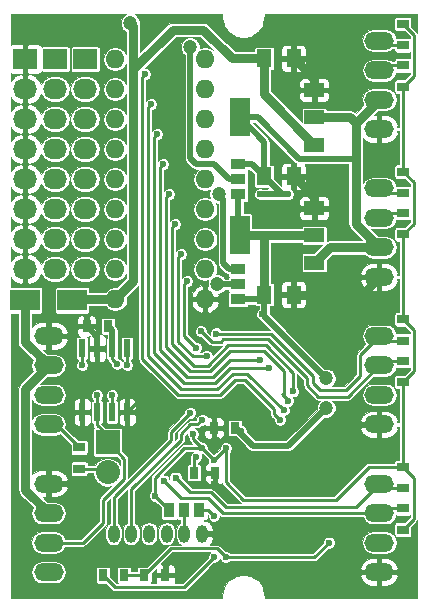
<source format=gbr>
G04 #@! TF.FileFunction,Copper,L2,Bot,Signal*
%FSLAX46Y46*%
G04 Gerber Fmt 4.6, Leading zero omitted, Abs format (unit mm)*
G04 Created by KiCad (PCBNEW 4.0.4-stable) date 12/09/16 20:23:21*
%MOMM*%
%LPD*%
G01*
G04 APERTURE LIST*
%ADD10C,0.100000*%
%ADD11O,1.600000X1.600000*%
%ADD12O,2.500000X1.500000*%
%ADD13R,1.700000X1.200000*%
%ADD14R,1.700000X3.300000*%
%ADD15R,0.800000X1.000000*%
%ADD16R,0.600000X1.550000*%
%ADD17O,1.000000X1.524000*%
%ADD18R,2.032000X2.032000*%
%ADD19O,2.032000X2.032000*%
%ADD20R,1.000000X0.800000*%
%ADD21R,0.965200X1.270000*%
%ADD22R,2.032000X1.727200*%
%ADD23O,2.032000X1.727200*%
%ADD24R,1.300000X1.500000*%
%ADD25R,2.499360X1.800860*%
%ADD26R,1.270000X0.965200*%
%ADD27C,0.600000*%
%ADD28C,1.200000*%
%ADD29C,0.250000*%
%ADD30C,0.500000*%
%ADD31C,0.800000*%
%ADD32C,0.025400*%
G04 APERTURE END LIST*
D10*
D11*
X16764000Y-4064000D03*
X16764000Y-6604000D03*
X16764000Y-9144000D03*
X16764000Y-11684000D03*
X16764000Y-14224000D03*
X16764000Y-16764000D03*
X16764000Y-19304000D03*
X16764000Y-21844000D03*
X16764000Y-24384000D03*
X9144000Y-24384000D03*
X9144000Y-21844000D03*
X9144000Y-19304000D03*
X9144000Y-16764000D03*
X9144000Y-14224000D03*
X9144000Y-11684000D03*
X9144000Y-9144000D03*
X9144000Y-6604000D03*
X9144000Y-4064000D03*
D12*
X31500000Y-27500000D03*
X31500000Y-30000000D03*
X31500000Y-32500000D03*
X31500000Y-35000000D03*
X3500000Y-47500000D03*
X3500000Y-45000000D03*
X3500000Y-42500000D03*
X3500000Y-40000000D03*
D13*
X26000000Y-6700000D03*
X26000000Y-9000000D03*
X26000000Y-11300000D03*
D14*
X19700000Y-9000000D03*
D15*
X13400000Y-47750000D03*
X11600000Y-47750000D03*
X8100000Y-47750000D03*
X9900000Y-47750000D03*
X17600000Y-39100000D03*
X15800000Y-39100000D03*
D16*
X6345000Y-28550000D03*
X7615000Y-28550000D03*
X8885000Y-28550000D03*
X10155000Y-28550000D03*
X10155000Y-33950000D03*
X8885000Y-33950000D03*
X7615000Y-33950000D03*
X6345000Y-33950000D03*
D17*
X16500000Y-44250000D03*
X15000000Y-44250000D03*
X13500000Y-44250000D03*
X12000000Y-44250000D03*
X10500000Y-44250000D03*
X9000000Y-44250000D03*
D18*
X8500000Y-36500000D03*
D19*
X8500000Y-39040000D03*
D20*
X6096000Y-36946000D03*
X6096000Y-38746000D03*
D21*
X16270000Y-42250000D03*
X15000000Y-42250000D03*
X13730000Y-42250000D03*
D12*
X3500000Y-35000000D03*
X3500000Y-32500000D03*
X3500000Y-30000000D03*
X3500000Y-27500000D03*
D22*
X4064000Y-4064000D03*
D23*
X4064000Y-6604000D03*
X4064000Y-9144000D03*
X4064000Y-11684000D03*
X4064000Y-14224000D03*
X4064000Y-16764000D03*
X4064000Y-19304000D03*
X4064000Y-21844000D03*
D12*
X31500000Y-15000000D03*
X31500000Y-17500000D03*
X31500000Y-20000000D03*
X31500000Y-22500000D03*
X31500000Y-2500000D03*
X31500000Y-5000000D03*
X31500000Y-7500000D03*
X31500000Y-10000000D03*
X31500000Y-40000000D03*
X31500000Y-42500000D03*
X31500000Y-45000000D03*
X31500000Y-47500000D03*
D13*
X26000000Y-16700000D03*
X26000000Y-19000000D03*
X26000000Y-21300000D03*
D14*
X19700000Y-19000000D03*
D22*
X6604000Y-4064000D03*
D23*
X6604000Y-6604000D03*
X6604000Y-9144000D03*
X6604000Y-11684000D03*
X6604000Y-14224000D03*
X6604000Y-16764000D03*
X6604000Y-19304000D03*
X6604000Y-21844000D03*
D22*
X1524000Y-4064000D03*
D23*
X1524000Y-6604000D03*
X1524000Y-9144000D03*
X1524000Y-11684000D03*
X1524000Y-14224000D03*
X1524000Y-16764000D03*
X1524000Y-19304000D03*
X1524000Y-21844000D03*
D24*
X21750000Y-4000000D03*
X24250000Y-4000000D03*
X21750000Y-24000000D03*
X24250000Y-24000000D03*
X21750000Y-14000000D03*
X24250000Y-14000000D03*
D15*
X17500000Y-35300000D03*
X19300000Y-35300000D03*
X6720000Y-26670000D03*
X8520000Y-26670000D03*
D20*
X33500000Y-18900000D03*
X33500000Y-17100000D03*
X33500000Y-13600000D03*
X33500000Y-15400000D03*
X33500000Y-6400000D03*
X33500000Y-4600000D03*
X33500000Y-1100000D03*
X33500000Y-2900000D03*
X33500000Y-31400000D03*
X33500000Y-29600000D03*
X33500000Y-26100000D03*
X33500000Y-27900000D03*
X33500000Y-43900000D03*
X33500000Y-42100000D03*
X33500000Y-38600000D03*
X33500000Y-40400000D03*
D25*
X5498980Y-24500000D03*
X1501020Y-24500000D03*
D26*
X19558000Y-21844000D03*
X19558000Y-23114000D03*
X19558000Y-24384000D03*
X19558000Y-12954000D03*
X19558000Y-14224000D03*
X19558000Y-15494000D03*
D27*
X23600000Y-35800000D03*
X7620000Y-27686000D03*
D28*
X26000000Y-16700000D03*
X26000000Y-6700000D03*
D27*
X19050000Y-43180000D03*
X17780000Y-36322000D03*
X14000000Y-46500000D03*
X17500000Y-40000000D03*
X9800000Y-47750000D03*
X17500000Y-42750000D03*
X18500000Y-46250000D03*
X27250000Y-45000000D03*
D28*
X10414000Y-1016000D03*
D27*
X7620000Y-32512000D03*
X8890000Y-32512000D03*
X16000000Y-37750000D03*
X10160000Y-29972000D03*
X6350000Y-29972000D03*
X11684000Y-5334000D03*
X23100000Y-34600000D03*
X21400000Y-29500000D03*
X13208000Y-12954000D03*
X12192000Y-7874000D03*
X23400000Y-33800000D03*
X17700000Y-27300000D03*
X13250000Y-39750000D03*
X14250000Y-39500000D03*
D28*
X17900000Y-15500000D03*
D27*
X23000000Y-15500000D03*
X22200000Y-15500000D03*
X21400000Y-15500000D03*
X23800000Y-15500000D03*
X22200000Y-30200000D03*
X12700000Y-10414000D03*
X15700000Y-35800000D03*
X9300000Y-29900000D03*
X21590000Y-25654000D03*
D28*
X27000000Y-31100000D03*
X27000000Y-33600000D03*
D27*
X19812000Y-35560000D03*
X12500000Y-41020000D03*
X17500000Y-46250000D03*
X18500000Y-37000000D03*
X16500000Y-37000000D03*
X17500000Y-38000000D03*
X16400000Y-27100000D03*
X16500000Y-34600000D03*
X15500000Y-34000000D03*
X23800000Y-33000000D03*
X13716000Y-15494000D03*
X24200000Y-32200000D03*
X14224000Y-18034000D03*
X16900000Y-29200000D03*
X14732000Y-20574000D03*
X16000000Y-28500000D03*
X15240000Y-22860000D03*
D28*
X15494000Y-3048000D03*
X17780000Y-23114000D03*
D29*
X17500000Y-34000000D02*
X21500000Y-34000000D01*
X23300000Y-35800000D02*
X23600000Y-35800000D01*
X21500000Y-34000000D02*
X23300000Y-35800000D01*
X10155000Y-33950000D02*
X11105000Y-33000000D01*
X17500000Y-34000000D02*
X17500000Y-35300000D01*
X16500000Y-33000000D02*
X17500000Y-34000000D01*
X11105000Y-33000000D02*
X16500000Y-33000000D01*
D30*
X7615000Y-27681000D02*
X7615000Y-27565000D01*
X7620000Y-27686000D02*
X7615000Y-27681000D01*
D31*
X31500000Y-22500000D02*
X30000000Y-24000000D01*
X30000000Y-24000000D02*
X24250000Y-24000000D01*
X24250000Y-14000000D02*
X26000000Y-15750000D01*
X26000000Y-15750000D02*
X26000000Y-16700000D01*
X24250000Y-4000000D02*
X26000000Y-5750000D01*
X26000000Y-5750000D02*
X26000000Y-6700000D01*
D30*
X16500000Y-44250000D02*
X17980000Y-44250000D01*
X17980000Y-44250000D02*
X19050000Y-43180000D01*
D29*
X17388000Y-35306000D02*
X17388000Y-35930000D01*
X17388000Y-35930000D02*
X17780000Y-36322000D01*
D30*
X6720000Y-26670000D02*
X7615000Y-27565000D01*
X7615000Y-27565000D02*
X7615000Y-28550000D01*
D29*
X10155000Y-33950000D02*
X10155000Y-32507000D01*
X10155000Y-32507000D02*
X8641000Y-30993000D01*
X8641000Y-30993000D02*
X7615000Y-30993000D01*
X6345000Y-33950000D02*
X6345000Y-32263000D01*
X6345000Y-32263000D02*
X7615000Y-30993000D01*
X7615000Y-30993000D02*
X7615000Y-28550000D01*
X13400000Y-47750000D02*
X13400000Y-47100000D01*
X13400000Y-47100000D02*
X14000000Y-46500000D01*
X17500000Y-40000000D02*
X17500000Y-39150000D01*
X17500000Y-39150000D02*
X17650000Y-39000000D01*
X9800000Y-47750000D02*
X9900000Y-47750000D01*
X18500000Y-46250000D02*
X17750000Y-45500000D01*
X17750000Y-45500000D02*
X13850000Y-45500000D01*
X13850000Y-45500000D02*
X11600000Y-47750000D01*
X16270000Y-42250000D02*
X17000000Y-42250000D01*
X17000000Y-42250000D02*
X17500000Y-42750000D01*
X18500000Y-46250000D02*
X26000000Y-46250000D01*
X26000000Y-46250000D02*
X27250000Y-45000000D01*
X9900000Y-47750000D02*
X11600000Y-47750000D01*
D31*
X5498980Y-24500000D02*
X5614980Y-24384000D01*
X5614980Y-24384000D02*
X9144000Y-24384000D01*
X10668000Y-1270000D02*
X10668000Y-4932000D01*
X10414000Y-1016000D02*
X10668000Y-1270000D01*
X21750000Y-4000000D02*
X19000000Y-4000000D01*
X19000000Y-4000000D02*
X16600000Y-1600000D01*
X16600000Y-1600000D02*
X14000000Y-1600000D01*
X14000000Y-1600000D02*
X10668000Y-4932000D01*
X26000000Y-11300000D02*
X21750000Y-7050000D01*
X21750000Y-7050000D02*
X21750000Y-4000000D01*
X10668000Y-4932000D02*
X10668000Y-22860000D01*
X10668000Y-22860000D02*
X9144000Y-24384000D01*
D29*
X3500000Y-45000000D02*
X6400000Y-45000000D01*
X8100000Y-43300000D02*
X8100000Y-41400000D01*
X6400000Y-45000000D02*
X8100000Y-43300000D01*
X3500000Y-45000000D02*
X4500000Y-45000000D01*
X9900000Y-37900000D02*
X8500000Y-36500000D01*
X8100000Y-41400000D02*
X9900000Y-39600000D01*
X9900000Y-39600000D02*
X9900000Y-37900000D01*
X7615000Y-33950000D02*
X7615000Y-32517000D01*
X7615000Y-32517000D02*
X7620000Y-32512000D01*
X8500000Y-36500000D02*
X8500000Y-35932000D01*
X8500000Y-35932000D02*
X7615000Y-35047000D01*
X7615000Y-35047000D02*
X7615000Y-33950000D01*
X8885000Y-33950000D02*
X8890000Y-33945000D01*
X8890000Y-33945000D02*
X8890000Y-32512000D01*
X6096000Y-36946000D02*
X4150000Y-35000000D01*
X4150000Y-35000000D02*
X3500000Y-35000000D01*
X15850000Y-39000000D02*
X15850000Y-37900000D01*
X15850000Y-37900000D02*
X16000000Y-37750000D01*
X10160000Y-29972000D02*
X10160000Y-28555000D01*
X10160000Y-28555000D02*
X10155000Y-28550000D01*
X6345000Y-28550000D02*
X6345000Y-29967000D01*
X6345000Y-29967000D02*
X6350000Y-29972000D01*
X33500000Y-17100000D02*
X31900000Y-17100000D01*
X31900000Y-17100000D02*
X31500000Y-17500000D01*
X33500000Y-15400000D02*
X31900000Y-15400000D01*
X31900000Y-15400000D02*
X31500000Y-15000000D01*
X23100000Y-34600000D02*
X22600000Y-34100000D01*
X19300000Y-31200000D02*
X18000000Y-32500000D01*
X20100000Y-31200000D02*
X19300000Y-31200000D01*
X22600000Y-33700000D02*
X20100000Y-31200000D01*
X22600000Y-34100000D02*
X22600000Y-33700000D01*
X11430000Y-29430000D02*
X14500000Y-32500000D01*
X14500000Y-32500000D02*
X18000000Y-32500000D01*
X11430000Y-29430000D02*
X11430000Y-25654000D01*
X11684000Y-5334000D02*
X11430000Y-5588000D01*
X11430000Y-5588000D02*
X11430000Y-25654000D01*
X18900000Y-29500000D02*
X17400000Y-31000000D01*
X21400000Y-29500000D02*
X18900000Y-29500000D01*
X17400000Y-31000000D02*
X15250000Y-31000000D01*
X12954000Y-28704000D02*
X15250000Y-31000000D01*
X12954000Y-28704000D02*
X12954000Y-25654000D01*
X12954000Y-13208000D02*
X12954000Y-25654000D01*
X13208000Y-12954000D02*
X12954000Y-13208000D01*
X33500000Y-2900000D02*
X31900000Y-2900000D01*
X31900000Y-2900000D02*
X31500000Y-2500000D01*
X33500000Y-4600000D02*
X31900000Y-4600000D01*
X31900000Y-4600000D02*
X31500000Y-5000000D01*
X23400000Y-33800000D02*
X20300000Y-30700000D01*
X19100000Y-30700000D02*
X17800000Y-32000000D01*
X20300000Y-30700000D02*
X19100000Y-30700000D01*
X11938000Y-29188000D02*
X14750000Y-32000000D01*
X11938000Y-25654000D02*
X11938000Y-29188000D01*
X12192000Y-7874000D02*
X11938000Y-8128000D01*
X11938000Y-8128000D02*
X11938000Y-25654000D01*
X17800000Y-32000000D02*
X14750000Y-32000000D01*
X17700000Y-27300000D02*
X19100000Y-27300000D01*
X21700000Y-27300000D02*
X22300000Y-27300000D01*
X25900000Y-30900000D02*
X25900000Y-31500000D01*
X22300000Y-27300000D02*
X25900000Y-30900000D01*
X25900000Y-31500000D02*
X26500000Y-32100000D01*
X19100000Y-27300000D02*
X21700000Y-27300000D01*
X31500000Y-27500000D02*
X29900000Y-29100000D01*
X29900000Y-29100000D02*
X29900000Y-30900000D01*
X29900000Y-30900000D02*
X28700000Y-32100000D01*
X28700000Y-32100000D02*
X26500000Y-32100000D01*
X33500000Y-27900000D02*
X31900000Y-27900000D01*
X31900000Y-27900000D02*
X31500000Y-27500000D01*
X33500000Y-42100000D02*
X31900000Y-42100000D01*
X31900000Y-42100000D02*
X31500000Y-42500000D01*
X31500000Y-42500000D02*
X31900000Y-42100000D01*
X31500000Y-42500000D02*
X18250000Y-42500000D01*
X18250000Y-42500000D02*
X17000000Y-41250000D01*
X17000000Y-41250000D02*
X14750000Y-41250000D01*
X14750000Y-41250000D02*
X13250000Y-39750000D01*
X33500000Y-40400000D02*
X31900000Y-40400000D01*
X31900000Y-40400000D02*
X31500000Y-40000000D01*
X31500000Y-40000000D02*
X31900000Y-40400000D01*
X31500000Y-40000000D02*
X29500000Y-42000000D01*
X29500000Y-42000000D02*
X18500000Y-42000000D01*
X18500000Y-42000000D02*
X17250000Y-40750000D01*
X17250000Y-40750000D02*
X15500000Y-40750000D01*
X15500000Y-40750000D02*
X14250000Y-39500000D01*
X8500000Y-39040000D02*
X8206000Y-38746000D01*
X8206000Y-38746000D02*
X6096000Y-38746000D01*
D30*
X17900000Y-15500000D02*
X18300000Y-15900000D01*
X18300000Y-15900000D02*
X18300000Y-21348000D01*
X21400000Y-15500000D02*
X22200000Y-15500000D01*
X23000000Y-15500000D02*
X22200000Y-15500000D01*
X21750000Y-14000000D02*
X23250000Y-15500000D01*
X23250000Y-15500000D02*
X23800000Y-15500000D01*
X19558000Y-21844000D02*
X18796000Y-21844000D01*
X18796000Y-21844000D02*
X18300000Y-21348000D01*
X18300000Y-21348000D02*
X18288000Y-21336000D01*
X19558000Y-12954000D02*
X20704000Y-12954000D01*
X20704000Y-12954000D02*
X21750000Y-14000000D01*
X19700000Y-9000000D02*
X21750000Y-11050000D01*
X21750000Y-11050000D02*
X21750000Y-14000000D01*
X19700000Y-9000000D02*
X21200000Y-9000000D01*
X24700000Y-12500000D02*
X29500000Y-12500000D01*
X21200000Y-9000000D02*
X24700000Y-12500000D01*
D31*
X26000000Y-9000000D02*
X29000000Y-9000000D01*
X29000000Y-9000000D02*
X29500000Y-9500000D01*
X26000000Y-21300000D02*
X27300000Y-20000000D01*
X27300000Y-20000000D02*
X31500000Y-20000000D01*
X31500000Y-7500000D02*
X29500000Y-9500000D01*
X29500000Y-9500000D02*
X29500000Y-12500000D01*
X29500000Y-12500000D02*
X29500000Y-18000000D01*
X29500000Y-18000000D02*
X31500000Y-20000000D01*
D29*
X22200000Y-30200000D02*
X18900000Y-30200000D01*
X18900000Y-30200000D02*
X17600000Y-31500000D01*
X17600000Y-31500000D02*
X15000000Y-31500000D01*
X12446000Y-28946000D02*
X15000000Y-31500000D01*
X12446000Y-28946000D02*
X12446000Y-25654000D01*
X12700000Y-10414000D02*
X12446000Y-10668000D01*
X12446000Y-10668000D02*
X12446000Y-25654000D01*
D30*
X27000000Y-33600000D02*
X23800000Y-36800000D01*
X20800000Y-36800000D02*
X19300000Y-35300000D01*
X23800000Y-36800000D02*
X20800000Y-36800000D01*
D29*
X16500000Y-37000000D02*
X15700000Y-36200000D01*
X15700000Y-36200000D02*
X15700000Y-35800000D01*
X9300000Y-29900000D02*
X8885000Y-29485000D01*
X8885000Y-29485000D02*
X8885000Y-28550000D01*
D30*
X19558000Y-24384000D02*
X21366000Y-24384000D01*
X21366000Y-24384000D02*
X21750000Y-24000000D01*
X19558000Y-19142000D02*
X19700000Y-19000000D01*
X21590000Y-25654000D02*
X21750000Y-25654000D01*
X21750000Y-25654000D02*
X21590000Y-25654000D01*
X21590000Y-25654000D02*
X21750000Y-25654000D01*
X19558000Y-15494000D02*
X19558000Y-18858000D01*
X19558000Y-18858000D02*
X19700000Y-19000000D01*
X21750000Y-25850000D02*
X21750000Y-25654000D01*
X21750000Y-25654000D02*
X21750000Y-24000000D01*
X27000000Y-31100000D02*
X21750000Y-25850000D01*
D31*
X21750000Y-24000000D02*
X21750000Y-19000000D01*
X21750000Y-19000000D02*
X21800000Y-19000000D01*
X19700000Y-19000000D02*
X21800000Y-19000000D01*
X21800000Y-19000000D02*
X26000000Y-19000000D01*
D29*
X19188000Y-35306000D02*
X19558000Y-35306000D01*
X19558000Y-35306000D02*
X19812000Y-35560000D01*
D30*
X8520000Y-26670000D02*
X8885000Y-27035000D01*
X8885000Y-27035000D02*
X8885000Y-27686000D01*
X8885000Y-27686000D02*
X8885000Y-28550000D01*
D29*
X33500000Y-38600000D02*
X30600000Y-38600000D01*
X30600000Y-38600000D02*
X27800000Y-41400000D01*
X27800000Y-41400000D02*
X20000000Y-41400000D01*
X20000000Y-41400000D02*
X18500000Y-39900000D01*
X18500000Y-39900000D02*
X18500000Y-37000000D01*
X33500000Y-6400000D02*
X34400000Y-5500000D01*
X34400000Y-5500000D02*
X34400000Y-2000000D01*
X34400000Y-2000000D02*
X33500000Y-1100000D01*
X33500000Y-13600000D02*
X33500000Y-6400000D01*
X33500000Y-18900000D02*
X34400000Y-18000000D01*
X34400000Y-18000000D02*
X34400000Y-14500000D01*
X34400000Y-14500000D02*
X33500000Y-13600000D01*
X33500000Y-26100000D02*
X33500000Y-18900000D01*
X33500000Y-31400000D02*
X34400000Y-30500000D01*
X34400000Y-30500000D02*
X34400000Y-27000000D01*
X34400000Y-27000000D02*
X33500000Y-26100000D01*
X33500000Y-38600000D02*
X33500000Y-31400000D01*
X33500000Y-43900000D02*
X34400000Y-43000000D01*
X34400000Y-43000000D02*
X34400000Y-39500000D01*
X34400000Y-39500000D02*
X33500000Y-38600000D01*
X17500000Y-46250000D02*
X15000000Y-48750000D01*
X15000000Y-48750000D02*
X9100000Y-48750000D01*
X9100000Y-48750000D02*
X8100000Y-47750000D01*
X13730000Y-42250000D02*
X12500000Y-41020000D01*
X12500000Y-41020000D02*
X12500000Y-39500000D01*
X12500000Y-39500000D02*
X15000000Y-37000000D01*
X15000000Y-37000000D02*
X16500000Y-37000000D01*
X13730000Y-42250000D02*
X13730000Y-41730000D01*
X18500000Y-37000000D02*
X17500000Y-38000000D01*
X17500000Y-38000000D02*
X16500000Y-37000000D01*
D30*
X8890000Y-27686000D02*
X8885000Y-27686000D01*
X8885000Y-27686000D02*
X8890000Y-27686000D01*
X8890000Y-27686000D02*
X8885000Y-27686000D01*
D29*
X15000000Y-42250000D02*
X15000000Y-44250000D01*
X18300000Y-27800000D02*
X18100000Y-28000000D01*
X17300000Y-28000000D02*
X16400000Y-27100000D01*
X18100000Y-28000000D02*
X17300000Y-28000000D01*
X21500000Y-27800000D02*
X22100000Y-27800000D01*
X25400000Y-31100000D02*
X25400000Y-31700000D01*
X22100000Y-27800000D02*
X25400000Y-31100000D01*
X25400000Y-31700000D02*
X26350000Y-32650000D01*
X18300000Y-27800000D02*
X21500000Y-27800000D01*
X31500000Y-30000000D02*
X28850000Y-32650000D01*
X28850000Y-32650000D02*
X26350000Y-32650000D01*
X33500000Y-29600000D02*
X31900000Y-29600000D01*
X31900000Y-29600000D02*
X31500000Y-30000000D01*
X16100000Y-35000000D02*
X15500000Y-35000000D01*
X16500000Y-34600000D02*
X16100000Y-35000000D01*
X15500000Y-35000000D02*
X14700000Y-35800000D01*
X14700000Y-35800000D02*
X14700000Y-36300000D01*
X10500000Y-44250000D02*
X10500000Y-40500000D01*
X10500000Y-40500000D02*
X14700000Y-36300000D01*
X15500000Y-34000000D02*
X13900000Y-35600000D01*
X13900000Y-35600000D02*
X13900000Y-36350000D01*
X9000000Y-44250000D02*
X9000000Y-41250000D01*
X9000000Y-41250000D02*
X9250000Y-41000000D01*
X13900000Y-36350000D02*
X9250000Y-41000000D01*
X9250000Y-44000000D02*
X9000000Y-44250000D01*
X23800000Y-32900000D02*
X23300000Y-32400000D01*
X23800000Y-33000000D02*
X23800000Y-32900000D01*
X23300000Y-32400000D02*
X23400000Y-32500000D01*
X13462000Y-15748000D02*
X13462000Y-25654000D01*
X13716000Y-15494000D02*
X13462000Y-15748000D01*
X13462000Y-25654000D02*
X13462000Y-28462000D01*
X13462000Y-28462000D02*
X15500000Y-30500000D01*
X17200000Y-30500000D02*
X15500000Y-30500000D01*
X23400000Y-32500000D02*
X23400000Y-30500000D01*
X23400000Y-30500000D02*
X21700000Y-28800000D01*
X21700000Y-28800000D02*
X18900000Y-28800000D01*
X18900000Y-28800000D02*
X17200000Y-30500000D01*
X24200000Y-30600000D02*
X21900000Y-28300000D01*
X13970000Y-28200000D02*
X15785000Y-30015000D01*
X15800000Y-30015000D02*
X15785000Y-30015000D01*
X16985000Y-30015000D02*
X18700000Y-28300000D01*
X18700000Y-28300000D02*
X21900000Y-28300000D01*
X15800000Y-30015000D02*
X16985000Y-30015000D01*
X24200000Y-32200000D02*
X24200000Y-30600000D01*
X13970000Y-28220000D02*
X13970000Y-28200000D01*
X13970000Y-28200000D02*
X13970000Y-25654000D01*
X14224000Y-18034000D02*
X13970000Y-18288000D01*
X13970000Y-18288000D02*
X13970000Y-25654000D01*
X14478000Y-27978000D02*
X15700000Y-29200000D01*
X15700000Y-29200000D02*
X16900000Y-29200000D01*
X14478000Y-27978000D02*
X14478000Y-27228000D01*
X14732000Y-20574000D02*
X14478000Y-20828000D01*
X14478000Y-27228000D02*
X14478000Y-25654000D01*
X14478000Y-20828000D02*
X14478000Y-25654000D01*
X14986000Y-27486000D02*
X14986000Y-27236000D01*
X16000000Y-28500000D02*
X14986000Y-27486000D01*
X14986000Y-23114000D02*
X14986000Y-25500000D01*
X15240000Y-22860000D02*
X14986000Y-23114000D01*
X14986000Y-25500000D02*
X14986000Y-27236000D01*
D31*
X1501020Y-24500000D02*
X1501020Y-28001020D01*
X1501020Y-28001020D02*
X3500000Y-30000000D01*
X3500000Y-30000000D02*
X1524000Y-31976000D01*
X1524000Y-31976000D02*
X1524000Y-40524000D01*
X1524000Y-40524000D02*
X3500000Y-42500000D01*
D30*
X19558000Y-14224000D02*
X18796000Y-14224000D01*
X15494000Y-3048000D02*
X15494000Y-12446000D01*
X15494000Y-12446000D02*
X16002000Y-12954000D01*
X16002000Y-12954000D02*
X17526000Y-12954000D01*
X18796000Y-14224000D02*
X17526000Y-12954000D01*
X17780000Y-23114000D02*
X19558000Y-23114000D01*
D32*
G36*
X9954244Y-326625D02*
X9725428Y-555041D01*
X9601441Y-853635D01*
X9601159Y-1176947D01*
X9724625Y-1475756D01*
X9953041Y-1704572D01*
X10055300Y-1747034D01*
X10055300Y-3610377D01*
X9879927Y-3347913D01*
X9551384Y-3128387D01*
X9163840Y-3051300D01*
X9124160Y-3051300D01*
X8736616Y-3128387D01*
X8408073Y-3347913D01*
X8188547Y-3676456D01*
X8111460Y-4064000D01*
X8188547Y-4451544D01*
X8408073Y-4780087D01*
X8736616Y-4999613D01*
X9124160Y-5076700D01*
X9163840Y-5076700D01*
X9551384Y-4999613D01*
X9879927Y-4780087D01*
X10055300Y-4517623D01*
X10055300Y-6150377D01*
X9879927Y-5887913D01*
X9551384Y-5668387D01*
X9163840Y-5591300D01*
X9124160Y-5591300D01*
X8736616Y-5668387D01*
X8408073Y-5887913D01*
X8188547Y-6216456D01*
X8111460Y-6604000D01*
X8188547Y-6991544D01*
X8408073Y-7320087D01*
X8736616Y-7539613D01*
X9124160Y-7616700D01*
X9163840Y-7616700D01*
X9551384Y-7539613D01*
X9879927Y-7320087D01*
X10055300Y-7057623D01*
X10055300Y-8690377D01*
X9879927Y-8427913D01*
X9551384Y-8208387D01*
X9163840Y-8131300D01*
X9124160Y-8131300D01*
X8736616Y-8208387D01*
X8408073Y-8427913D01*
X8188547Y-8756456D01*
X8111460Y-9144000D01*
X8188547Y-9531544D01*
X8408073Y-9860087D01*
X8736616Y-10079613D01*
X9124160Y-10156700D01*
X9163840Y-10156700D01*
X9551384Y-10079613D01*
X9879927Y-9860087D01*
X10055300Y-9597623D01*
X10055300Y-11230377D01*
X9879927Y-10967913D01*
X9551384Y-10748387D01*
X9163840Y-10671300D01*
X9124160Y-10671300D01*
X8736616Y-10748387D01*
X8408073Y-10967913D01*
X8188547Y-11296456D01*
X8111460Y-11684000D01*
X8188547Y-12071544D01*
X8408073Y-12400087D01*
X8736616Y-12619613D01*
X9124160Y-12696700D01*
X9163840Y-12696700D01*
X9551384Y-12619613D01*
X9879927Y-12400087D01*
X10055300Y-12137623D01*
X10055300Y-13770377D01*
X9879927Y-13507913D01*
X9551384Y-13288387D01*
X9163840Y-13211300D01*
X9124160Y-13211300D01*
X8736616Y-13288387D01*
X8408073Y-13507913D01*
X8188547Y-13836456D01*
X8111460Y-14224000D01*
X8188547Y-14611544D01*
X8408073Y-14940087D01*
X8736616Y-15159613D01*
X9124160Y-15236700D01*
X9163840Y-15236700D01*
X9551384Y-15159613D01*
X9879927Y-14940087D01*
X10055300Y-14677623D01*
X10055300Y-16310377D01*
X9879927Y-16047913D01*
X9551384Y-15828387D01*
X9163840Y-15751300D01*
X9124160Y-15751300D01*
X8736616Y-15828387D01*
X8408073Y-16047913D01*
X8188547Y-16376456D01*
X8111460Y-16764000D01*
X8188547Y-17151544D01*
X8408073Y-17480087D01*
X8736616Y-17699613D01*
X9124160Y-17776700D01*
X9163840Y-17776700D01*
X9551384Y-17699613D01*
X9879927Y-17480087D01*
X10055300Y-17217623D01*
X10055300Y-18850377D01*
X9879927Y-18587913D01*
X9551384Y-18368387D01*
X9163840Y-18291300D01*
X9124160Y-18291300D01*
X8736616Y-18368387D01*
X8408073Y-18587913D01*
X8188547Y-18916456D01*
X8111460Y-19304000D01*
X8188547Y-19691544D01*
X8408073Y-20020087D01*
X8736616Y-20239613D01*
X9124160Y-20316700D01*
X9163840Y-20316700D01*
X9551384Y-20239613D01*
X9879927Y-20020087D01*
X10055300Y-19757623D01*
X10055300Y-21390377D01*
X9879927Y-21127913D01*
X9551384Y-20908387D01*
X9163840Y-20831300D01*
X9124160Y-20831300D01*
X8736616Y-20908387D01*
X8408073Y-21127913D01*
X8188547Y-21456456D01*
X8111460Y-21844000D01*
X8188547Y-22231544D01*
X8408073Y-22560087D01*
X8736616Y-22779613D01*
X9124160Y-22856700D01*
X9163840Y-22856700D01*
X9551384Y-22779613D01*
X9879927Y-22560087D01*
X10055300Y-22297623D01*
X10055300Y-22606211D01*
X9269245Y-23392266D01*
X9163840Y-23371300D01*
X9124160Y-23371300D01*
X8736616Y-23448387D01*
X8408073Y-23667913D01*
X8338992Y-23771300D01*
X6965527Y-23771300D01*
X6965527Y-23599570D01*
X6950696Y-23520748D01*
X6904112Y-23448355D01*
X6833033Y-23399789D01*
X6748660Y-23382703D01*
X4249300Y-23382703D01*
X4170478Y-23397534D01*
X4098085Y-23444118D01*
X4049519Y-23515197D01*
X4032433Y-23599570D01*
X4032433Y-25400430D01*
X4047264Y-25479252D01*
X4093848Y-25551645D01*
X4164927Y-25600211D01*
X4249300Y-25617297D01*
X6748660Y-25617297D01*
X6827482Y-25602466D01*
X6899875Y-25555882D01*
X6948441Y-25484803D01*
X6965527Y-25400430D01*
X6965527Y-24996700D01*
X8338992Y-24996700D01*
X8408073Y-25100087D01*
X8736616Y-25319613D01*
X9124160Y-25396700D01*
X9163840Y-25396700D01*
X9551384Y-25319613D01*
X9879927Y-25100087D01*
X10099453Y-24771544D01*
X10176540Y-24384000D01*
X10148990Y-24245498D01*
X11092300Y-23302189D01*
X11092300Y-29430000D01*
X11118006Y-29559232D01*
X11191210Y-29668790D01*
X14261210Y-32738790D01*
X14370768Y-32811994D01*
X14500000Y-32837700D01*
X18000000Y-32837700D01*
X18129232Y-32811994D01*
X18238790Y-32738790D01*
X19439880Y-31537700D01*
X19960120Y-31537700D01*
X22262300Y-33839880D01*
X22262300Y-34100000D01*
X22288006Y-34229232D01*
X22361210Y-34338790D01*
X22587331Y-34564911D01*
X22587212Y-34701535D01*
X22665101Y-34890042D01*
X22809200Y-35034392D01*
X22997570Y-35112610D01*
X23201535Y-35112788D01*
X23390042Y-35034899D01*
X23534392Y-34890800D01*
X23612610Y-34702430D01*
X23612788Y-34498465D01*
X23534899Y-34309958D01*
X23527156Y-34302202D01*
X23690042Y-34234899D01*
X23834392Y-34090800D01*
X23912610Y-33902430D01*
X23912788Y-33698465D01*
X23836045Y-33512731D01*
X23901535Y-33512788D01*
X24090042Y-33434899D01*
X24234392Y-33290800D01*
X24312610Y-33102430D01*
X24312788Y-32898465D01*
X24236045Y-32712731D01*
X24301535Y-32712788D01*
X24490042Y-32634899D01*
X24634392Y-32490800D01*
X24712610Y-32302430D01*
X24712788Y-32098465D01*
X24634899Y-31909958D01*
X24537700Y-31812590D01*
X24537700Y-30715280D01*
X25062300Y-31239880D01*
X25062300Y-31700000D01*
X25088006Y-31829232D01*
X25161210Y-31938790D01*
X26111210Y-32888790D01*
X26220768Y-32961994D01*
X26350000Y-32987700D01*
X26463034Y-32987700D01*
X26311428Y-33139041D01*
X26187441Y-33437635D01*
X26187161Y-33758482D01*
X23608344Y-36337300D01*
X20991657Y-36337300D01*
X20322315Y-35667958D01*
X20324610Y-35662430D01*
X20324788Y-35458465D01*
X20246899Y-35269958D01*
X20102800Y-35125608D01*
X19916867Y-35048402D01*
X19916867Y-34800000D01*
X19902036Y-34721178D01*
X19855452Y-34648785D01*
X19784373Y-34600219D01*
X19700000Y-34583133D01*
X18900000Y-34583133D01*
X18821178Y-34597964D01*
X18748785Y-34644548D01*
X18700219Y-34715627D01*
X18683133Y-34800000D01*
X18683133Y-35800000D01*
X18697964Y-35878822D01*
X18744548Y-35951215D01*
X18815627Y-35999781D01*
X18900000Y-36016867D01*
X19362511Y-36016867D01*
X20472821Y-37127178D01*
X20622932Y-37227479D01*
X20800000Y-37262700D01*
X23800000Y-37262700D01*
X23977068Y-37227479D01*
X24127178Y-37127178D01*
X25889851Y-35364505D01*
X29895913Y-35364505D01*
X30045406Y-35689712D01*
X30382011Y-36002518D01*
X30812700Y-36162700D01*
X31312700Y-36162700D01*
X31312700Y-35187300D01*
X29957162Y-35187300D01*
X29895913Y-35364505D01*
X25889851Y-35364505D01*
X26618861Y-34635495D01*
X29895913Y-34635495D01*
X29957162Y-34812700D01*
X31312700Y-34812700D01*
X31312700Y-33837300D01*
X30812700Y-33837300D01*
X30382011Y-33997482D01*
X30045406Y-34310288D01*
X29895913Y-34635495D01*
X26618861Y-34635495D01*
X26841794Y-34412563D01*
X27160947Y-34412841D01*
X27459756Y-34289375D01*
X27688572Y-34060959D01*
X27812559Y-33762365D01*
X27812841Y-33439053D01*
X27689375Y-33140244D01*
X27537098Y-32987700D01*
X28850000Y-32987700D01*
X28979232Y-32961994D01*
X29088790Y-32888790D01*
X29477580Y-32500000D01*
X30008644Y-32500000D01*
X30081925Y-32868409D01*
X30290612Y-33180732D01*
X30602935Y-33389419D01*
X30971344Y-33462700D01*
X32028656Y-33462700D01*
X32397065Y-33389419D01*
X32709388Y-33180732D01*
X32918075Y-32868409D01*
X32991356Y-32500000D01*
X32918075Y-32131591D01*
X32709388Y-31819268D01*
X32397065Y-31610581D01*
X32028656Y-31537300D01*
X30971344Y-31537300D01*
X30602935Y-31610581D01*
X30290612Y-31819268D01*
X30081925Y-32131591D01*
X30008644Y-32500000D01*
X29477580Y-32500000D01*
X31014880Y-30962700D01*
X32028656Y-30962700D01*
X32397065Y-30889419D01*
X32709388Y-30680732D01*
X32918075Y-30368409D01*
X32950224Y-30206787D01*
X33000000Y-30216867D01*
X34000000Y-30216867D01*
X34062300Y-30205145D01*
X34062300Y-30360120D01*
X33639287Y-30783133D01*
X33000000Y-30783133D01*
X32921178Y-30797964D01*
X32848785Y-30844548D01*
X32800219Y-30915627D01*
X32783133Y-31000000D01*
X32783133Y-31800000D01*
X32797964Y-31878822D01*
X32844548Y-31951215D01*
X32915627Y-31999781D01*
X33000000Y-32016867D01*
X33162300Y-32016867D01*
X33162300Y-34812698D01*
X33042839Y-34812698D01*
X33104087Y-34635495D01*
X32954594Y-34310288D01*
X32617989Y-33997482D01*
X32187300Y-33837300D01*
X31687300Y-33837300D01*
X31687300Y-34812700D01*
X31707300Y-34812700D01*
X31707300Y-35187300D01*
X31687300Y-35187300D01*
X31687300Y-36162700D01*
X32187300Y-36162700D01*
X32617989Y-36002518D01*
X32954594Y-35689712D01*
X33104087Y-35364505D01*
X33042839Y-35187302D01*
X33162300Y-35187302D01*
X33162300Y-37983133D01*
X33000000Y-37983133D01*
X32921178Y-37997964D01*
X32848785Y-38044548D01*
X32800219Y-38115627D01*
X32783133Y-38200000D01*
X32783133Y-38262300D01*
X30600000Y-38262300D01*
X30470768Y-38288006D01*
X30361210Y-38361210D01*
X27660120Y-41062300D01*
X20139880Y-41062300D01*
X18837700Y-39760120D01*
X18837700Y-37387324D01*
X18934392Y-37290800D01*
X19012610Y-37102430D01*
X19012788Y-36898465D01*
X18934899Y-36709958D01*
X18790800Y-36565608D01*
X18602430Y-36487390D01*
X18398465Y-36487212D01*
X18209958Y-36565101D01*
X18065608Y-36709200D01*
X17987390Y-36897570D01*
X17987270Y-37035150D01*
X17535089Y-37487331D01*
X17464850Y-37487270D01*
X17012669Y-37035089D01*
X17012788Y-36898465D01*
X16934899Y-36709958D01*
X16790800Y-36565608D01*
X16602430Y-36487390D01*
X16464850Y-36487270D01*
X16101357Y-36123777D01*
X16134392Y-36090800D01*
X16212610Y-35902430D01*
X16212788Y-35698465D01*
X16168168Y-35590475D01*
X16687300Y-35590475D01*
X16687300Y-35882091D01*
X16750130Y-36033776D01*
X16866224Y-36149870D01*
X17017909Y-36212700D01*
X17209525Y-36212700D01*
X17312700Y-36109525D01*
X17312700Y-35487300D01*
X17687300Y-35487300D01*
X17687300Y-36109525D01*
X17790475Y-36212700D01*
X17982091Y-36212700D01*
X18133776Y-36149870D01*
X18249870Y-36033776D01*
X18312700Y-35882091D01*
X18312700Y-35590475D01*
X18209525Y-35487300D01*
X17687300Y-35487300D01*
X17312700Y-35487300D01*
X16790475Y-35487300D01*
X16687300Y-35590475D01*
X16168168Y-35590475D01*
X16134899Y-35509958D01*
X15990800Y-35365608D01*
X15923590Y-35337700D01*
X16100000Y-35337700D01*
X16229232Y-35311994D01*
X16338790Y-35238790D01*
X16464911Y-35112669D01*
X16601535Y-35112788D01*
X16735295Y-35057520D01*
X16790475Y-35112700D01*
X17312700Y-35112700D01*
X17312700Y-34490475D01*
X17687300Y-34490475D01*
X17687300Y-35112700D01*
X18209525Y-35112700D01*
X18312700Y-35009525D01*
X18312700Y-34717909D01*
X18249870Y-34566224D01*
X18133776Y-34450130D01*
X17982091Y-34387300D01*
X17790475Y-34387300D01*
X17687300Y-34490475D01*
X17312700Y-34490475D01*
X17209525Y-34387300D01*
X17017909Y-34387300D01*
X16974317Y-34405357D01*
X16934899Y-34309958D01*
X16790800Y-34165608D01*
X16602430Y-34087390D01*
X16398465Y-34087212D01*
X16209958Y-34165101D01*
X16065608Y-34309200D01*
X15987390Y-34497570D01*
X15987270Y-34635150D01*
X15960120Y-34662300D01*
X15500000Y-34662300D01*
X15370768Y-34688006D01*
X15261210Y-34761210D01*
X14461210Y-35561210D01*
X14388006Y-35670768D01*
X14362300Y-35800000D01*
X14362300Y-36160120D01*
X14237700Y-36284720D01*
X14237700Y-35739880D01*
X15464911Y-34512669D01*
X15601535Y-34512788D01*
X15790042Y-34434899D01*
X15934392Y-34290800D01*
X16012610Y-34102430D01*
X16012788Y-33898465D01*
X15934899Y-33709958D01*
X15790800Y-33565608D01*
X15602430Y-33487390D01*
X15398465Y-33487212D01*
X15209958Y-33565101D01*
X15065608Y-33709200D01*
X14987390Y-33897570D01*
X14987270Y-34035150D01*
X13661210Y-35361210D01*
X13588006Y-35470768D01*
X13562300Y-35600000D01*
X13562300Y-36210120D01*
X10237700Y-39534720D01*
X10237700Y-37900000D01*
X10211994Y-37770768D01*
X10138790Y-37661210D01*
X9732867Y-37255287D01*
X9732867Y-35484000D01*
X9718036Y-35405178D01*
X9671452Y-35332785D01*
X9600373Y-35284219D01*
X9516000Y-35267133D01*
X8312713Y-35267133D01*
X7975974Y-34930394D01*
X7993822Y-34927036D01*
X8066215Y-34880452D01*
X8114781Y-34809373D01*
X8131867Y-34725000D01*
X8131867Y-33175000D01*
X8368133Y-33175000D01*
X8368133Y-34725000D01*
X8382964Y-34803822D01*
X8429548Y-34876215D01*
X8500627Y-34924781D01*
X8585000Y-34941867D01*
X9185000Y-34941867D01*
X9263822Y-34927036D01*
X9336215Y-34880452D01*
X9384781Y-34809373D01*
X9401867Y-34725000D01*
X9401867Y-34240475D01*
X9442300Y-34240475D01*
X9442300Y-34807091D01*
X9505130Y-34958776D01*
X9621224Y-35074870D01*
X9772909Y-35137700D01*
X9901825Y-35137700D01*
X10005000Y-35034525D01*
X10005000Y-34137300D01*
X10305000Y-34137300D01*
X10305000Y-35034525D01*
X10408175Y-35137700D01*
X10537091Y-35137700D01*
X10688776Y-35074870D01*
X10804870Y-34958776D01*
X10867700Y-34807091D01*
X10867700Y-34240475D01*
X10764525Y-34137300D01*
X10305000Y-34137300D01*
X10005000Y-34137300D01*
X9545475Y-34137300D01*
X9442300Y-34240475D01*
X9401867Y-34240475D01*
X9401867Y-33175000D01*
X9387036Y-33096178D01*
X9384933Y-33092909D01*
X9442300Y-33092909D01*
X9442300Y-33659525D01*
X9545475Y-33762700D01*
X10005000Y-33762700D01*
X10005000Y-32865475D01*
X10305000Y-32865475D01*
X10305000Y-33762700D01*
X10764525Y-33762700D01*
X10867700Y-33659525D01*
X10867700Y-33092909D01*
X10804870Y-32941224D01*
X10688776Y-32825130D01*
X10537091Y-32762300D01*
X10408175Y-32762300D01*
X10305000Y-32865475D01*
X10005000Y-32865475D01*
X9901825Y-32762300D01*
X9772909Y-32762300D01*
X9621224Y-32825130D01*
X9505130Y-32941224D01*
X9442300Y-33092909D01*
X9384933Y-33092909D01*
X9340452Y-33023785D01*
X9269373Y-32975219D01*
X9227700Y-32966780D01*
X9227700Y-32899324D01*
X9324392Y-32802800D01*
X9402610Y-32614430D01*
X9402788Y-32410465D01*
X9324899Y-32221958D01*
X9180800Y-32077608D01*
X8992430Y-31999390D01*
X8788465Y-31999212D01*
X8599958Y-32077101D01*
X8455608Y-32221200D01*
X8377390Y-32409570D01*
X8377212Y-32613535D01*
X8455101Y-32802042D01*
X8552300Y-32899410D01*
X8552300Y-32964286D01*
X8506178Y-32972964D01*
X8433785Y-33019548D01*
X8385219Y-33090627D01*
X8368133Y-33175000D01*
X8131867Y-33175000D01*
X8117036Y-33096178D01*
X8070452Y-33023785D01*
X7999373Y-32975219D01*
X7952700Y-32965767D01*
X7952700Y-32904315D01*
X8054392Y-32802800D01*
X8132610Y-32614430D01*
X8132788Y-32410465D01*
X8054899Y-32221958D01*
X7910800Y-32077608D01*
X7722430Y-31999390D01*
X7518465Y-31999212D01*
X7329958Y-32077101D01*
X7185608Y-32221200D01*
X7107390Y-32409570D01*
X7107212Y-32613535D01*
X7185101Y-32802042D01*
X7277300Y-32894402D01*
X7277300Y-32965227D01*
X7236178Y-32972964D01*
X7163785Y-33019548D01*
X7115219Y-33090627D01*
X7098133Y-33175000D01*
X7098133Y-34725000D01*
X7112964Y-34803822D01*
X7159548Y-34876215D01*
X7230627Y-34924781D01*
X7277300Y-34934233D01*
X7277300Y-35047000D01*
X7303006Y-35176232D01*
X7376210Y-35285790D01*
X7385224Y-35294804D01*
X7332785Y-35328548D01*
X7284219Y-35399627D01*
X7267133Y-35484000D01*
X7267133Y-37516000D01*
X7281964Y-37594822D01*
X7328548Y-37667215D01*
X7399627Y-37715781D01*
X7484000Y-37732867D01*
X9255287Y-37732867D01*
X9562300Y-38039880D01*
X9562300Y-38424712D01*
X9392894Y-38171178D01*
X8994275Y-37904829D01*
X8524072Y-37811300D01*
X8475928Y-37811300D01*
X8005725Y-37904829D01*
X7607106Y-38171178D01*
X7448666Y-38408300D01*
X6812867Y-38408300D01*
X6812867Y-38346000D01*
X6798036Y-38267178D01*
X6751452Y-38194785D01*
X6680373Y-38146219D01*
X6596000Y-38129133D01*
X5596000Y-38129133D01*
X5517178Y-38143964D01*
X5444785Y-38190548D01*
X5396219Y-38261627D01*
X5379133Y-38346000D01*
X5379133Y-39146000D01*
X5393964Y-39224822D01*
X5440548Y-39297215D01*
X5511627Y-39345781D01*
X5596000Y-39362867D01*
X6596000Y-39362867D01*
X6674822Y-39348036D01*
X6747215Y-39301452D01*
X6795781Y-39230373D01*
X6812867Y-39146000D01*
X6812867Y-39083700D01*
X7255920Y-39083700D01*
X7340757Y-39510203D01*
X7607106Y-39908822D01*
X8005725Y-40175171D01*
X8475928Y-40268700D01*
X8524072Y-40268700D01*
X8810742Y-40211678D01*
X7861210Y-41161210D01*
X7788006Y-41270768D01*
X7762300Y-41400000D01*
X7762300Y-43160120D01*
X6260120Y-44662300D01*
X4924183Y-44662300D01*
X4918075Y-44631591D01*
X4709388Y-44319268D01*
X4397065Y-44110581D01*
X4028656Y-44037300D01*
X2971344Y-44037300D01*
X2602935Y-44110581D01*
X2290612Y-44319268D01*
X2081925Y-44631591D01*
X2008644Y-45000000D01*
X2081925Y-45368409D01*
X2290612Y-45680732D01*
X2602935Y-45889419D01*
X2971344Y-45962700D01*
X4028656Y-45962700D01*
X4397065Y-45889419D01*
X4709388Y-45680732D01*
X4918075Y-45368409D01*
X4924183Y-45337700D01*
X6400000Y-45337700D01*
X6529232Y-45311994D01*
X6638790Y-45238790D01*
X8338790Y-43538790D01*
X8411994Y-43429232D01*
X8437700Y-43300000D01*
X8437700Y-41539880D01*
X8662300Y-41315280D01*
X8662300Y-43353861D01*
X8496045Y-43464949D01*
X8341551Y-43696166D01*
X8287300Y-43968904D01*
X8287300Y-44531096D01*
X8341551Y-44803834D01*
X8496045Y-45035051D01*
X8727262Y-45189545D01*
X9000000Y-45243796D01*
X9272738Y-45189545D01*
X9503955Y-45035051D01*
X9658449Y-44803834D01*
X9712700Y-44531096D01*
X9712700Y-43968904D01*
X9658449Y-43696166D01*
X9503955Y-43464949D01*
X9337700Y-43353861D01*
X9337700Y-41389880D01*
X10162300Y-40565280D01*
X10162300Y-43353861D01*
X9996045Y-43464949D01*
X9841551Y-43696166D01*
X9787300Y-43968904D01*
X9787300Y-44531096D01*
X9841551Y-44803834D01*
X9996045Y-45035051D01*
X10227262Y-45189545D01*
X10500000Y-45243796D01*
X10772738Y-45189545D01*
X11003955Y-45035051D01*
X11158449Y-44803834D01*
X11212700Y-44531096D01*
X11212700Y-43968904D01*
X11287300Y-43968904D01*
X11287300Y-44531096D01*
X11341551Y-44803834D01*
X11496045Y-45035051D01*
X11727262Y-45189545D01*
X12000000Y-45243796D01*
X12272738Y-45189545D01*
X12503955Y-45035051D01*
X12658449Y-44803834D01*
X12712700Y-44531096D01*
X12712700Y-43968904D01*
X12658449Y-43696166D01*
X12503955Y-43464949D01*
X12272738Y-43310455D01*
X12000000Y-43256204D01*
X11727262Y-43310455D01*
X11496045Y-43464949D01*
X11341551Y-43696166D01*
X11287300Y-43968904D01*
X11212700Y-43968904D01*
X11158449Y-43696166D01*
X11003955Y-43464949D01*
X10837700Y-43353861D01*
X10837700Y-40639880D01*
X14938790Y-36538790D01*
X15011994Y-36429232D01*
X15037700Y-36300000D01*
X15037700Y-35939880D01*
X15187309Y-35790271D01*
X15187212Y-35901535D01*
X15265101Y-36090042D01*
X15362300Y-36187410D01*
X15362300Y-36200000D01*
X15388006Y-36329232D01*
X15461210Y-36438790D01*
X15684720Y-36662300D01*
X15000000Y-36662300D01*
X14870768Y-36688006D01*
X14761210Y-36761210D01*
X12261210Y-39261210D01*
X12188006Y-39370768D01*
X12162300Y-39500000D01*
X12162300Y-40632676D01*
X12065608Y-40729200D01*
X11987390Y-40917570D01*
X11987212Y-41121535D01*
X12065101Y-41310042D01*
X12209200Y-41454392D01*
X12397570Y-41532610D01*
X12535150Y-41532730D01*
X13030533Y-42028113D01*
X13030533Y-42885000D01*
X13045364Y-42963822D01*
X13091948Y-43036215D01*
X13163027Y-43084781D01*
X13247400Y-43101867D01*
X14212600Y-43101867D01*
X14291422Y-43087036D01*
X14363815Y-43040452D01*
X14365194Y-43038433D01*
X14433027Y-43084781D01*
X14517400Y-43101867D01*
X14662300Y-43101867D01*
X14662300Y-43353861D01*
X14496045Y-43464949D01*
X14341551Y-43696166D01*
X14287300Y-43968904D01*
X14287300Y-44531096D01*
X14341551Y-44803834D01*
X14496045Y-45035051D01*
X14686487Y-45162300D01*
X13850000Y-45162300D01*
X13798047Y-45172634D01*
X14003955Y-45035051D01*
X14158449Y-44803834D01*
X14212700Y-44531096D01*
X14212700Y-43968904D01*
X14158449Y-43696166D01*
X14003955Y-43464949D01*
X13772738Y-43310455D01*
X13500000Y-43256204D01*
X13227262Y-43310455D01*
X12996045Y-43464949D01*
X12841551Y-43696166D01*
X12787300Y-43968904D01*
X12787300Y-44531096D01*
X12841551Y-44803834D01*
X12996045Y-45035051D01*
X13227262Y-45189545D01*
X13500000Y-45243796D01*
X13695459Y-45204917D01*
X13611210Y-45261210D01*
X11839287Y-47033133D01*
X11200000Y-47033133D01*
X11121178Y-47047964D01*
X11048785Y-47094548D01*
X11000219Y-47165627D01*
X10983133Y-47250000D01*
X10983133Y-47412300D01*
X10516867Y-47412300D01*
X10516867Y-47250000D01*
X10502036Y-47171178D01*
X10455452Y-47098785D01*
X10384373Y-47050219D01*
X10300000Y-47033133D01*
X9500000Y-47033133D01*
X9421178Y-47047964D01*
X9348785Y-47094548D01*
X9300219Y-47165627D01*
X9283133Y-47250000D01*
X9283133Y-48250000D01*
X9297964Y-48328822D01*
X9344548Y-48401215D01*
X9360772Y-48412300D01*
X9239880Y-48412300D01*
X8716867Y-47889287D01*
X8716867Y-47250000D01*
X8702036Y-47171178D01*
X8655452Y-47098785D01*
X8584373Y-47050219D01*
X8500000Y-47033133D01*
X7700000Y-47033133D01*
X7621178Y-47047964D01*
X7548785Y-47094548D01*
X7500219Y-47165627D01*
X7483133Y-47250000D01*
X7483133Y-48250000D01*
X7497964Y-48328822D01*
X7544548Y-48401215D01*
X7615627Y-48449781D01*
X7700000Y-48466867D01*
X8339287Y-48466867D01*
X8861210Y-48988790D01*
X8970768Y-49061994D01*
X9100000Y-49087700D01*
X15000000Y-49087700D01*
X15129232Y-49061994D01*
X15238790Y-48988790D01*
X17092085Y-47135495D01*
X29895913Y-47135495D01*
X29957162Y-47312700D01*
X31312700Y-47312700D01*
X31312700Y-46337300D01*
X31687300Y-46337300D01*
X31687300Y-47312700D01*
X33042838Y-47312700D01*
X33104087Y-47135495D01*
X32954594Y-46810288D01*
X32617989Y-46497482D01*
X32187300Y-46337300D01*
X31687300Y-46337300D01*
X31312700Y-46337300D01*
X30812700Y-46337300D01*
X30382011Y-46497482D01*
X30045406Y-46810288D01*
X29895913Y-47135495D01*
X17092085Y-47135495D01*
X17464911Y-46762669D01*
X17601535Y-46762788D01*
X17790042Y-46684899D01*
X17934392Y-46540800D01*
X18000065Y-46382642D01*
X18065101Y-46540042D01*
X18209200Y-46684392D01*
X18397570Y-46762610D01*
X18601535Y-46762788D01*
X18790042Y-46684899D01*
X18887410Y-46587700D01*
X26000000Y-46587700D01*
X26129232Y-46561994D01*
X26238790Y-46488790D01*
X27214911Y-45512669D01*
X27351535Y-45512788D01*
X27540042Y-45434899D01*
X27684392Y-45290800D01*
X27762610Y-45102430D01*
X27762699Y-45000000D01*
X30008644Y-45000000D01*
X30081925Y-45368409D01*
X30290612Y-45680732D01*
X30602935Y-45889419D01*
X30971344Y-45962700D01*
X32028656Y-45962700D01*
X32397065Y-45889419D01*
X32709388Y-45680732D01*
X32918075Y-45368409D01*
X32991356Y-45000000D01*
X32918075Y-44631591D01*
X32709388Y-44319268D01*
X32397065Y-44110581D01*
X32028656Y-44037300D01*
X30971344Y-44037300D01*
X30602935Y-44110581D01*
X30290612Y-44319268D01*
X30081925Y-44631591D01*
X30008644Y-45000000D01*
X27762699Y-45000000D01*
X27762788Y-44898465D01*
X27684899Y-44709958D01*
X27540800Y-44565608D01*
X27352430Y-44487390D01*
X27148465Y-44487212D01*
X26959958Y-44565101D01*
X26815608Y-44709200D01*
X26737390Y-44897570D01*
X26737270Y-45035150D01*
X25860120Y-45912300D01*
X18887324Y-45912300D01*
X18790800Y-45815608D01*
X18602430Y-45737390D01*
X18464850Y-45737270D01*
X17988790Y-45261210D01*
X17879232Y-45188006D01*
X17750000Y-45162300D01*
X17140879Y-45162300D01*
X17323736Y-44929176D01*
X17420679Y-44582190D01*
X17317149Y-44437300D01*
X16687300Y-44437300D01*
X16687300Y-44457300D01*
X16312700Y-44457300D01*
X16312700Y-44437300D01*
X16292700Y-44437300D01*
X16292700Y-44062700D01*
X16312700Y-44062700D01*
X16312700Y-44042700D01*
X16687300Y-44042700D01*
X16687300Y-44062700D01*
X17317149Y-44062700D01*
X17420679Y-43917810D01*
X17323736Y-43570824D01*
X17101386Y-43287350D01*
X16824733Y-43135023D01*
X16687302Y-43200440D01*
X16687302Y-43101867D01*
X16752600Y-43101867D01*
X16831422Y-43087036D01*
X16903815Y-43040452D01*
X16952381Y-42969373D01*
X16969467Y-42885000D01*
X16969467Y-42697047D01*
X16987331Y-42714911D01*
X16987212Y-42851535D01*
X17065101Y-43040042D01*
X17209200Y-43184392D01*
X17397570Y-43262610D01*
X17601535Y-43262788D01*
X17790042Y-43184899D01*
X17934392Y-43040800D01*
X18012610Y-42852430D01*
X18012708Y-42739791D01*
X18120768Y-42811994D01*
X18250000Y-42837700D01*
X30075817Y-42837700D01*
X30081925Y-42868409D01*
X30290612Y-43180732D01*
X30602935Y-43389419D01*
X30971344Y-43462700D01*
X32028656Y-43462700D01*
X32397065Y-43389419D01*
X32709388Y-43180732D01*
X32918075Y-42868409D01*
X32950224Y-42706787D01*
X33000000Y-42716867D01*
X34000000Y-42716867D01*
X34062300Y-42705145D01*
X34062300Y-42860120D01*
X33639287Y-43283133D01*
X33000000Y-43283133D01*
X32921178Y-43297964D01*
X32848785Y-43344548D01*
X32800219Y-43415627D01*
X32783133Y-43500000D01*
X32783133Y-44300000D01*
X32797964Y-44378822D01*
X32844548Y-44451215D01*
X32915627Y-44499781D01*
X33000000Y-44516867D01*
X34000000Y-44516867D01*
X34078822Y-44502036D01*
X34151215Y-44455452D01*
X34199781Y-44384373D01*
X34216867Y-44300000D01*
X34216867Y-43660713D01*
X34638790Y-43238790D01*
X34711994Y-43129232D01*
X34712300Y-43127694D01*
X34712300Y-49712300D01*
X21787700Y-49712300D01*
X21787700Y-49500000D01*
X21782172Y-49472209D01*
X21782172Y-49443872D01*
X21667991Y-48869847D01*
X21625033Y-48766137D01*
X21625031Y-48766135D01*
X21299874Y-48279502D01*
X21220498Y-48200126D01*
X20733863Y-47874967D01*
X20708606Y-47864505D01*
X29895913Y-47864505D01*
X30045406Y-48189712D01*
X30382011Y-48502518D01*
X30812700Y-48662700D01*
X31312700Y-48662700D01*
X31312700Y-47687300D01*
X31687300Y-47687300D01*
X31687300Y-48662700D01*
X32187300Y-48662700D01*
X32617989Y-48502518D01*
X32954594Y-48189712D01*
X33104087Y-47864505D01*
X33042838Y-47687300D01*
X31687300Y-47687300D01*
X31312700Y-47687300D01*
X29957162Y-47687300D01*
X29895913Y-47864505D01*
X20708606Y-47864505D01*
X20630153Y-47832009D01*
X20056128Y-47717828D01*
X19943872Y-47717828D01*
X19369847Y-47832009D01*
X19266137Y-47874967D01*
X19266135Y-47874969D01*
X18779502Y-48200126D01*
X18700126Y-48279502D01*
X18374967Y-48766137D01*
X18332009Y-48869847D01*
X18217828Y-49443872D01*
X18217828Y-49472209D01*
X18212300Y-49500000D01*
X18212300Y-49712300D01*
X287700Y-49712300D01*
X287700Y-47500000D01*
X2008644Y-47500000D01*
X2081925Y-47868409D01*
X2290612Y-48180732D01*
X2602935Y-48389419D01*
X2971344Y-48462700D01*
X4028656Y-48462700D01*
X4397065Y-48389419D01*
X4709388Y-48180732D01*
X4918075Y-47868409D01*
X4991356Y-47500000D01*
X4918075Y-47131591D01*
X4709388Y-46819268D01*
X4397065Y-46610581D01*
X4028656Y-46537300D01*
X2971344Y-46537300D01*
X2602935Y-46610581D01*
X2290612Y-46819268D01*
X2081925Y-47131591D01*
X2008644Y-47500000D01*
X287700Y-47500000D01*
X287700Y-25617297D01*
X888320Y-25617297D01*
X888320Y-28001020D01*
X934959Y-28235490D01*
X1067776Y-28434264D01*
X2155295Y-29521784D01*
X2081925Y-29631591D01*
X2008644Y-30000000D01*
X2081925Y-30368409D01*
X2155296Y-30478216D01*
X1090756Y-31542756D01*
X957939Y-31741530D01*
X911300Y-31976000D01*
X911300Y-40524000D01*
X957939Y-40758470D01*
X1090756Y-40957244D01*
X2155296Y-42021784D01*
X2081925Y-42131591D01*
X2008644Y-42500000D01*
X2081925Y-42868409D01*
X2290612Y-43180732D01*
X2602935Y-43389419D01*
X2971344Y-43462700D01*
X4028656Y-43462700D01*
X4397065Y-43389419D01*
X4709388Y-43180732D01*
X4918075Y-42868409D01*
X4991356Y-42500000D01*
X4918075Y-42131591D01*
X4709388Y-41819268D01*
X4397065Y-41610581D01*
X4028656Y-41537300D01*
X3403788Y-41537300D01*
X3029188Y-41162700D01*
X3312700Y-41162700D01*
X3312700Y-40187300D01*
X3687300Y-40187300D01*
X3687300Y-41162700D01*
X4187300Y-41162700D01*
X4617989Y-41002518D01*
X4954594Y-40689712D01*
X5104087Y-40364505D01*
X5042838Y-40187300D01*
X3687300Y-40187300D01*
X3312700Y-40187300D01*
X3292700Y-40187300D01*
X3292700Y-39812700D01*
X3312700Y-39812700D01*
X3312700Y-38837300D01*
X3687300Y-38837300D01*
X3687300Y-39812700D01*
X5042838Y-39812700D01*
X5104087Y-39635495D01*
X4954594Y-39310288D01*
X4617989Y-38997482D01*
X4187300Y-38837300D01*
X3687300Y-38837300D01*
X3312700Y-38837300D01*
X2812700Y-38837300D01*
X2382011Y-38997482D01*
X2136700Y-39225449D01*
X2136700Y-35450386D01*
X2290612Y-35680732D01*
X2602935Y-35889419D01*
X2971344Y-35962700D01*
X4028656Y-35962700D01*
X4397065Y-35889419D01*
X4495840Y-35823420D01*
X5379133Y-36706713D01*
X5379133Y-37346000D01*
X5393964Y-37424822D01*
X5440548Y-37497215D01*
X5511627Y-37545781D01*
X5596000Y-37562867D01*
X6596000Y-37562867D01*
X6674822Y-37548036D01*
X6747215Y-37501452D01*
X6795781Y-37430373D01*
X6812867Y-37346000D01*
X6812867Y-36546000D01*
X6798036Y-36467178D01*
X6751452Y-36394785D01*
X6680373Y-36346219D01*
X6596000Y-36329133D01*
X5956713Y-36329133D01*
X4931002Y-35303422D01*
X4991356Y-35000000D01*
X4918075Y-34631591D01*
X4709388Y-34319268D01*
X4591466Y-34240475D01*
X5632300Y-34240475D01*
X5632300Y-34807091D01*
X5695130Y-34958776D01*
X5811224Y-35074870D01*
X5962909Y-35137700D01*
X6091825Y-35137700D01*
X6195000Y-35034525D01*
X6195000Y-34137300D01*
X6495000Y-34137300D01*
X6495000Y-35034525D01*
X6598175Y-35137700D01*
X6727091Y-35137700D01*
X6878776Y-35074870D01*
X6994870Y-34958776D01*
X7057700Y-34807091D01*
X7057700Y-34240475D01*
X6954525Y-34137300D01*
X6495000Y-34137300D01*
X6195000Y-34137300D01*
X5735475Y-34137300D01*
X5632300Y-34240475D01*
X4591466Y-34240475D01*
X4397065Y-34110581D01*
X4028656Y-34037300D01*
X2971344Y-34037300D01*
X2602935Y-34110581D01*
X2290612Y-34319268D01*
X2136700Y-34549614D01*
X2136700Y-32950386D01*
X2290612Y-33180732D01*
X2602935Y-33389419D01*
X2971344Y-33462700D01*
X4028656Y-33462700D01*
X4397065Y-33389419D01*
X4709388Y-33180732D01*
X4768069Y-33092909D01*
X5632300Y-33092909D01*
X5632300Y-33659525D01*
X5735475Y-33762700D01*
X6195000Y-33762700D01*
X6195000Y-32865475D01*
X6495000Y-32865475D01*
X6495000Y-33762700D01*
X6954525Y-33762700D01*
X7057700Y-33659525D01*
X7057700Y-33092909D01*
X6994870Y-32941224D01*
X6878776Y-32825130D01*
X6727091Y-32762300D01*
X6598175Y-32762300D01*
X6495000Y-32865475D01*
X6195000Y-32865475D01*
X6091825Y-32762300D01*
X5962909Y-32762300D01*
X5811224Y-32825130D01*
X5695130Y-32941224D01*
X5632300Y-33092909D01*
X4768069Y-33092909D01*
X4918075Y-32868409D01*
X4991356Y-32500000D01*
X4918075Y-32131591D01*
X4709388Y-31819268D01*
X4397065Y-31610581D01*
X4028656Y-31537300D01*
X2971344Y-31537300D01*
X2793890Y-31572598D01*
X3403788Y-30962700D01*
X4028656Y-30962700D01*
X4397065Y-30889419D01*
X4709388Y-30680732D01*
X4918075Y-30368409D01*
X4991356Y-30000000D01*
X4918075Y-29631591D01*
X4709388Y-29319268D01*
X4397065Y-29110581D01*
X4028656Y-29037300D01*
X3403789Y-29037300D01*
X3029189Y-28662700D01*
X3312700Y-28662700D01*
X3312700Y-27687300D01*
X3687300Y-27687300D01*
X3687300Y-28662700D01*
X4187300Y-28662700D01*
X4617989Y-28502518D01*
X4954594Y-28189712D01*
X5104087Y-27864505D01*
X5073151Y-27775000D01*
X5828133Y-27775000D01*
X5828133Y-29325000D01*
X5842964Y-29403822D01*
X5889548Y-29476215D01*
X5960627Y-29524781D01*
X6007300Y-29534233D01*
X6007300Y-29589667D01*
X5915608Y-29681200D01*
X5837390Y-29869570D01*
X5837212Y-30073535D01*
X5915101Y-30262042D01*
X6059200Y-30406392D01*
X6247570Y-30484610D01*
X6451535Y-30484788D01*
X6640042Y-30406899D01*
X6784392Y-30262800D01*
X6862610Y-30074430D01*
X6862788Y-29870465D01*
X6784899Y-29681958D01*
X6682700Y-29579581D01*
X6682700Y-29534773D01*
X6723822Y-29527036D01*
X6796215Y-29480452D01*
X6844781Y-29409373D01*
X6861867Y-29325000D01*
X6861867Y-28840475D01*
X6902300Y-28840475D01*
X6902300Y-29407091D01*
X6965130Y-29558776D01*
X7081224Y-29674870D01*
X7232909Y-29737700D01*
X7361825Y-29737700D01*
X7465000Y-29634525D01*
X7465000Y-28737300D01*
X7765000Y-28737300D01*
X7765000Y-29634525D01*
X7868175Y-29737700D01*
X7997091Y-29737700D01*
X8148776Y-29674870D01*
X8264870Y-29558776D01*
X8327700Y-29407091D01*
X8327700Y-28840475D01*
X8224525Y-28737300D01*
X7765000Y-28737300D01*
X7465000Y-28737300D01*
X7005475Y-28737300D01*
X6902300Y-28840475D01*
X6861867Y-28840475D01*
X6861867Y-27775000D01*
X6847036Y-27696178D01*
X6800452Y-27623785D01*
X6740322Y-27582700D01*
X6907302Y-27582700D01*
X6907302Y-27479527D01*
X6967065Y-27539290D01*
X6965130Y-27541224D01*
X6902300Y-27692909D01*
X6902300Y-28259525D01*
X7005475Y-28362700D01*
X7465000Y-28362700D01*
X7465000Y-27465475D01*
X7765000Y-27465475D01*
X7765000Y-28362700D01*
X8224525Y-28362700D01*
X8327700Y-28259525D01*
X8327700Y-27692909D01*
X8264870Y-27541224D01*
X8148776Y-27425130D01*
X7997091Y-27362300D01*
X7868175Y-27362300D01*
X7765000Y-27465475D01*
X7465000Y-27465475D01*
X7436586Y-27437061D01*
X7469870Y-27403776D01*
X7532700Y-27252091D01*
X7532700Y-26960475D01*
X7429525Y-26857300D01*
X6907300Y-26857300D01*
X6907300Y-26877300D01*
X6532700Y-26877300D01*
X6532700Y-26857300D01*
X6010475Y-26857300D01*
X5907300Y-26960475D01*
X5907300Y-27252091D01*
X5970130Y-27403776D01*
X6086224Y-27519870D01*
X6178599Y-27558133D01*
X6045000Y-27558133D01*
X5966178Y-27572964D01*
X5893785Y-27619548D01*
X5845219Y-27690627D01*
X5828133Y-27775000D01*
X5073151Y-27775000D01*
X5042838Y-27687300D01*
X3687300Y-27687300D01*
X3312700Y-27687300D01*
X3292700Y-27687300D01*
X3292700Y-27312700D01*
X3312700Y-27312700D01*
X3312700Y-26337300D01*
X3687300Y-26337300D01*
X3687300Y-27312700D01*
X5042838Y-27312700D01*
X5104087Y-27135495D01*
X4954594Y-26810288D01*
X4617989Y-26497482D01*
X4187300Y-26337300D01*
X3687300Y-26337300D01*
X3312700Y-26337300D01*
X2812700Y-26337300D01*
X2382011Y-26497482D01*
X2113720Y-26746804D01*
X2113720Y-26087909D01*
X5907300Y-26087909D01*
X5907300Y-26379525D01*
X6010475Y-26482700D01*
X6532700Y-26482700D01*
X6532700Y-25860475D01*
X6907300Y-25860475D01*
X6907300Y-26482700D01*
X7429525Y-26482700D01*
X7532700Y-26379525D01*
X7532700Y-26170000D01*
X7903133Y-26170000D01*
X7903133Y-27170000D01*
X7917964Y-27248822D01*
X7964548Y-27321215D01*
X8035627Y-27369781D01*
X8120000Y-27386867D01*
X8422300Y-27386867D01*
X8422300Y-27636357D01*
X8385219Y-27690627D01*
X8368133Y-27775000D01*
X8368133Y-29325000D01*
X8382964Y-29403822D01*
X8429548Y-29476215D01*
X8500627Y-29524781D01*
X8557504Y-29536299D01*
X8573006Y-29614232D01*
X8646210Y-29723790D01*
X8787331Y-29864911D01*
X8787212Y-30001535D01*
X8865101Y-30190042D01*
X9009200Y-30334392D01*
X9197570Y-30412610D01*
X9401535Y-30412788D01*
X9590042Y-30334899D01*
X9706974Y-30218171D01*
X9725101Y-30262042D01*
X9869200Y-30406392D01*
X10057570Y-30484610D01*
X10261535Y-30484788D01*
X10450042Y-30406899D01*
X10594392Y-30262800D01*
X10672610Y-30074430D01*
X10672788Y-29870465D01*
X10594899Y-29681958D01*
X10497700Y-29584590D01*
X10497700Y-29533833D01*
X10533822Y-29527036D01*
X10606215Y-29480452D01*
X10654781Y-29409373D01*
X10671867Y-29325000D01*
X10671867Y-27775000D01*
X10657036Y-27696178D01*
X10610452Y-27623785D01*
X10539373Y-27575219D01*
X10455000Y-27558133D01*
X9855000Y-27558133D01*
X9776178Y-27572964D01*
X9703785Y-27619548D01*
X9655219Y-27690627D01*
X9638133Y-27775000D01*
X9638133Y-29325000D01*
X9652964Y-29403822D01*
X9699548Y-29476215D01*
X9770627Y-29524781D01*
X9822300Y-29535245D01*
X9822300Y-29584676D01*
X9753026Y-29653829D01*
X9734899Y-29609958D01*
X9590800Y-29465608D01*
X9402430Y-29387390D01*
X9389235Y-29387378D01*
X9401867Y-29325000D01*
X9401867Y-27775000D01*
X9387036Y-27696178D01*
X9347700Y-27635049D01*
X9347700Y-27035000D01*
X9312479Y-26857932D01*
X9212178Y-26707822D01*
X9136867Y-26632511D01*
X9136867Y-26170000D01*
X9122036Y-26091178D01*
X9075452Y-26018785D01*
X9004373Y-25970219D01*
X8920000Y-25953133D01*
X8120000Y-25953133D01*
X8041178Y-25967964D01*
X7968785Y-26014548D01*
X7920219Y-26085627D01*
X7903133Y-26170000D01*
X7532700Y-26170000D01*
X7532700Y-26087909D01*
X7469870Y-25936224D01*
X7353776Y-25820130D01*
X7202091Y-25757300D01*
X7010475Y-25757300D01*
X6907300Y-25860475D01*
X6532700Y-25860475D01*
X6429525Y-25757300D01*
X6237909Y-25757300D01*
X6086224Y-25820130D01*
X5970130Y-25936224D01*
X5907300Y-26087909D01*
X2113720Y-26087909D01*
X2113720Y-25617297D01*
X2750700Y-25617297D01*
X2829522Y-25602466D01*
X2901915Y-25555882D01*
X2950481Y-25484803D01*
X2967567Y-25400430D01*
X2967567Y-23599570D01*
X2952736Y-23520748D01*
X2906152Y-23448355D01*
X2835073Y-23399789D01*
X2750700Y-23382703D01*
X287700Y-23382703D01*
X287700Y-22497712D01*
X320609Y-22564451D01*
X676316Y-22911807D01*
X1137873Y-23096599D01*
X1336700Y-23014565D01*
X1336700Y-22031300D01*
X1316700Y-22031300D01*
X1316700Y-21656700D01*
X1336700Y-21656700D01*
X1336700Y-20673435D01*
X1711300Y-20673435D01*
X1711300Y-21656700D01*
X1731300Y-21656700D01*
X1731300Y-22031300D01*
X1711300Y-22031300D01*
X1711300Y-23014565D01*
X1910127Y-23096599D01*
X2371684Y-22911807D01*
X2727391Y-22564451D01*
X2889244Y-22236214D01*
X2893156Y-22255882D01*
X3126469Y-22605059D01*
X3475646Y-22838372D01*
X3887528Y-22920300D01*
X4240472Y-22920300D01*
X4652354Y-22838372D01*
X5001531Y-22605059D01*
X5234844Y-22255882D01*
X5316772Y-21844000D01*
X5351228Y-21844000D01*
X5433156Y-22255882D01*
X5666469Y-22605059D01*
X6015646Y-22838372D01*
X6427528Y-22920300D01*
X6780472Y-22920300D01*
X7192354Y-22838372D01*
X7541531Y-22605059D01*
X7774844Y-22255882D01*
X7856772Y-21844000D01*
X7774844Y-21432118D01*
X7541531Y-21082941D01*
X7192354Y-20849628D01*
X6780472Y-20767700D01*
X6427528Y-20767700D01*
X6015646Y-20849628D01*
X5666469Y-21082941D01*
X5433156Y-21432118D01*
X5351228Y-21844000D01*
X5316772Y-21844000D01*
X5234844Y-21432118D01*
X5001531Y-21082941D01*
X4652354Y-20849628D01*
X4240472Y-20767700D01*
X3887528Y-20767700D01*
X3475646Y-20849628D01*
X3126469Y-21082941D01*
X2893156Y-21432118D01*
X2889244Y-21451786D01*
X2727391Y-21123549D01*
X2371684Y-20776193D01*
X1910127Y-20591401D01*
X1711300Y-20673435D01*
X1336700Y-20673435D01*
X1137873Y-20591401D01*
X676316Y-20776193D01*
X320609Y-21123549D01*
X287700Y-21190288D01*
X287700Y-19957712D01*
X320609Y-20024451D01*
X676316Y-20371807D01*
X1137873Y-20556599D01*
X1336700Y-20474565D01*
X1336700Y-19491300D01*
X1316700Y-19491300D01*
X1316700Y-19116700D01*
X1336700Y-19116700D01*
X1336700Y-18133435D01*
X1711300Y-18133435D01*
X1711300Y-19116700D01*
X1731300Y-19116700D01*
X1731300Y-19491300D01*
X1711300Y-19491300D01*
X1711300Y-20474565D01*
X1910127Y-20556599D01*
X2371684Y-20371807D01*
X2727391Y-20024451D01*
X2889244Y-19696214D01*
X2893156Y-19715882D01*
X3126469Y-20065059D01*
X3475646Y-20298372D01*
X3887528Y-20380300D01*
X4240472Y-20380300D01*
X4652354Y-20298372D01*
X5001531Y-20065059D01*
X5234844Y-19715882D01*
X5316772Y-19304000D01*
X5351228Y-19304000D01*
X5433156Y-19715882D01*
X5666469Y-20065059D01*
X6015646Y-20298372D01*
X6427528Y-20380300D01*
X6780472Y-20380300D01*
X7192354Y-20298372D01*
X7541531Y-20065059D01*
X7774844Y-19715882D01*
X7856772Y-19304000D01*
X7774844Y-18892118D01*
X7541531Y-18542941D01*
X7192354Y-18309628D01*
X6780472Y-18227700D01*
X6427528Y-18227700D01*
X6015646Y-18309628D01*
X5666469Y-18542941D01*
X5433156Y-18892118D01*
X5351228Y-19304000D01*
X5316772Y-19304000D01*
X5234844Y-18892118D01*
X5001531Y-18542941D01*
X4652354Y-18309628D01*
X4240472Y-18227700D01*
X3887528Y-18227700D01*
X3475646Y-18309628D01*
X3126469Y-18542941D01*
X2893156Y-18892118D01*
X2889244Y-18911786D01*
X2727391Y-18583549D01*
X2371684Y-18236193D01*
X1910127Y-18051401D01*
X1711300Y-18133435D01*
X1336700Y-18133435D01*
X1137873Y-18051401D01*
X676316Y-18236193D01*
X320609Y-18583549D01*
X287700Y-18650288D01*
X287700Y-17417712D01*
X320609Y-17484451D01*
X676316Y-17831807D01*
X1137873Y-18016599D01*
X1336700Y-17934565D01*
X1336700Y-16951300D01*
X1316700Y-16951300D01*
X1316700Y-16576700D01*
X1336700Y-16576700D01*
X1336700Y-15593435D01*
X1711300Y-15593435D01*
X1711300Y-16576700D01*
X1731300Y-16576700D01*
X1731300Y-16951300D01*
X1711300Y-16951300D01*
X1711300Y-17934565D01*
X1910127Y-18016599D01*
X2371684Y-17831807D01*
X2727391Y-17484451D01*
X2889244Y-17156214D01*
X2893156Y-17175882D01*
X3126469Y-17525059D01*
X3475646Y-17758372D01*
X3887528Y-17840300D01*
X4240472Y-17840300D01*
X4652354Y-17758372D01*
X5001531Y-17525059D01*
X5234844Y-17175882D01*
X5316772Y-16764000D01*
X5351228Y-16764000D01*
X5433156Y-17175882D01*
X5666469Y-17525059D01*
X6015646Y-17758372D01*
X6427528Y-17840300D01*
X6780472Y-17840300D01*
X7192354Y-17758372D01*
X7541531Y-17525059D01*
X7774844Y-17175882D01*
X7856772Y-16764000D01*
X7774844Y-16352118D01*
X7541531Y-16002941D01*
X7192354Y-15769628D01*
X6780472Y-15687700D01*
X6427528Y-15687700D01*
X6015646Y-15769628D01*
X5666469Y-16002941D01*
X5433156Y-16352118D01*
X5351228Y-16764000D01*
X5316772Y-16764000D01*
X5234844Y-16352118D01*
X5001531Y-16002941D01*
X4652354Y-15769628D01*
X4240472Y-15687700D01*
X3887528Y-15687700D01*
X3475646Y-15769628D01*
X3126469Y-16002941D01*
X2893156Y-16352118D01*
X2889244Y-16371786D01*
X2727391Y-16043549D01*
X2371684Y-15696193D01*
X1910127Y-15511401D01*
X1711300Y-15593435D01*
X1336700Y-15593435D01*
X1137873Y-15511401D01*
X676316Y-15696193D01*
X320609Y-16043549D01*
X287700Y-16110288D01*
X287700Y-14877712D01*
X320609Y-14944451D01*
X676316Y-15291807D01*
X1137873Y-15476599D01*
X1336700Y-15394565D01*
X1336700Y-14411300D01*
X1316700Y-14411300D01*
X1316700Y-14036700D01*
X1336700Y-14036700D01*
X1336700Y-13053435D01*
X1711300Y-13053435D01*
X1711300Y-14036700D01*
X1731300Y-14036700D01*
X1731300Y-14411300D01*
X1711300Y-14411300D01*
X1711300Y-15394565D01*
X1910127Y-15476599D01*
X2371684Y-15291807D01*
X2727391Y-14944451D01*
X2889244Y-14616214D01*
X2893156Y-14635882D01*
X3126469Y-14985059D01*
X3475646Y-15218372D01*
X3887528Y-15300300D01*
X4240472Y-15300300D01*
X4652354Y-15218372D01*
X5001531Y-14985059D01*
X5234844Y-14635882D01*
X5316772Y-14224000D01*
X5351228Y-14224000D01*
X5433156Y-14635882D01*
X5666469Y-14985059D01*
X6015646Y-15218372D01*
X6427528Y-15300300D01*
X6780472Y-15300300D01*
X7192354Y-15218372D01*
X7541531Y-14985059D01*
X7774844Y-14635882D01*
X7856772Y-14224000D01*
X7774844Y-13812118D01*
X7541531Y-13462941D01*
X7192354Y-13229628D01*
X6780472Y-13147700D01*
X6427528Y-13147700D01*
X6015646Y-13229628D01*
X5666469Y-13462941D01*
X5433156Y-13812118D01*
X5351228Y-14224000D01*
X5316772Y-14224000D01*
X5234844Y-13812118D01*
X5001531Y-13462941D01*
X4652354Y-13229628D01*
X4240472Y-13147700D01*
X3887528Y-13147700D01*
X3475646Y-13229628D01*
X3126469Y-13462941D01*
X2893156Y-13812118D01*
X2889244Y-13831786D01*
X2727391Y-13503549D01*
X2371684Y-13156193D01*
X1910127Y-12971401D01*
X1711300Y-13053435D01*
X1336700Y-13053435D01*
X1137873Y-12971401D01*
X676316Y-13156193D01*
X320609Y-13503549D01*
X287700Y-13570288D01*
X287700Y-12337712D01*
X320609Y-12404451D01*
X676316Y-12751807D01*
X1137873Y-12936599D01*
X1336700Y-12854565D01*
X1336700Y-11871300D01*
X1316700Y-11871300D01*
X1316700Y-11496700D01*
X1336700Y-11496700D01*
X1336700Y-10513435D01*
X1711300Y-10513435D01*
X1711300Y-11496700D01*
X1731300Y-11496700D01*
X1731300Y-11871300D01*
X1711300Y-11871300D01*
X1711300Y-12854565D01*
X1910127Y-12936599D01*
X2371684Y-12751807D01*
X2727391Y-12404451D01*
X2889244Y-12076214D01*
X2893156Y-12095882D01*
X3126469Y-12445059D01*
X3475646Y-12678372D01*
X3887528Y-12760300D01*
X4240472Y-12760300D01*
X4652354Y-12678372D01*
X5001531Y-12445059D01*
X5234844Y-12095882D01*
X5316772Y-11684000D01*
X5351228Y-11684000D01*
X5433156Y-12095882D01*
X5666469Y-12445059D01*
X6015646Y-12678372D01*
X6427528Y-12760300D01*
X6780472Y-12760300D01*
X7192354Y-12678372D01*
X7541531Y-12445059D01*
X7774844Y-12095882D01*
X7856772Y-11684000D01*
X7774844Y-11272118D01*
X7541531Y-10922941D01*
X7192354Y-10689628D01*
X6780472Y-10607700D01*
X6427528Y-10607700D01*
X6015646Y-10689628D01*
X5666469Y-10922941D01*
X5433156Y-11272118D01*
X5351228Y-11684000D01*
X5316772Y-11684000D01*
X5234844Y-11272118D01*
X5001531Y-10922941D01*
X4652354Y-10689628D01*
X4240472Y-10607700D01*
X3887528Y-10607700D01*
X3475646Y-10689628D01*
X3126469Y-10922941D01*
X2893156Y-11272118D01*
X2889244Y-11291786D01*
X2727391Y-10963549D01*
X2371684Y-10616193D01*
X1910127Y-10431401D01*
X1711300Y-10513435D01*
X1336700Y-10513435D01*
X1137873Y-10431401D01*
X676316Y-10616193D01*
X320609Y-10963549D01*
X287700Y-11030288D01*
X287700Y-9797712D01*
X320609Y-9864451D01*
X676316Y-10211807D01*
X1137873Y-10396599D01*
X1336700Y-10314565D01*
X1336700Y-9331300D01*
X1316700Y-9331300D01*
X1316700Y-8956700D01*
X1336700Y-8956700D01*
X1336700Y-7973435D01*
X1711300Y-7973435D01*
X1711300Y-8956700D01*
X1731300Y-8956700D01*
X1731300Y-9331300D01*
X1711300Y-9331300D01*
X1711300Y-10314565D01*
X1910127Y-10396599D01*
X2371684Y-10211807D01*
X2727391Y-9864451D01*
X2889244Y-9536214D01*
X2893156Y-9555882D01*
X3126469Y-9905059D01*
X3475646Y-10138372D01*
X3887528Y-10220300D01*
X4240472Y-10220300D01*
X4652354Y-10138372D01*
X5001531Y-9905059D01*
X5234844Y-9555882D01*
X5316772Y-9144000D01*
X5351228Y-9144000D01*
X5433156Y-9555882D01*
X5666469Y-9905059D01*
X6015646Y-10138372D01*
X6427528Y-10220300D01*
X6780472Y-10220300D01*
X7192354Y-10138372D01*
X7541531Y-9905059D01*
X7774844Y-9555882D01*
X7856772Y-9144000D01*
X7774844Y-8732118D01*
X7541531Y-8382941D01*
X7192354Y-8149628D01*
X6780472Y-8067700D01*
X6427528Y-8067700D01*
X6015646Y-8149628D01*
X5666469Y-8382941D01*
X5433156Y-8732118D01*
X5351228Y-9144000D01*
X5316772Y-9144000D01*
X5234844Y-8732118D01*
X5001531Y-8382941D01*
X4652354Y-8149628D01*
X4240472Y-8067700D01*
X3887528Y-8067700D01*
X3475646Y-8149628D01*
X3126469Y-8382941D01*
X2893156Y-8732118D01*
X2889244Y-8751786D01*
X2727391Y-8423549D01*
X2371684Y-8076193D01*
X1910127Y-7891401D01*
X1711300Y-7973435D01*
X1336700Y-7973435D01*
X1137873Y-7891401D01*
X676316Y-8076193D01*
X320609Y-8423549D01*
X287700Y-8490288D01*
X287700Y-7257712D01*
X320609Y-7324451D01*
X676316Y-7671807D01*
X1137873Y-7856599D01*
X1336700Y-7774565D01*
X1336700Y-6791300D01*
X1316700Y-6791300D01*
X1316700Y-6416700D01*
X1336700Y-6416700D01*
X1336700Y-5433435D01*
X1711300Y-5433435D01*
X1711300Y-6416700D01*
X1731300Y-6416700D01*
X1731300Y-6791300D01*
X1711300Y-6791300D01*
X1711300Y-7774565D01*
X1910127Y-7856599D01*
X2371684Y-7671807D01*
X2727391Y-7324451D01*
X2889244Y-6996214D01*
X2893156Y-7015882D01*
X3126469Y-7365059D01*
X3475646Y-7598372D01*
X3887528Y-7680300D01*
X4240472Y-7680300D01*
X4652354Y-7598372D01*
X5001531Y-7365059D01*
X5234844Y-7015882D01*
X5316772Y-6604000D01*
X5351228Y-6604000D01*
X5433156Y-7015882D01*
X5666469Y-7365059D01*
X6015646Y-7598372D01*
X6427528Y-7680300D01*
X6780472Y-7680300D01*
X7192354Y-7598372D01*
X7541531Y-7365059D01*
X7774844Y-7015882D01*
X7856772Y-6604000D01*
X7774844Y-6192118D01*
X7541531Y-5842941D01*
X7192354Y-5609628D01*
X6780472Y-5527700D01*
X6427528Y-5527700D01*
X6015646Y-5609628D01*
X5666469Y-5842941D01*
X5433156Y-6192118D01*
X5351228Y-6604000D01*
X5316772Y-6604000D01*
X5234844Y-6192118D01*
X5001531Y-5842941D01*
X4652354Y-5609628D01*
X4240472Y-5527700D01*
X3887528Y-5527700D01*
X3475646Y-5609628D01*
X3126469Y-5842941D01*
X2893156Y-6192118D01*
X2889244Y-6211786D01*
X2727391Y-5883549D01*
X2371684Y-5536193D01*
X1910127Y-5351401D01*
X1711300Y-5433435D01*
X1336700Y-5433435D01*
X1137873Y-5351401D01*
X676316Y-5536193D01*
X320609Y-5883549D01*
X287700Y-5950288D01*
X287700Y-5283052D01*
X425909Y-5340300D01*
X1233525Y-5340300D01*
X1336700Y-5237125D01*
X1336700Y-4251300D01*
X1316700Y-4251300D01*
X1316700Y-3876700D01*
X1336700Y-3876700D01*
X1336700Y-2890875D01*
X1711300Y-2890875D01*
X1711300Y-3876700D01*
X1731300Y-3876700D01*
X1731300Y-4251300D01*
X1711300Y-4251300D01*
X1711300Y-5237125D01*
X1814475Y-5340300D01*
X2622091Y-5340300D01*
X2773776Y-5277470D01*
X2889870Y-5161376D01*
X2917115Y-5095601D01*
X2963627Y-5127381D01*
X3048000Y-5144467D01*
X5080000Y-5144467D01*
X5158822Y-5129636D01*
X5231215Y-5083052D01*
X5279781Y-5011973D01*
X5296867Y-4927600D01*
X5296867Y-3200400D01*
X5371133Y-3200400D01*
X5371133Y-4927600D01*
X5385964Y-5006422D01*
X5432548Y-5078815D01*
X5503627Y-5127381D01*
X5588000Y-5144467D01*
X7620000Y-5144467D01*
X7698822Y-5129636D01*
X7771215Y-5083052D01*
X7819781Y-5011973D01*
X7836867Y-4927600D01*
X7836867Y-3200400D01*
X7822036Y-3121578D01*
X7775452Y-3049185D01*
X7704373Y-3000619D01*
X7620000Y-2983533D01*
X5588000Y-2983533D01*
X5509178Y-2998364D01*
X5436785Y-3044948D01*
X5388219Y-3116027D01*
X5371133Y-3200400D01*
X5296867Y-3200400D01*
X5282036Y-3121578D01*
X5235452Y-3049185D01*
X5164373Y-3000619D01*
X5080000Y-2983533D01*
X3048000Y-2983533D01*
X2969178Y-2998364D01*
X2916941Y-3031978D01*
X2889870Y-2966624D01*
X2773776Y-2850530D01*
X2622091Y-2787700D01*
X1814475Y-2787700D01*
X1711300Y-2890875D01*
X1336700Y-2890875D01*
X1233525Y-2787700D01*
X425909Y-2787700D01*
X287700Y-2844948D01*
X287700Y-287700D01*
X10048449Y-287700D01*
X9954244Y-326625D01*
X9954244Y-326625D01*
G37*
X9954244Y-326625D02*
X9725428Y-555041D01*
X9601441Y-853635D01*
X9601159Y-1176947D01*
X9724625Y-1475756D01*
X9953041Y-1704572D01*
X10055300Y-1747034D01*
X10055300Y-3610377D01*
X9879927Y-3347913D01*
X9551384Y-3128387D01*
X9163840Y-3051300D01*
X9124160Y-3051300D01*
X8736616Y-3128387D01*
X8408073Y-3347913D01*
X8188547Y-3676456D01*
X8111460Y-4064000D01*
X8188547Y-4451544D01*
X8408073Y-4780087D01*
X8736616Y-4999613D01*
X9124160Y-5076700D01*
X9163840Y-5076700D01*
X9551384Y-4999613D01*
X9879927Y-4780087D01*
X10055300Y-4517623D01*
X10055300Y-6150377D01*
X9879927Y-5887913D01*
X9551384Y-5668387D01*
X9163840Y-5591300D01*
X9124160Y-5591300D01*
X8736616Y-5668387D01*
X8408073Y-5887913D01*
X8188547Y-6216456D01*
X8111460Y-6604000D01*
X8188547Y-6991544D01*
X8408073Y-7320087D01*
X8736616Y-7539613D01*
X9124160Y-7616700D01*
X9163840Y-7616700D01*
X9551384Y-7539613D01*
X9879927Y-7320087D01*
X10055300Y-7057623D01*
X10055300Y-8690377D01*
X9879927Y-8427913D01*
X9551384Y-8208387D01*
X9163840Y-8131300D01*
X9124160Y-8131300D01*
X8736616Y-8208387D01*
X8408073Y-8427913D01*
X8188547Y-8756456D01*
X8111460Y-9144000D01*
X8188547Y-9531544D01*
X8408073Y-9860087D01*
X8736616Y-10079613D01*
X9124160Y-10156700D01*
X9163840Y-10156700D01*
X9551384Y-10079613D01*
X9879927Y-9860087D01*
X10055300Y-9597623D01*
X10055300Y-11230377D01*
X9879927Y-10967913D01*
X9551384Y-10748387D01*
X9163840Y-10671300D01*
X9124160Y-10671300D01*
X8736616Y-10748387D01*
X8408073Y-10967913D01*
X8188547Y-11296456D01*
X8111460Y-11684000D01*
X8188547Y-12071544D01*
X8408073Y-12400087D01*
X8736616Y-12619613D01*
X9124160Y-12696700D01*
X9163840Y-12696700D01*
X9551384Y-12619613D01*
X9879927Y-12400087D01*
X10055300Y-12137623D01*
X10055300Y-13770377D01*
X9879927Y-13507913D01*
X9551384Y-13288387D01*
X9163840Y-13211300D01*
X9124160Y-13211300D01*
X8736616Y-13288387D01*
X8408073Y-13507913D01*
X8188547Y-13836456D01*
X8111460Y-14224000D01*
X8188547Y-14611544D01*
X8408073Y-14940087D01*
X8736616Y-15159613D01*
X9124160Y-15236700D01*
X9163840Y-15236700D01*
X9551384Y-15159613D01*
X9879927Y-14940087D01*
X10055300Y-14677623D01*
X10055300Y-16310377D01*
X9879927Y-16047913D01*
X9551384Y-15828387D01*
X9163840Y-15751300D01*
X9124160Y-15751300D01*
X8736616Y-15828387D01*
X8408073Y-16047913D01*
X8188547Y-16376456D01*
X8111460Y-16764000D01*
X8188547Y-17151544D01*
X8408073Y-17480087D01*
X8736616Y-17699613D01*
X9124160Y-17776700D01*
X9163840Y-17776700D01*
X9551384Y-17699613D01*
X9879927Y-17480087D01*
X10055300Y-17217623D01*
X10055300Y-18850377D01*
X9879927Y-18587913D01*
X9551384Y-18368387D01*
X9163840Y-18291300D01*
X9124160Y-18291300D01*
X8736616Y-18368387D01*
X8408073Y-18587913D01*
X8188547Y-18916456D01*
X8111460Y-19304000D01*
X8188547Y-19691544D01*
X8408073Y-20020087D01*
X8736616Y-20239613D01*
X9124160Y-20316700D01*
X9163840Y-20316700D01*
X9551384Y-20239613D01*
X9879927Y-20020087D01*
X10055300Y-19757623D01*
X10055300Y-21390377D01*
X9879927Y-21127913D01*
X9551384Y-20908387D01*
X9163840Y-20831300D01*
X9124160Y-20831300D01*
X8736616Y-20908387D01*
X8408073Y-21127913D01*
X8188547Y-21456456D01*
X8111460Y-21844000D01*
X8188547Y-22231544D01*
X8408073Y-22560087D01*
X8736616Y-22779613D01*
X9124160Y-22856700D01*
X9163840Y-22856700D01*
X9551384Y-22779613D01*
X9879927Y-22560087D01*
X10055300Y-22297623D01*
X10055300Y-22606211D01*
X9269245Y-23392266D01*
X9163840Y-23371300D01*
X9124160Y-23371300D01*
X8736616Y-23448387D01*
X8408073Y-23667913D01*
X8338992Y-23771300D01*
X6965527Y-23771300D01*
X6965527Y-23599570D01*
X6950696Y-23520748D01*
X6904112Y-23448355D01*
X6833033Y-23399789D01*
X6748660Y-23382703D01*
X4249300Y-23382703D01*
X4170478Y-23397534D01*
X4098085Y-23444118D01*
X4049519Y-23515197D01*
X4032433Y-23599570D01*
X4032433Y-25400430D01*
X4047264Y-25479252D01*
X4093848Y-25551645D01*
X4164927Y-25600211D01*
X4249300Y-25617297D01*
X6748660Y-25617297D01*
X6827482Y-25602466D01*
X6899875Y-25555882D01*
X6948441Y-25484803D01*
X6965527Y-25400430D01*
X6965527Y-24996700D01*
X8338992Y-24996700D01*
X8408073Y-25100087D01*
X8736616Y-25319613D01*
X9124160Y-25396700D01*
X9163840Y-25396700D01*
X9551384Y-25319613D01*
X9879927Y-25100087D01*
X10099453Y-24771544D01*
X10176540Y-24384000D01*
X10148990Y-24245498D01*
X11092300Y-23302189D01*
X11092300Y-29430000D01*
X11118006Y-29559232D01*
X11191210Y-29668790D01*
X14261210Y-32738790D01*
X14370768Y-32811994D01*
X14500000Y-32837700D01*
X18000000Y-32837700D01*
X18129232Y-32811994D01*
X18238790Y-32738790D01*
X19439880Y-31537700D01*
X19960120Y-31537700D01*
X22262300Y-33839880D01*
X22262300Y-34100000D01*
X22288006Y-34229232D01*
X22361210Y-34338790D01*
X22587331Y-34564911D01*
X22587212Y-34701535D01*
X22665101Y-34890042D01*
X22809200Y-35034392D01*
X22997570Y-35112610D01*
X23201535Y-35112788D01*
X23390042Y-35034899D01*
X23534392Y-34890800D01*
X23612610Y-34702430D01*
X23612788Y-34498465D01*
X23534899Y-34309958D01*
X23527156Y-34302202D01*
X23690042Y-34234899D01*
X23834392Y-34090800D01*
X23912610Y-33902430D01*
X23912788Y-33698465D01*
X23836045Y-33512731D01*
X23901535Y-33512788D01*
X24090042Y-33434899D01*
X24234392Y-33290800D01*
X24312610Y-33102430D01*
X24312788Y-32898465D01*
X24236045Y-32712731D01*
X24301535Y-32712788D01*
X24490042Y-32634899D01*
X24634392Y-32490800D01*
X24712610Y-32302430D01*
X24712788Y-32098465D01*
X24634899Y-31909958D01*
X24537700Y-31812590D01*
X24537700Y-30715280D01*
X25062300Y-31239880D01*
X25062300Y-31700000D01*
X25088006Y-31829232D01*
X25161210Y-31938790D01*
X26111210Y-32888790D01*
X26220768Y-32961994D01*
X26350000Y-32987700D01*
X26463034Y-32987700D01*
X26311428Y-33139041D01*
X26187441Y-33437635D01*
X26187161Y-33758482D01*
X23608344Y-36337300D01*
X20991657Y-36337300D01*
X20322315Y-35667958D01*
X20324610Y-35662430D01*
X20324788Y-35458465D01*
X20246899Y-35269958D01*
X20102800Y-35125608D01*
X19916867Y-35048402D01*
X19916867Y-34800000D01*
X19902036Y-34721178D01*
X19855452Y-34648785D01*
X19784373Y-34600219D01*
X19700000Y-34583133D01*
X18900000Y-34583133D01*
X18821178Y-34597964D01*
X18748785Y-34644548D01*
X18700219Y-34715627D01*
X18683133Y-34800000D01*
X18683133Y-35800000D01*
X18697964Y-35878822D01*
X18744548Y-35951215D01*
X18815627Y-35999781D01*
X18900000Y-36016867D01*
X19362511Y-36016867D01*
X20472821Y-37127178D01*
X20622932Y-37227479D01*
X20800000Y-37262700D01*
X23800000Y-37262700D01*
X23977068Y-37227479D01*
X24127178Y-37127178D01*
X25889851Y-35364505D01*
X29895913Y-35364505D01*
X30045406Y-35689712D01*
X30382011Y-36002518D01*
X30812700Y-36162700D01*
X31312700Y-36162700D01*
X31312700Y-35187300D01*
X29957162Y-35187300D01*
X29895913Y-35364505D01*
X25889851Y-35364505D01*
X26618861Y-34635495D01*
X29895913Y-34635495D01*
X29957162Y-34812700D01*
X31312700Y-34812700D01*
X31312700Y-33837300D01*
X30812700Y-33837300D01*
X30382011Y-33997482D01*
X30045406Y-34310288D01*
X29895913Y-34635495D01*
X26618861Y-34635495D01*
X26841794Y-34412563D01*
X27160947Y-34412841D01*
X27459756Y-34289375D01*
X27688572Y-34060959D01*
X27812559Y-33762365D01*
X27812841Y-33439053D01*
X27689375Y-33140244D01*
X27537098Y-32987700D01*
X28850000Y-32987700D01*
X28979232Y-32961994D01*
X29088790Y-32888790D01*
X29477580Y-32500000D01*
X30008644Y-32500000D01*
X30081925Y-32868409D01*
X30290612Y-33180732D01*
X30602935Y-33389419D01*
X30971344Y-33462700D01*
X32028656Y-33462700D01*
X32397065Y-33389419D01*
X32709388Y-33180732D01*
X32918075Y-32868409D01*
X32991356Y-32500000D01*
X32918075Y-32131591D01*
X32709388Y-31819268D01*
X32397065Y-31610581D01*
X32028656Y-31537300D01*
X30971344Y-31537300D01*
X30602935Y-31610581D01*
X30290612Y-31819268D01*
X30081925Y-32131591D01*
X30008644Y-32500000D01*
X29477580Y-32500000D01*
X31014880Y-30962700D01*
X32028656Y-30962700D01*
X32397065Y-30889419D01*
X32709388Y-30680732D01*
X32918075Y-30368409D01*
X32950224Y-30206787D01*
X33000000Y-30216867D01*
X34000000Y-30216867D01*
X34062300Y-30205145D01*
X34062300Y-30360120D01*
X33639287Y-30783133D01*
X33000000Y-30783133D01*
X32921178Y-30797964D01*
X32848785Y-30844548D01*
X32800219Y-30915627D01*
X32783133Y-31000000D01*
X32783133Y-31800000D01*
X32797964Y-31878822D01*
X32844548Y-31951215D01*
X32915627Y-31999781D01*
X33000000Y-32016867D01*
X33162300Y-32016867D01*
X33162300Y-34812698D01*
X33042839Y-34812698D01*
X33104087Y-34635495D01*
X32954594Y-34310288D01*
X32617989Y-33997482D01*
X32187300Y-33837300D01*
X31687300Y-33837300D01*
X31687300Y-34812700D01*
X31707300Y-34812700D01*
X31707300Y-35187300D01*
X31687300Y-35187300D01*
X31687300Y-36162700D01*
X32187300Y-36162700D01*
X32617989Y-36002518D01*
X32954594Y-35689712D01*
X33104087Y-35364505D01*
X33042839Y-35187302D01*
X33162300Y-35187302D01*
X33162300Y-37983133D01*
X33000000Y-37983133D01*
X32921178Y-37997964D01*
X32848785Y-38044548D01*
X32800219Y-38115627D01*
X32783133Y-38200000D01*
X32783133Y-38262300D01*
X30600000Y-38262300D01*
X30470768Y-38288006D01*
X30361210Y-38361210D01*
X27660120Y-41062300D01*
X20139880Y-41062300D01*
X18837700Y-39760120D01*
X18837700Y-37387324D01*
X18934392Y-37290800D01*
X19012610Y-37102430D01*
X19012788Y-36898465D01*
X18934899Y-36709958D01*
X18790800Y-36565608D01*
X18602430Y-36487390D01*
X18398465Y-36487212D01*
X18209958Y-36565101D01*
X18065608Y-36709200D01*
X17987390Y-36897570D01*
X17987270Y-37035150D01*
X17535089Y-37487331D01*
X17464850Y-37487270D01*
X17012669Y-37035089D01*
X17012788Y-36898465D01*
X16934899Y-36709958D01*
X16790800Y-36565608D01*
X16602430Y-36487390D01*
X16464850Y-36487270D01*
X16101357Y-36123777D01*
X16134392Y-36090800D01*
X16212610Y-35902430D01*
X16212788Y-35698465D01*
X16168168Y-35590475D01*
X16687300Y-35590475D01*
X16687300Y-35882091D01*
X16750130Y-36033776D01*
X16866224Y-36149870D01*
X17017909Y-36212700D01*
X17209525Y-36212700D01*
X17312700Y-36109525D01*
X17312700Y-35487300D01*
X17687300Y-35487300D01*
X17687300Y-36109525D01*
X17790475Y-36212700D01*
X17982091Y-36212700D01*
X18133776Y-36149870D01*
X18249870Y-36033776D01*
X18312700Y-35882091D01*
X18312700Y-35590475D01*
X18209525Y-35487300D01*
X17687300Y-35487300D01*
X17312700Y-35487300D01*
X16790475Y-35487300D01*
X16687300Y-35590475D01*
X16168168Y-35590475D01*
X16134899Y-35509958D01*
X15990800Y-35365608D01*
X15923590Y-35337700D01*
X16100000Y-35337700D01*
X16229232Y-35311994D01*
X16338790Y-35238790D01*
X16464911Y-35112669D01*
X16601535Y-35112788D01*
X16735295Y-35057520D01*
X16790475Y-35112700D01*
X17312700Y-35112700D01*
X17312700Y-34490475D01*
X17687300Y-34490475D01*
X17687300Y-35112700D01*
X18209525Y-35112700D01*
X18312700Y-35009525D01*
X18312700Y-34717909D01*
X18249870Y-34566224D01*
X18133776Y-34450130D01*
X17982091Y-34387300D01*
X17790475Y-34387300D01*
X17687300Y-34490475D01*
X17312700Y-34490475D01*
X17209525Y-34387300D01*
X17017909Y-34387300D01*
X16974317Y-34405357D01*
X16934899Y-34309958D01*
X16790800Y-34165608D01*
X16602430Y-34087390D01*
X16398465Y-34087212D01*
X16209958Y-34165101D01*
X16065608Y-34309200D01*
X15987390Y-34497570D01*
X15987270Y-34635150D01*
X15960120Y-34662300D01*
X15500000Y-34662300D01*
X15370768Y-34688006D01*
X15261210Y-34761210D01*
X14461210Y-35561210D01*
X14388006Y-35670768D01*
X14362300Y-35800000D01*
X14362300Y-36160120D01*
X14237700Y-36284720D01*
X14237700Y-35739880D01*
X15464911Y-34512669D01*
X15601535Y-34512788D01*
X15790042Y-34434899D01*
X15934392Y-34290800D01*
X16012610Y-34102430D01*
X16012788Y-33898465D01*
X15934899Y-33709958D01*
X15790800Y-33565608D01*
X15602430Y-33487390D01*
X15398465Y-33487212D01*
X15209958Y-33565101D01*
X15065608Y-33709200D01*
X14987390Y-33897570D01*
X14987270Y-34035150D01*
X13661210Y-35361210D01*
X13588006Y-35470768D01*
X13562300Y-35600000D01*
X13562300Y-36210120D01*
X10237700Y-39534720D01*
X10237700Y-37900000D01*
X10211994Y-37770768D01*
X10138790Y-37661210D01*
X9732867Y-37255287D01*
X9732867Y-35484000D01*
X9718036Y-35405178D01*
X9671452Y-35332785D01*
X9600373Y-35284219D01*
X9516000Y-35267133D01*
X8312713Y-35267133D01*
X7975974Y-34930394D01*
X7993822Y-34927036D01*
X8066215Y-34880452D01*
X8114781Y-34809373D01*
X8131867Y-34725000D01*
X8131867Y-33175000D01*
X8368133Y-33175000D01*
X8368133Y-34725000D01*
X8382964Y-34803822D01*
X8429548Y-34876215D01*
X8500627Y-34924781D01*
X8585000Y-34941867D01*
X9185000Y-34941867D01*
X9263822Y-34927036D01*
X9336215Y-34880452D01*
X9384781Y-34809373D01*
X9401867Y-34725000D01*
X9401867Y-34240475D01*
X9442300Y-34240475D01*
X9442300Y-34807091D01*
X9505130Y-34958776D01*
X9621224Y-35074870D01*
X9772909Y-35137700D01*
X9901825Y-35137700D01*
X10005000Y-35034525D01*
X10005000Y-34137300D01*
X10305000Y-34137300D01*
X10305000Y-35034525D01*
X10408175Y-35137700D01*
X10537091Y-35137700D01*
X10688776Y-35074870D01*
X10804870Y-34958776D01*
X10867700Y-34807091D01*
X10867700Y-34240475D01*
X10764525Y-34137300D01*
X10305000Y-34137300D01*
X10005000Y-34137300D01*
X9545475Y-34137300D01*
X9442300Y-34240475D01*
X9401867Y-34240475D01*
X9401867Y-33175000D01*
X9387036Y-33096178D01*
X9384933Y-33092909D01*
X9442300Y-33092909D01*
X9442300Y-33659525D01*
X9545475Y-33762700D01*
X10005000Y-33762700D01*
X10005000Y-32865475D01*
X10305000Y-32865475D01*
X10305000Y-33762700D01*
X10764525Y-33762700D01*
X10867700Y-33659525D01*
X10867700Y-33092909D01*
X10804870Y-32941224D01*
X10688776Y-32825130D01*
X10537091Y-32762300D01*
X10408175Y-32762300D01*
X10305000Y-32865475D01*
X10005000Y-32865475D01*
X9901825Y-32762300D01*
X9772909Y-32762300D01*
X9621224Y-32825130D01*
X9505130Y-32941224D01*
X9442300Y-33092909D01*
X9384933Y-33092909D01*
X9340452Y-33023785D01*
X9269373Y-32975219D01*
X9227700Y-32966780D01*
X9227700Y-32899324D01*
X9324392Y-32802800D01*
X9402610Y-32614430D01*
X9402788Y-32410465D01*
X9324899Y-32221958D01*
X9180800Y-32077608D01*
X8992430Y-31999390D01*
X8788465Y-31999212D01*
X8599958Y-32077101D01*
X8455608Y-32221200D01*
X8377390Y-32409570D01*
X8377212Y-32613535D01*
X8455101Y-32802042D01*
X8552300Y-32899410D01*
X8552300Y-32964286D01*
X8506178Y-32972964D01*
X8433785Y-33019548D01*
X8385219Y-33090627D01*
X8368133Y-33175000D01*
X8131867Y-33175000D01*
X8117036Y-33096178D01*
X8070452Y-33023785D01*
X7999373Y-32975219D01*
X7952700Y-32965767D01*
X7952700Y-32904315D01*
X8054392Y-32802800D01*
X8132610Y-32614430D01*
X8132788Y-32410465D01*
X8054899Y-32221958D01*
X7910800Y-32077608D01*
X7722430Y-31999390D01*
X7518465Y-31999212D01*
X7329958Y-32077101D01*
X7185608Y-32221200D01*
X7107390Y-32409570D01*
X7107212Y-32613535D01*
X7185101Y-32802042D01*
X7277300Y-32894402D01*
X7277300Y-32965227D01*
X7236178Y-32972964D01*
X7163785Y-33019548D01*
X7115219Y-33090627D01*
X7098133Y-33175000D01*
X7098133Y-34725000D01*
X7112964Y-34803822D01*
X7159548Y-34876215D01*
X7230627Y-34924781D01*
X7277300Y-34934233D01*
X7277300Y-35047000D01*
X7303006Y-35176232D01*
X7376210Y-35285790D01*
X7385224Y-35294804D01*
X7332785Y-35328548D01*
X7284219Y-35399627D01*
X7267133Y-35484000D01*
X7267133Y-37516000D01*
X7281964Y-37594822D01*
X7328548Y-37667215D01*
X7399627Y-37715781D01*
X7484000Y-37732867D01*
X9255287Y-37732867D01*
X9562300Y-38039880D01*
X9562300Y-38424712D01*
X9392894Y-38171178D01*
X8994275Y-37904829D01*
X8524072Y-37811300D01*
X8475928Y-37811300D01*
X8005725Y-37904829D01*
X7607106Y-38171178D01*
X7448666Y-38408300D01*
X6812867Y-38408300D01*
X6812867Y-38346000D01*
X6798036Y-38267178D01*
X6751452Y-38194785D01*
X6680373Y-38146219D01*
X6596000Y-38129133D01*
X5596000Y-38129133D01*
X5517178Y-38143964D01*
X5444785Y-38190548D01*
X5396219Y-38261627D01*
X5379133Y-38346000D01*
X5379133Y-39146000D01*
X5393964Y-39224822D01*
X5440548Y-39297215D01*
X5511627Y-39345781D01*
X5596000Y-39362867D01*
X6596000Y-39362867D01*
X6674822Y-39348036D01*
X6747215Y-39301452D01*
X6795781Y-39230373D01*
X6812867Y-39146000D01*
X6812867Y-39083700D01*
X7255920Y-39083700D01*
X7340757Y-39510203D01*
X7607106Y-39908822D01*
X8005725Y-40175171D01*
X8475928Y-40268700D01*
X8524072Y-40268700D01*
X8810742Y-40211678D01*
X7861210Y-41161210D01*
X7788006Y-41270768D01*
X7762300Y-41400000D01*
X7762300Y-43160120D01*
X6260120Y-44662300D01*
X4924183Y-44662300D01*
X4918075Y-44631591D01*
X4709388Y-44319268D01*
X4397065Y-44110581D01*
X4028656Y-44037300D01*
X2971344Y-44037300D01*
X2602935Y-44110581D01*
X2290612Y-44319268D01*
X2081925Y-44631591D01*
X2008644Y-45000000D01*
X2081925Y-45368409D01*
X2290612Y-45680732D01*
X2602935Y-45889419D01*
X2971344Y-45962700D01*
X4028656Y-45962700D01*
X4397065Y-45889419D01*
X4709388Y-45680732D01*
X4918075Y-45368409D01*
X4924183Y-45337700D01*
X6400000Y-45337700D01*
X6529232Y-45311994D01*
X6638790Y-45238790D01*
X8338790Y-43538790D01*
X8411994Y-43429232D01*
X8437700Y-43300000D01*
X8437700Y-41539880D01*
X8662300Y-41315280D01*
X8662300Y-43353861D01*
X8496045Y-43464949D01*
X8341551Y-43696166D01*
X8287300Y-43968904D01*
X8287300Y-44531096D01*
X8341551Y-44803834D01*
X8496045Y-45035051D01*
X8727262Y-45189545D01*
X9000000Y-45243796D01*
X9272738Y-45189545D01*
X9503955Y-45035051D01*
X9658449Y-44803834D01*
X9712700Y-44531096D01*
X9712700Y-43968904D01*
X9658449Y-43696166D01*
X9503955Y-43464949D01*
X9337700Y-43353861D01*
X9337700Y-41389880D01*
X10162300Y-40565280D01*
X10162300Y-43353861D01*
X9996045Y-43464949D01*
X9841551Y-43696166D01*
X9787300Y-43968904D01*
X9787300Y-44531096D01*
X9841551Y-44803834D01*
X9996045Y-45035051D01*
X10227262Y-45189545D01*
X10500000Y-45243796D01*
X10772738Y-45189545D01*
X11003955Y-45035051D01*
X11158449Y-44803834D01*
X11212700Y-44531096D01*
X11212700Y-43968904D01*
X11287300Y-43968904D01*
X11287300Y-44531096D01*
X11341551Y-44803834D01*
X11496045Y-45035051D01*
X11727262Y-45189545D01*
X12000000Y-45243796D01*
X12272738Y-45189545D01*
X12503955Y-45035051D01*
X12658449Y-44803834D01*
X12712700Y-44531096D01*
X12712700Y-43968904D01*
X12658449Y-43696166D01*
X12503955Y-43464949D01*
X12272738Y-43310455D01*
X12000000Y-43256204D01*
X11727262Y-43310455D01*
X11496045Y-43464949D01*
X11341551Y-43696166D01*
X11287300Y-43968904D01*
X11212700Y-43968904D01*
X11158449Y-43696166D01*
X11003955Y-43464949D01*
X10837700Y-43353861D01*
X10837700Y-40639880D01*
X14938790Y-36538790D01*
X15011994Y-36429232D01*
X15037700Y-36300000D01*
X15037700Y-35939880D01*
X15187309Y-35790271D01*
X15187212Y-35901535D01*
X15265101Y-36090042D01*
X15362300Y-36187410D01*
X15362300Y-36200000D01*
X15388006Y-36329232D01*
X15461210Y-36438790D01*
X15684720Y-36662300D01*
X15000000Y-36662300D01*
X14870768Y-36688006D01*
X14761210Y-36761210D01*
X12261210Y-39261210D01*
X12188006Y-39370768D01*
X12162300Y-39500000D01*
X12162300Y-40632676D01*
X12065608Y-40729200D01*
X11987390Y-40917570D01*
X11987212Y-41121535D01*
X12065101Y-41310042D01*
X12209200Y-41454392D01*
X12397570Y-41532610D01*
X12535150Y-41532730D01*
X13030533Y-42028113D01*
X13030533Y-42885000D01*
X13045364Y-42963822D01*
X13091948Y-43036215D01*
X13163027Y-43084781D01*
X13247400Y-43101867D01*
X14212600Y-43101867D01*
X14291422Y-43087036D01*
X14363815Y-43040452D01*
X14365194Y-43038433D01*
X14433027Y-43084781D01*
X14517400Y-43101867D01*
X14662300Y-43101867D01*
X14662300Y-43353861D01*
X14496045Y-43464949D01*
X14341551Y-43696166D01*
X14287300Y-43968904D01*
X14287300Y-44531096D01*
X14341551Y-44803834D01*
X14496045Y-45035051D01*
X14686487Y-45162300D01*
X13850000Y-45162300D01*
X13798047Y-45172634D01*
X14003955Y-45035051D01*
X14158449Y-44803834D01*
X14212700Y-44531096D01*
X14212700Y-43968904D01*
X14158449Y-43696166D01*
X14003955Y-43464949D01*
X13772738Y-43310455D01*
X13500000Y-43256204D01*
X13227262Y-43310455D01*
X12996045Y-43464949D01*
X12841551Y-43696166D01*
X12787300Y-43968904D01*
X12787300Y-44531096D01*
X12841551Y-44803834D01*
X12996045Y-45035051D01*
X13227262Y-45189545D01*
X13500000Y-45243796D01*
X13695459Y-45204917D01*
X13611210Y-45261210D01*
X11839287Y-47033133D01*
X11200000Y-47033133D01*
X11121178Y-47047964D01*
X11048785Y-47094548D01*
X11000219Y-47165627D01*
X10983133Y-47250000D01*
X10983133Y-47412300D01*
X10516867Y-47412300D01*
X10516867Y-47250000D01*
X10502036Y-47171178D01*
X10455452Y-47098785D01*
X10384373Y-47050219D01*
X10300000Y-47033133D01*
X9500000Y-47033133D01*
X9421178Y-47047964D01*
X9348785Y-47094548D01*
X9300219Y-47165627D01*
X9283133Y-47250000D01*
X9283133Y-48250000D01*
X9297964Y-48328822D01*
X9344548Y-48401215D01*
X9360772Y-48412300D01*
X9239880Y-48412300D01*
X8716867Y-47889287D01*
X8716867Y-47250000D01*
X8702036Y-47171178D01*
X8655452Y-47098785D01*
X8584373Y-47050219D01*
X8500000Y-47033133D01*
X7700000Y-47033133D01*
X7621178Y-47047964D01*
X7548785Y-47094548D01*
X7500219Y-47165627D01*
X7483133Y-47250000D01*
X7483133Y-48250000D01*
X7497964Y-48328822D01*
X7544548Y-48401215D01*
X7615627Y-48449781D01*
X7700000Y-48466867D01*
X8339287Y-48466867D01*
X8861210Y-48988790D01*
X8970768Y-49061994D01*
X9100000Y-49087700D01*
X15000000Y-49087700D01*
X15129232Y-49061994D01*
X15238790Y-48988790D01*
X17092085Y-47135495D01*
X29895913Y-47135495D01*
X29957162Y-47312700D01*
X31312700Y-47312700D01*
X31312700Y-46337300D01*
X31687300Y-46337300D01*
X31687300Y-47312700D01*
X33042838Y-47312700D01*
X33104087Y-47135495D01*
X32954594Y-46810288D01*
X32617989Y-46497482D01*
X32187300Y-46337300D01*
X31687300Y-46337300D01*
X31312700Y-46337300D01*
X30812700Y-46337300D01*
X30382011Y-46497482D01*
X30045406Y-46810288D01*
X29895913Y-47135495D01*
X17092085Y-47135495D01*
X17464911Y-46762669D01*
X17601535Y-46762788D01*
X17790042Y-46684899D01*
X17934392Y-46540800D01*
X18000065Y-46382642D01*
X18065101Y-46540042D01*
X18209200Y-46684392D01*
X18397570Y-46762610D01*
X18601535Y-46762788D01*
X18790042Y-46684899D01*
X18887410Y-46587700D01*
X26000000Y-46587700D01*
X26129232Y-46561994D01*
X26238790Y-46488790D01*
X27214911Y-45512669D01*
X27351535Y-45512788D01*
X27540042Y-45434899D01*
X27684392Y-45290800D01*
X27762610Y-45102430D01*
X27762699Y-45000000D01*
X30008644Y-45000000D01*
X30081925Y-45368409D01*
X30290612Y-45680732D01*
X30602935Y-45889419D01*
X30971344Y-45962700D01*
X32028656Y-45962700D01*
X32397065Y-45889419D01*
X32709388Y-45680732D01*
X32918075Y-45368409D01*
X32991356Y-45000000D01*
X32918075Y-44631591D01*
X32709388Y-44319268D01*
X32397065Y-44110581D01*
X32028656Y-44037300D01*
X30971344Y-44037300D01*
X30602935Y-44110581D01*
X30290612Y-44319268D01*
X30081925Y-44631591D01*
X30008644Y-45000000D01*
X27762699Y-45000000D01*
X27762788Y-44898465D01*
X27684899Y-44709958D01*
X27540800Y-44565608D01*
X27352430Y-44487390D01*
X27148465Y-44487212D01*
X26959958Y-44565101D01*
X26815608Y-44709200D01*
X26737390Y-44897570D01*
X26737270Y-45035150D01*
X25860120Y-45912300D01*
X18887324Y-45912300D01*
X18790800Y-45815608D01*
X18602430Y-45737390D01*
X18464850Y-45737270D01*
X17988790Y-45261210D01*
X17879232Y-45188006D01*
X17750000Y-45162300D01*
X17140879Y-45162300D01*
X17323736Y-44929176D01*
X17420679Y-44582190D01*
X17317149Y-44437300D01*
X16687300Y-44437300D01*
X16687300Y-44457300D01*
X16312700Y-44457300D01*
X16312700Y-44437300D01*
X16292700Y-44437300D01*
X16292700Y-44062700D01*
X16312700Y-44062700D01*
X16312700Y-44042700D01*
X16687300Y-44042700D01*
X16687300Y-44062700D01*
X17317149Y-44062700D01*
X17420679Y-43917810D01*
X17323736Y-43570824D01*
X17101386Y-43287350D01*
X16824733Y-43135023D01*
X16687302Y-43200440D01*
X16687302Y-43101867D01*
X16752600Y-43101867D01*
X16831422Y-43087036D01*
X16903815Y-43040452D01*
X16952381Y-42969373D01*
X16969467Y-42885000D01*
X16969467Y-42697047D01*
X16987331Y-42714911D01*
X16987212Y-42851535D01*
X17065101Y-43040042D01*
X17209200Y-43184392D01*
X17397570Y-43262610D01*
X17601535Y-43262788D01*
X17790042Y-43184899D01*
X17934392Y-43040800D01*
X18012610Y-42852430D01*
X18012708Y-42739791D01*
X18120768Y-42811994D01*
X18250000Y-42837700D01*
X30075817Y-42837700D01*
X30081925Y-42868409D01*
X30290612Y-43180732D01*
X30602935Y-43389419D01*
X30971344Y-43462700D01*
X32028656Y-43462700D01*
X32397065Y-43389419D01*
X32709388Y-43180732D01*
X32918075Y-42868409D01*
X32950224Y-42706787D01*
X33000000Y-42716867D01*
X34000000Y-42716867D01*
X34062300Y-42705145D01*
X34062300Y-42860120D01*
X33639287Y-43283133D01*
X33000000Y-43283133D01*
X32921178Y-43297964D01*
X32848785Y-43344548D01*
X32800219Y-43415627D01*
X32783133Y-43500000D01*
X32783133Y-44300000D01*
X32797964Y-44378822D01*
X32844548Y-44451215D01*
X32915627Y-44499781D01*
X33000000Y-44516867D01*
X34000000Y-44516867D01*
X34078822Y-44502036D01*
X34151215Y-44455452D01*
X34199781Y-44384373D01*
X34216867Y-44300000D01*
X34216867Y-43660713D01*
X34638790Y-43238790D01*
X34711994Y-43129232D01*
X34712300Y-43127694D01*
X34712300Y-49712300D01*
X21787700Y-49712300D01*
X21787700Y-49500000D01*
X21782172Y-49472209D01*
X21782172Y-49443872D01*
X21667991Y-48869847D01*
X21625033Y-48766137D01*
X21625031Y-48766135D01*
X21299874Y-48279502D01*
X21220498Y-48200126D01*
X20733863Y-47874967D01*
X20708606Y-47864505D01*
X29895913Y-47864505D01*
X30045406Y-48189712D01*
X30382011Y-48502518D01*
X30812700Y-48662700D01*
X31312700Y-48662700D01*
X31312700Y-47687300D01*
X31687300Y-47687300D01*
X31687300Y-48662700D01*
X32187300Y-48662700D01*
X32617989Y-48502518D01*
X32954594Y-48189712D01*
X33104087Y-47864505D01*
X33042838Y-47687300D01*
X31687300Y-47687300D01*
X31312700Y-47687300D01*
X29957162Y-47687300D01*
X29895913Y-47864505D01*
X20708606Y-47864505D01*
X20630153Y-47832009D01*
X20056128Y-47717828D01*
X19943872Y-47717828D01*
X19369847Y-47832009D01*
X19266137Y-47874967D01*
X19266135Y-47874969D01*
X18779502Y-48200126D01*
X18700126Y-48279502D01*
X18374967Y-48766137D01*
X18332009Y-48869847D01*
X18217828Y-49443872D01*
X18217828Y-49472209D01*
X18212300Y-49500000D01*
X18212300Y-49712300D01*
X287700Y-49712300D01*
X287700Y-47500000D01*
X2008644Y-47500000D01*
X2081925Y-47868409D01*
X2290612Y-48180732D01*
X2602935Y-48389419D01*
X2971344Y-48462700D01*
X4028656Y-48462700D01*
X4397065Y-48389419D01*
X4709388Y-48180732D01*
X4918075Y-47868409D01*
X4991356Y-47500000D01*
X4918075Y-47131591D01*
X4709388Y-46819268D01*
X4397065Y-46610581D01*
X4028656Y-46537300D01*
X2971344Y-46537300D01*
X2602935Y-46610581D01*
X2290612Y-46819268D01*
X2081925Y-47131591D01*
X2008644Y-47500000D01*
X287700Y-47500000D01*
X287700Y-25617297D01*
X888320Y-25617297D01*
X888320Y-28001020D01*
X934959Y-28235490D01*
X1067776Y-28434264D01*
X2155295Y-29521784D01*
X2081925Y-29631591D01*
X2008644Y-30000000D01*
X2081925Y-30368409D01*
X2155296Y-30478216D01*
X1090756Y-31542756D01*
X957939Y-31741530D01*
X911300Y-31976000D01*
X911300Y-40524000D01*
X957939Y-40758470D01*
X1090756Y-40957244D01*
X2155296Y-42021784D01*
X2081925Y-42131591D01*
X2008644Y-42500000D01*
X2081925Y-42868409D01*
X2290612Y-43180732D01*
X2602935Y-43389419D01*
X2971344Y-43462700D01*
X4028656Y-43462700D01*
X4397065Y-43389419D01*
X4709388Y-43180732D01*
X4918075Y-42868409D01*
X4991356Y-42500000D01*
X4918075Y-42131591D01*
X4709388Y-41819268D01*
X4397065Y-41610581D01*
X4028656Y-41537300D01*
X3403788Y-41537300D01*
X3029188Y-41162700D01*
X3312700Y-41162700D01*
X3312700Y-40187300D01*
X3687300Y-40187300D01*
X3687300Y-41162700D01*
X4187300Y-41162700D01*
X4617989Y-41002518D01*
X4954594Y-40689712D01*
X5104087Y-40364505D01*
X5042838Y-40187300D01*
X3687300Y-40187300D01*
X3312700Y-40187300D01*
X3292700Y-40187300D01*
X3292700Y-39812700D01*
X3312700Y-39812700D01*
X3312700Y-38837300D01*
X3687300Y-38837300D01*
X3687300Y-39812700D01*
X5042838Y-39812700D01*
X5104087Y-39635495D01*
X4954594Y-39310288D01*
X4617989Y-38997482D01*
X4187300Y-38837300D01*
X3687300Y-38837300D01*
X3312700Y-38837300D01*
X2812700Y-38837300D01*
X2382011Y-38997482D01*
X2136700Y-39225449D01*
X2136700Y-35450386D01*
X2290612Y-35680732D01*
X2602935Y-35889419D01*
X2971344Y-35962700D01*
X4028656Y-35962700D01*
X4397065Y-35889419D01*
X4495840Y-35823420D01*
X5379133Y-36706713D01*
X5379133Y-37346000D01*
X5393964Y-37424822D01*
X5440548Y-37497215D01*
X5511627Y-37545781D01*
X5596000Y-37562867D01*
X6596000Y-37562867D01*
X6674822Y-37548036D01*
X6747215Y-37501452D01*
X6795781Y-37430373D01*
X6812867Y-37346000D01*
X6812867Y-36546000D01*
X6798036Y-36467178D01*
X6751452Y-36394785D01*
X6680373Y-36346219D01*
X6596000Y-36329133D01*
X5956713Y-36329133D01*
X4931002Y-35303422D01*
X4991356Y-35000000D01*
X4918075Y-34631591D01*
X4709388Y-34319268D01*
X4591466Y-34240475D01*
X5632300Y-34240475D01*
X5632300Y-34807091D01*
X5695130Y-34958776D01*
X5811224Y-35074870D01*
X5962909Y-35137700D01*
X6091825Y-35137700D01*
X6195000Y-35034525D01*
X6195000Y-34137300D01*
X6495000Y-34137300D01*
X6495000Y-35034525D01*
X6598175Y-35137700D01*
X6727091Y-35137700D01*
X6878776Y-35074870D01*
X6994870Y-34958776D01*
X7057700Y-34807091D01*
X7057700Y-34240475D01*
X6954525Y-34137300D01*
X6495000Y-34137300D01*
X6195000Y-34137300D01*
X5735475Y-34137300D01*
X5632300Y-34240475D01*
X4591466Y-34240475D01*
X4397065Y-34110581D01*
X4028656Y-34037300D01*
X2971344Y-34037300D01*
X2602935Y-34110581D01*
X2290612Y-34319268D01*
X2136700Y-34549614D01*
X2136700Y-32950386D01*
X2290612Y-33180732D01*
X2602935Y-33389419D01*
X2971344Y-33462700D01*
X4028656Y-33462700D01*
X4397065Y-33389419D01*
X4709388Y-33180732D01*
X4768069Y-33092909D01*
X5632300Y-33092909D01*
X5632300Y-33659525D01*
X5735475Y-33762700D01*
X6195000Y-33762700D01*
X6195000Y-32865475D01*
X6495000Y-32865475D01*
X6495000Y-33762700D01*
X6954525Y-33762700D01*
X7057700Y-33659525D01*
X7057700Y-33092909D01*
X6994870Y-32941224D01*
X6878776Y-32825130D01*
X6727091Y-32762300D01*
X6598175Y-32762300D01*
X6495000Y-32865475D01*
X6195000Y-32865475D01*
X6091825Y-32762300D01*
X5962909Y-32762300D01*
X5811224Y-32825130D01*
X5695130Y-32941224D01*
X5632300Y-33092909D01*
X4768069Y-33092909D01*
X4918075Y-32868409D01*
X4991356Y-32500000D01*
X4918075Y-32131591D01*
X4709388Y-31819268D01*
X4397065Y-31610581D01*
X4028656Y-31537300D01*
X2971344Y-31537300D01*
X2793890Y-31572598D01*
X3403788Y-30962700D01*
X4028656Y-30962700D01*
X4397065Y-30889419D01*
X4709388Y-30680732D01*
X4918075Y-30368409D01*
X4991356Y-30000000D01*
X4918075Y-29631591D01*
X4709388Y-29319268D01*
X4397065Y-29110581D01*
X4028656Y-29037300D01*
X3403789Y-29037300D01*
X3029189Y-28662700D01*
X3312700Y-28662700D01*
X3312700Y-27687300D01*
X3687300Y-27687300D01*
X3687300Y-28662700D01*
X4187300Y-28662700D01*
X4617989Y-28502518D01*
X4954594Y-28189712D01*
X5104087Y-27864505D01*
X5073151Y-27775000D01*
X5828133Y-27775000D01*
X5828133Y-29325000D01*
X5842964Y-29403822D01*
X5889548Y-29476215D01*
X5960627Y-29524781D01*
X6007300Y-29534233D01*
X6007300Y-29589667D01*
X5915608Y-29681200D01*
X5837390Y-29869570D01*
X5837212Y-30073535D01*
X5915101Y-30262042D01*
X6059200Y-30406392D01*
X6247570Y-30484610D01*
X6451535Y-30484788D01*
X6640042Y-30406899D01*
X6784392Y-30262800D01*
X6862610Y-30074430D01*
X6862788Y-29870465D01*
X6784899Y-29681958D01*
X6682700Y-29579581D01*
X6682700Y-29534773D01*
X6723822Y-29527036D01*
X6796215Y-29480452D01*
X6844781Y-29409373D01*
X6861867Y-29325000D01*
X6861867Y-28840475D01*
X6902300Y-28840475D01*
X6902300Y-29407091D01*
X6965130Y-29558776D01*
X7081224Y-29674870D01*
X7232909Y-29737700D01*
X7361825Y-29737700D01*
X7465000Y-29634525D01*
X7465000Y-28737300D01*
X7765000Y-28737300D01*
X7765000Y-29634525D01*
X7868175Y-29737700D01*
X7997091Y-29737700D01*
X8148776Y-29674870D01*
X8264870Y-29558776D01*
X8327700Y-29407091D01*
X8327700Y-28840475D01*
X8224525Y-28737300D01*
X7765000Y-28737300D01*
X7465000Y-28737300D01*
X7005475Y-28737300D01*
X6902300Y-28840475D01*
X6861867Y-28840475D01*
X6861867Y-27775000D01*
X6847036Y-27696178D01*
X6800452Y-27623785D01*
X6740322Y-27582700D01*
X6907302Y-27582700D01*
X6907302Y-27479527D01*
X6967065Y-27539290D01*
X6965130Y-27541224D01*
X6902300Y-27692909D01*
X6902300Y-28259525D01*
X7005475Y-28362700D01*
X7465000Y-28362700D01*
X7465000Y-27465475D01*
X7765000Y-27465475D01*
X7765000Y-28362700D01*
X8224525Y-28362700D01*
X8327700Y-28259525D01*
X8327700Y-27692909D01*
X8264870Y-27541224D01*
X8148776Y-27425130D01*
X7997091Y-27362300D01*
X7868175Y-27362300D01*
X7765000Y-27465475D01*
X7465000Y-27465475D01*
X7436586Y-27437061D01*
X7469870Y-27403776D01*
X7532700Y-27252091D01*
X7532700Y-26960475D01*
X7429525Y-26857300D01*
X6907300Y-26857300D01*
X6907300Y-26877300D01*
X6532700Y-26877300D01*
X6532700Y-26857300D01*
X6010475Y-26857300D01*
X5907300Y-26960475D01*
X5907300Y-27252091D01*
X5970130Y-27403776D01*
X6086224Y-27519870D01*
X6178599Y-27558133D01*
X6045000Y-27558133D01*
X5966178Y-27572964D01*
X5893785Y-27619548D01*
X5845219Y-27690627D01*
X5828133Y-27775000D01*
X5073151Y-27775000D01*
X5042838Y-27687300D01*
X3687300Y-27687300D01*
X3312700Y-27687300D01*
X3292700Y-27687300D01*
X3292700Y-27312700D01*
X3312700Y-27312700D01*
X3312700Y-26337300D01*
X3687300Y-26337300D01*
X3687300Y-27312700D01*
X5042838Y-27312700D01*
X5104087Y-27135495D01*
X4954594Y-26810288D01*
X4617989Y-26497482D01*
X4187300Y-26337300D01*
X3687300Y-26337300D01*
X3312700Y-26337300D01*
X2812700Y-26337300D01*
X2382011Y-26497482D01*
X2113720Y-26746804D01*
X2113720Y-26087909D01*
X5907300Y-26087909D01*
X5907300Y-26379525D01*
X6010475Y-26482700D01*
X6532700Y-26482700D01*
X6532700Y-25860475D01*
X6907300Y-25860475D01*
X6907300Y-26482700D01*
X7429525Y-26482700D01*
X7532700Y-26379525D01*
X7532700Y-26170000D01*
X7903133Y-26170000D01*
X7903133Y-27170000D01*
X7917964Y-27248822D01*
X7964548Y-27321215D01*
X8035627Y-27369781D01*
X8120000Y-27386867D01*
X8422300Y-27386867D01*
X8422300Y-27636357D01*
X8385219Y-27690627D01*
X8368133Y-27775000D01*
X8368133Y-29325000D01*
X8382964Y-29403822D01*
X8429548Y-29476215D01*
X8500627Y-29524781D01*
X8557504Y-29536299D01*
X8573006Y-29614232D01*
X8646210Y-29723790D01*
X8787331Y-29864911D01*
X8787212Y-30001535D01*
X8865101Y-30190042D01*
X9009200Y-30334392D01*
X9197570Y-30412610D01*
X9401535Y-30412788D01*
X9590042Y-30334899D01*
X9706974Y-30218171D01*
X9725101Y-30262042D01*
X9869200Y-30406392D01*
X10057570Y-30484610D01*
X10261535Y-30484788D01*
X10450042Y-30406899D01*
X10594392Y-30262800D01*
X10672610Y-30074430D01*
X10672788Y-29870465D01*
X10594899Y-29681958D01*
X10497700Y-29584590D01*
X10497700Y-29533833D01*
X10533822Y-29527036D01*
X10606215Y-29480452D01*
X10654781Y-29409373D01*
X10671867Y-29325000D01*
X10671867Y-27775000D01*
X10657036Y-27696178D01*
X10610452Y-27623785D01*
X10539373Y-27575219D01*
X10455000Y-27558133D01*
X9855000Y-27558133D01*
X9776178Y-27572964D01*
X9703785Y-27619548D01*
X9655219Y-27690627D01*
X9638133Y-27775000D01*
X9638133Y-29325000D01*
X9652964Y-29403822D01*
X9699548Y-29476215D01*
X9770627Y-29524781D01*
X9822300Y-29535245D01*
X9822300Y-29584676D01*
X9753026Y-29653829D01*
X9734899Y-29609958D01*
X9590800Y-29465608D01*
X9402430Y-29387390D01*
X9389235Y-29387378D01*
X9401867Y-29325000D01*
X9401867Y-27775000D01*
X9387036Y-27696178D01*
X9347700Y-27635049D01*
X9347700Y-27035000D01*
X9312479Y-26857932D01*
X9212178Y-26707822D01*
X9136867Y-26632511D01*
X9136867Y-26170000D01*
X9122036Y-26091178D01*
X9075452Y-26018785D01*
X9004373Y-25970219D01*
X8920000Y-25953133D01*
X8120000Y-25953133D01*
X8041178Y-25967964D01*
X7968785Y-26014548D01*
X7920219Y-26085627D01*
X7903133Y-26170000D01*
X7532700Y-26170000D01*
X7532700Y-26087909D01*
X7469870Y-25936224D01*
X7353776Y-25820130D01*
X7202091Y-25757300D01*
X7010475Y-25757300D01*
X6907300Y-25860475D01*
X6532700Y-25860475D01*
X6429525Y-25757300D01*
X6237909Y-25757300D01*
X6086224Y-25820130D01*
X5970130Y-25936224D01*
X5907300Y-26087909D01*
X2113720Y-26087909D01*
X2113720Y-25617297D01*
X2750700Y-25617297D01*
X2829522Y-25602466D01*
X2901915Y-25555882D01*
X2950481Y-25484803D01*
X2967567Y-25400430D01*
X2967567Y-23599570D01*
X2952736Y-23520748D01*
X2906152Y-23448355D01*
X2835073Y-23399789D01*
X2750700Y-23382703D01*
X287700Y-23382703D01*
X287700Y-22497712D01*
X320609Y-22564451D01*
X676316Y-22911807D01*
X1137873Y-23096599D01*
X1336700Y-23014565D01*
X1336700Y-22031300D01*
X1316700Y-22031300D01*
X1316700Y-21656700D01*
X1336700Y-21656700D01*
X1336700Y-20673435D01*
X1711300Y-20673435D01*
X1711300Y-21656700D01*
X1731300Y-21656700D01*
X1731300Y-22031300D01*
X1711300Y-22031300D01*
X1711300Y-23014565D01*
X1910127Y-23096599D01*
X2371684Y-22911807D01*
X2727391Y-22564451D01*
X2889244Y-22236214D01*
X2893156Y-22255882D01*
X3126469Y-22605059D01*
X3475646Y-22838372D01*
X3887528Y-22920300D01*
X4240472Y-22920300D01*
X4652354Y-22838372D01*
X5001531Y-22605059D01*
X5234844Y-22255882D01*
X5316772Y-21844000D01*
X5351228Y-21844000D01*
X5433156Y-22255882D01*
X5666469Y-22605059D01*
X6015646Y-22838372D01*
X6427528Y-22920300D01*
X6780472Y-22920300D01*
X7192354Y-22838372D01*
X7541531Y-22605059D01*
X7774844Y-22255882D01*
X7856772Y-21844000D01*
X7774844Y-21432118D01*
X7541531Y-21082941D01*
X7192354Y-20849628D01*
X6780472Y-20767700D01*
X6427528Y-20767700D01*
X6015646Y-20849628D01*
X5666469Y-21082941D01*
X5433156Y-21432118D01*
X5351228Y-21844000D01*
X5316772Y-21844000D01*
X5234844Y-21432118D01*
X5001531Y-21082941D01*
X4652354Y-20849628D01*
X4240472Y-20767700D01*
X3887528Y-20767700D01*
X3475646Y-20849628D01*
X3126469Y-21082941D01*
X2893156Y-21432118D01*
X2889244Y-21451786D01*
X2727391Y-21123549D01*
X2371684Y-20776193D01*
X1910127Y-20591401D01*
X1711300Y-20673435D01*
X1336700Y-20673435D01*
X1137873Y-20591401D01*
X676316Y-20776193D01*
X320609Y-21123549D01*
X287700Y-21190288D01*
X287700Y-19957712D01*
X320609Y-20024451D01*
X676316Y-20371807D01*
X1137873Y-20556599D01*
X1336700Y-20474565D01*
X1336700Y-19491300D01*
X1316700Y-19491300D01*
X1316700Y-19116700D01*
X1336700Y-19116700D01*
X1336700Y-18133435D01*
X1711300Y-18133435D01*
X1711300Y-19116700D01*
X1731300Y-19116700D01*
X1731300Y-19491300D01*
X1711300Y-19491300D01*
X1711300Y-20474565D01*
X1910127Y-20556599D01*
X2371684Y-20371807D01*
X2727391Y-20024451D01*
X2889244Y-19696214D01*
X2893156Y-19715882D01*
X3126469Y-20065059D01*
X3475646Y-20298372D01*
X3887528Y-20380300D01*
X4240472Y-20380300D01*
X4652354Y-20298372D01*
X5001531Y-20065059D01*
X5234844Y-19715882D01*
X5316772Y-19304000D01*
X5351228Y-19304000D01*
X5433156Y-19715882D01*
X5666469Y-20065059D01*
X6015646Y-20298372D01*
X6427528Y-20380300D01*
X6780472Y-20380300D01*
X7192354Y-20298372D01*
X7541531Y-20065059D01*
X7774844Y-19715882D01*
X7856772Y-19304000D01*
X7774844Y-18892118D01*
X7541531Y-18542941D01*
X7192354Y-18309628D01*
X6780472Y-18227700D01*
X6427528Y-18227700D01*
X6015646Y-18309628D01*
X5666469Y-18542941D01*
X5433156Y-18892118D01*
X5351228Y-19304000D01*
X5316772Y-19304000D01*
X5234844Y-18892118D01*
X5001531Y-18542941D01*
X4652354Y-18309628D01*
X4240472Y-18227700D01*
X3887528Y-18227700D01*
X3475646Y-18309628D01*
X3126469Y-18542941D01*
X2893156Y-18892118D01*
X2889244Y-18911786D01*
X2727391Y-18583549D01*
X2371684Y-18236193D01*
X1910127Y-18051401D01*
X1711300Y-18133435D01*
X1336700Y-18133435D01*
X1137873Y-18051401D01*
X676316Y-18236193D01*
X320609Y-18583549D01*
X287700Y-18650288D01*
X287700Y-17417712D01*
X320609Y-17484451D01*
X676316Y-17831807D01*
X1137873Y-18016599D01*
X1336700Y-17934565D01*
X1336700Y-16951300D01*
X1316700Y-16951300D01*
X1316700Y-16576700D01*
X1336700Y-16576700D01*
X1336700Y-15593435D01*
X1711300Y-15593435D01*
X1711300Y-16576700D01*
X1731300Y-16576700D01*
X1731300Y-16951300D01*
X1711300Y-16951300D01*
X1711300Y-17934565D01*
X1910127Y-18016599D01*
X2371684Y-17831807D01*
X2727391Y-17484451D01*
X2889244Y-17156214D01*
X2893156Y-17175882D01*
X3126469Y-17525059D01*
X3475646Y-17758372D01*
X3887528Y-17840300D01*
X4240472Y-17840300D01*
X4652354Y-17758372D01*
X5001531Y-17525059D01*
X5234844Y-17175882D01*
X5316772Y-16764000D01*
X5351228Y-16764000D01*
X5433156Y-17175882D01*
X5666469Y-17525059D01*
X6015646Y-17758372D01*
X6427528Y-17840300D01*
X6780472Y-17840300D01*
X7192354Y-17758372D01*
X7541531Y-17525059D01*
X7774844Y-17175882D01*
X7856772Y-16764000D01*
X7774844Y-16352118D01*
X7541531Y-16002941D01*
X7192354Y-15769628D01*
X6780472Y-15687700D01*
X6427528Y-15687700D01*
X6015646Y-15769628D01*
X5666469Y-16002941D01*
X5433156Y-16352118D01*
X5351228Y-16764000D01*
X5316772Y-16764000D01*
X5234844Y-16352118D01*
X5001531Y-16002941D01*
X4652354Y-15769628D01*
X4240472Y-15687700D01*
X3887528Y-15687700D01*
X3475646Y-15769628D01*
X3126469Y-16002941D01*
X2893156Y-16352118D01*
X2889244Y-16371786D01*
X2727391Y-16043549D01*
X2371684Y-15696193D01*
X1910127Y-15511401D01*
X1711300Y-15593435D01*
X1336700Y-15593435D01*
X1137873Y-15511401D01*
X676316Y-15696193D01*
X320609Y-16043549D01*
X287700Y-16110288D01*
X287700Y-14877712D01*
X320609Y-14944451D01*
X676316Y-15291807D01*
X1137873Y-15476599D01*
X1336700Y-15394565D01*
X1336700Y-14411300D01*
X1316700Y-14411300D01*
X1316700Y-14036700D01*
X1336700Y-14036700D01*
X1336700Y-13053435D01*
X1711300Y-13053435D01*
X1711300Y-14036700D01*
X1731300Y-14036700D01*
X1731300Y-14411300D01*
X1711300Y-14411300D01*
X1711300Y-15394565D01*
X1910127Y-15476599D01*
X2371684Y-15291807D01*
X2727391Y-14944451D01*
X2889244Y-14616214D01*
X2893156Y-14635882D01*
X3126469Y-14985059D01*
X3475646Y-15218372D01*
X3887528Y-15300300D01*
X4240472Y-15300300D01*
X4652354Y-15218372D01*
X5001531Y-14985059D01*
X5234844Y-14635882D01*
X5316772Y-14224000D01*
X5351228Y-14224000D01*
X5433156Y-14635882D01*
X5666469Y-14985059D01*
X6015646Y-15218372D01*
X6427528Y-15300300D01*
X6780472Y-15300300D01*
X7192354Y-15218372D01*
X7541531Y-14985059D01*
X7774844Y-14635882D01*
X7856772Y-14224000D01*
X7774844Y-13812118D01*
X7541531Y-13462941D01*
X7192354Y-13229628D01*
X6780472Y-13147700D01*
X6427528Y-13147700D01*
X6015646Y-13229628D01*
X5666469Y-13462941D01*
X5433156Y-13812118D01*
X5351228Y-14224000D01*
X5316772Y-14224000D01*
X5234844Y-13812118D01*
X5001531Y-13462941D01*
X4652354Y-13229628D01*
X4240472Y-13147700D01*
X3887528Y-13147700D01*
X3475646Y-13229628D01*
X3126469Y-13462941D01*
X2893156Y-13812118D01*
X2889244Y-13831786D01*
X2727391Y-13503549D01*
X2371684Y-13156193D01*
X1910127Y-12971401D01*
X1711300Y-13053435D01*
X1336700Y-13053435D01*
X1137873Y-12971401D01*
X676316Y-13156193D01*
X320609Y-13503549D01*
X287700Y-13570288D01*
X287700Y-12337712D01*
X320609Y-12404451D01*
X676316Y-12751807D01*
X1137873Y-12936599D01*
X1336700Y-12854565D01*
X1336700Y-11871300D01*
X1316700Y-11871300D01*
X1316700Y-11496700D01*
X1336700Y-11496700D01*
X1336700Y-10513435D01*
X1711300Y-10513435D01*
X1711300Y-11496700D01*
X1731300Y-11496700D01*
X1731300Y-11871300D01*
X1711300Y-11871300D01*
X1711300Y-12854565D01*
X1910127Y-12936599D01*
X2371684Y-12751807D01*
X2727391Y-12404451D01*
X2889244Y-12076214D01*
X2893156Y-12095882D01*
X3126469Y-12445059D01*
X3475646Y-12678372D01*
X3887528Y-12760300D01*
X4240472Y-12760300D01*
X4652354Y-12678372D01*
X5001531Y-12445059D01*
X5234844Y-12095882D01*
X5316772Y-11684000D01*
X5351228Y-11684000D01*
X5433156Y-12095882D01*
X5666469Y-12445059D01*
X6015646Y-12678372D01*
X6427528Y-12760300D01*
X6780472Y-12760300D01*
X7192354Y-12678372D01*
X7541531Y-12445059D01*
X7774844Y-12095882D01*
X7856772Y-11684000D01*
X7774844Y-11272118D01*
X7541531Y-10922941D01*
X7192354Y-10689628D01*
X6780472Y-10607700D01*
X6427528Y-10607700D01*
X6015646Y-10689628D01*
X5666469Y-10922941D01*
X5433156Y-11272118D01*
X5351228Y-11684000D01*
X5316772Y-11684000D01*
X5234844Y-11272118D01*
X5001531Y-10922941D01*
X4652354Y-10689628D01*
X4240472Y-10607700D01*
X3887528Y-10607700D01*
X3475646Y-10689628D01*
X3126469Y-10922941D01*
X2893156Y-11272118D01*
X2889244Y-11291786D01*
X2727391Y-10963549D01*
X2371684Y-10616193D01*
X1910127Y-10431401D01*
X1711300Y-10513435D01*
X1336700Y-10513435D01*
X1137873Y-10431401D01*
X676316Y-10616193D01*
X320609Y-10963549D01*
X287700Y-11030288D01*
X287700Y-9797712D01*
X320609Y-9864451D01*
X676316Y-10211807D01*
X1137873Y-10396599D01*
X1336700Y-10314565D01*
X1336700Y-9331300D01*
X1316700Y-9331300D01*
X1316700Y-8956700D01*
X1336700Y-8956700D01*
X1336700Y-7973435D01*
X1711300Y-7973435D01*
X1711300Y-8956700D01*
X1731300Y-8956700D01*
X1731300Y-9331300D01*
X1711300Y-9331300D01*
X1711300Y-10314565D01*
X1910127Y-10396599D01*
X2371684Y-10211807D01*
X2727391Y-9864451D01*
X2889244Y-9536214D01*
X2893156Y-9555882D01*
X3126469Y-9905059D01*
X3475646Y-10138372D01*
X3887528Y-10220300D01*
X4240472Y-10220300D01*
X4652354Y-10138372D01*
X5001531Y-9905059D01*
X5234844Y-9555882D01*
X5316772Y-9144000D01*
X5351228Y-9144000D01*
X5433156Y-9555882D01*
X5666469Y-9905059D01*
X6015646Y-10138372D01*
X6427528Y-10220300D01*
X6780472Y-10220300D01*
X7192354Y-10138372D01*
X7541531Y-9905059D01*
X7774844Y-9555882D01*
X7856772Y-9144000D01*
X7774844Y-8732118D01*
X7541531Y-8382941D01*
X7192354Y-8149628D01*
X6780472Y-8067700D01*
X6427528Y-8067700D01*
X6015646Y-8149628D01*
X5666469Y-8382941D01*
X5433156Y-8732118D01*
X5351228Y-9144000D01*
X5316772Y-9144000D01*
X5234844Y-8732118D01*
X5001531Y-8382941D01*
X4652354Y-8149628D01*
X4240472Y-8067700D01*
X3887528Y-8067700D01*
X3475646Y-8149628D01*
X3126469Y-8382941D01*
X2893156Y-8732118D01*
X2889244Y-8751786D01*
X2727391Y-8423549D01*
X2371684Y-8076193D01*
X1910127Y-7891401D01*
X1711300Y-7973435D01*
X1336700Y-7973435D01*
X1137873Y-7891401D01*
X676316Y-8076193D01*
X320609Y-8423549D01*
X287700Y-8490288D01*
X287700Y-7257712D01*
X320609Y-7324451D01*
X676316Y-7671807D01*
X1137873Y-7856599D01*
X1336700Y-7774565D01*
X1336700Y-6791300D01*
X1316700Y-6791300D01*
X1316700Y-6416700D01*
X1336700Y-6416700D01*
X1336700Y-5433435D01*
X1711300Y-5433435D01*
X1711300Y-6416700D01*
X1731300Y-6416700D01*
X1731300Y-6791300D01*
X1711300Y-6791300D01*
X1711300Y-7774565D01*
X1910127Y-7856599D01*
X2371684Y-7671807D01*
X2727391Y-7324451D01*
X2889244Y-6996214D01*
X2893156Y-7015882D01*
X3126469Y-7365059D01*
X3475646Y-7598372D01*
X3887528Y-7680300D01*
X4240472Y-7680300D01*
X4652354Y-7598372D01*
X5001531Y-7365059D01*
X5234844Y-7015882D01*
X5316772Y-6604000D01*
X5351228Y-6604000D01*
X5433156Y-7015882D01*
X5666469Y-7365059D01*
X6015646Y-7598372D01*
X6427528Y-7680300D01*
X6780472Y-7680300D01*
X7192354Y-7598372D01*
X7541531Y-7365059D01*
X7774844Y-7015882D01*
X7856772Y-6604000D01*
X7774844Y-6192118D01*
X7541531Y-5842941D01*
X7192354Y-5609628D01*
X6780472Y-5527700D01*
X6427528Y-5527700D01*
X6015646Y-5609628D01*
X5666469Y-5842941D01*
X5433156Y-6192118D01*
X5351228Y-6604000D01*
X5316772Y-6604000D01*
X5234844Y-6192118D01*
X5001531Y-5842941D01*
X4652354Y-5609628D01*
X4240472Y-5527700D01*
X3887528Y-5527700D01*
X3475646Y-5609628D01*
X3126469Y-5842941D01*
X2893156Y-6192118D01*
X2889244Y-6211786D01*
X2727391Y-5883549D01*
X2371684Y-5536193D01*
X1910127Y-5351401D01*
X1711300Y-5433435D01*
X1336700Y-5433435D01*
X1137873Y-5351401D01*
X676316Y-5536193D01*
X320609Y-5883549D01*
X287700Y-5950288D01*
X287700Y-5283052D01*
X425909Y-5340300D01*
X1233525Y-5340300D01*
X1336700Y-5237125D01*
X1336700Y-4251300D01*
X1316700Y-4251300D01*
X1316700Y-3876700D01*
X1336700Y-3876700D01*
X1336700Y-2890875D01*
X1711300Y-2890875D01*
X1711300Y-3876700D01*
X1731300Y-3876700D01*
X1731300Y-4251300D01*
X1711300Y-4251300D01*
X1711300Y-5237125D01*
X1814475Y-5340300D01*
X2622091Y-5340300D01*
X2773776Y-5277470D01*
X2889870Y-5161376D01*
X2917115Y-5095601D01*
X2963627Y-5127381D01*
X3048000Y-5144467D01*
X5080000Y-5144467D01*
X5158822Y-5129636D01*
X5231215Y-5083052D01*
X5279781Y-5011973D01*
X5296867Y-4927600D01*
X5296867Y-3200400D01*
X5371133Y-3200400D01*
X5371133Y-4927600D01*
X5385964Y-5006422D01*
X5432548Y-5078815D01*
X5503627Y-5127381D01*
X5588000Y-5144467D01*
X7620000Y-5144467D01*
X7698822Y-5129636D01*
X7771215Y-5083052D01*
X7819781Y-5011973D01*
X7836867Y-4927600D01*
X7836867Y-3200400D01*
X7822036Y-3121578D01*
X7775452Y-3049185D01*
X7704373Y-3000619D01*
X7620000Y-2983533D01*
X5588000Y-2983533D01*
X5509178Y-2998364D01*
X5436785Y-3044948D01*
X5388219Y-3116027D01*
X5371133Y-3200400D01*
X5296867Y-3200400D01*
X5282036Y-3121578D01*
X5235452Y-3049185D01*
X5164373Y-3000619D01*
X5080000Y-2983533D01*
X3048000Y-2983533D01*
X2969178Y-2998364D01*
X2916941Y-3031978D01*
X2889870Y-2966624D01*
X2773776Y-2850530D01*
X2622091Y-2787700D01*
X1814475Y-2787700D01*
X1711300Y-2890875D01*
X1336700Y-2890875D01*
X1233525Y-2787700D01*
X425909Y-2787700D01*
X287700Y-2844948D01*
X287700Y-287700D01*
X10048449Y-287700D01*
X9954244Y-326625D01*
G36*
X17065608Y-45959200D02*
X16987390Y-46147570D01*
X16987270Y-46285150D01*
X14860120Y-48412300D01*
X14179476Y-48412300D01*
X14212700Y-48332091D01*
X14212700Y-48040475D01*
X14109525Y-47937300D01*
X13587300Y-47937300D01*
X13587300Y-47957300D01*
X13212700Y-47957300D01*
X13212700Y-47937300D01*
X12690475Y-47937300D01*
X12587300Y-48040475D01*
X12587300Y-48332091D01*
X12620524Y-48412300D01*
X12140573Y-48412300D01*
X12151215Y-48405452D01*
X12199781Y-48334373D01*
X12216867Y-48250000D01*
X12216867Y-47610713D01*
X12587300Y-47240280D01*
X12587300Y-47459525D01*
X12690475Y-47562700D01*
X13212700Y-47562700D01*
X13212700Y-46940475D01*
X13587300Y-46940475D01*
X13587300Y-47562700D01*
X14109525Y-47562700D01*
X14212700Y-47459525D01*
X14212700Y-47167909D01*
X14149870Y-47016224D01*
X14033776Y-46900130D01*
X13882091Y-46837300D01*
X13690475Y-46837300D01*
X13587300Y-46940475D01*
X13212700Y-46940475D01*
X13109525Y-46837300D01*
X12990280Y-46837300D01*
X13989880Y-45837700D01*
X17187320Y-45837700D01*
X17065608Y-45959200D01*
X17065608Y-45959200D01*
G37*
X17065608Y-45959200D02*
X16987390Y-46147570D01*
X16987270Y-46285150D01*
X14860120Y-48412300D01*
X14179476Y-48412300D01*
X14212700Y-48332091D01*
X14212700Y-48040475D01*
X14109525Y-47937300D01*
X13587300Y-47937300D01*
X13587300Y-47957300D01*
X13212700Y-47957300D01*
X13212700Y-47937300D01*
X12690475Y-47937300D01*
X12587300Y-48040475D01*
X12587300Y-48332091D01*
X12620524Y-48412300D01*
X12140573Y-48412300D01*
X12151215Y-48405452D01*
X12199781Y-48334373D01*
X12216867Y-48250000D01*
X12216867Y-47610713D01*
X12587300Y-47240280D01*
X12587300Y-47459525D01*
X12690475Y-47562700D01*
X13212700Y-47562700D01*
X13212700Y-46940475D01*
X13587300Y-46940475D01*
X13587300Y-47562700D01*
X14109525Y-47562700D01*
X14212700Y-47459525D01*
X14212700Y-47167909D01*
X14149870Y-47016224D01*
X14033776Y-46900130D01*
X13882091Y-46837300D01*
X13690475Y-46837300D01*
X13587300Y-46940475D01*
X13212700Y-46940475D01*
X13109525Y-46837300D01*
X12990280Y-46837300D01*
X13989880Y-45837700D01*
X17187320Y-45837700D01*
X17065608Y-45959200D01*
G36*
X15565608Y-37459200D02*
X15487390Y-37647570D01*
X15487212Y-37851535D01*
X15512300Y-37912253D01*
X15512300Y-38383133D01*
X15400000Y-38383133D01*
X15321178Y-38397964D01*
X15248785Y-38444548D01*
X15200219Y-38515627D01*
X15183133Y-38600000D01*
X15183133Y-39600000D01*
X15197964Y-39678822D01*
X15244548Y-39751215D01*
X15315627Y-39799781D01*
X15400000Y-39816867D01*
X16200000Y-39816867D01*
X16278822Y-39802036D01*
X16351215Y-39755452D01*
X16399781Y-39684373D01*
X16416867Y-39600000D01*
X16416867Y-39390475D01*
X16787300Y-39390475D01*
X16787300Y-39682091D01*
X16850130Y-39833776D01*
X16966224Y-39949870D01*
X17117909Y-40012700D01*
X17309525Y-40012700D01*
X17412700Y-39909525D01*
X17412700Y-39287300D01*
X16890475Y-39287300D01*
X16787300Y-39390475D01*
X16416867Y-39390475D01*
X16416867Y-38600000D01*
X16402036Y-38521178D01*
X16355452Y-38448785D01*
X16284373Y-38400219D01*
X16200000Y-38383133D01*
X16187700Y-38383133D01*
X16187700Y-38227186D01*
X16290042Y-38184899D01*
X16434392Y-38040800D01*
X16512610Y-37852430D01*
X16512788Y-37648465D01*
X16456676Y-37512662D01*
X16535150Y-37512730D01*
X16987331Y-37964911D01*
X16987212Y-38101535D01*
X17036570Y-38220992D01*
X16966224Y-38250130D01*
X16850130Y-38366224D01*
X16787300Y-38517909D01*
X16787300Y-38809525D01*
X16890475Y-38912700D01*
X17412700Y-38912700D01*
X17412700Y-38892700D01*
X17787300Y-38892700D01*
X17787300Y-38912700D01*
X17807300Y-38912700D01*
X17807300Y-39287300D01*
X17787300Y-39287300D01*
X17787300Y-39909525D01*
X17890475Y-40012700D01*
X18082091Y-40012700D01*
X18176906Y-39973427D01*
X18188006Y-40029232D01*
X18261210Y-40138790D01*
X19761210Y-41638790D01*
X19796395Y-41662300D01*
X18639880Y-41662300D01*
X17488790Y-40511210D01*
X17379232Y-40438006D01*
X17250000Y-40412300D01*
X15639880Y-40412300D01*
X14762669Y-39535089D01*
X14762788Y-39398465D01*
X14684899Y-39209958D01*
X14540800Y-39065608D01*
X14352430Y-38987390D01*
X14148465Y-38987212D01*
X13959958Y-39065101D01*
X13815608Y-39209200D01*
X13737390Y-39397570D01*
X13737225Y-39586598D01*
X13684899Y-39459958D01*
X13540800Y-39315608D01*
X13352430Y-39237390D01*
X13240288Y-39237292D01*
X15139880Y-37337700D01*
X15687320Y-37337700D01*
X15565608Y-37459200D01*
X15565608Y-37459200D01*
G37*
X15565608Y-37459200D02*
X15487390Y-37647570D01*
X15487212Y-37851535D01*
X15512300Y-37912253D01*
X15512300Y-38383133D01*
X15400000Y-38383133D01*
X15321178Y-38397964D01*
X15248785Y-38444548D01*
X15200219Y-38515627D01*
X15183133Y-38600000D01*
X15183133Y-39600000D01*
X15197964Y-39678822D01*
X15244548Y-39751215D01*
X15315627Y-39799781D01*
X15400000Y-39816867D01*
X16200000Y-39816867D01*
X16278822Y-39802036D01*
X16351215Y-39755452D01*
X16399781Y-39684373D01*
X16416867Y-39600000D01*
X16416867Y-39390475D01*
X16787300Y-39390475D01*
X16787300Y-39682091D01*
X16850130Y-39833776D01*
X16966224Y-39949870D01*
X17117909Y-40012700D01*
X17309525Y-40012700D01*
X17412700Y-39909525D01*
X17412700Y-39287300D01*
X16890475Y-39287300D01*
X16787300Y-39390475D01*
X16416867Y-39390475D01*
X16416867Y-38600000D01*
X16402036Y-38521178D01*
X16355452Y-38448785D01*
X16284373Y-38400219D01*
X16200000Y-38383133D01*
X16187700Y-38383133D01*
X16187700Y-38227186D01*
X16290042Y-38184899D01*
X16434392Y-38040800D01*
X16512610Y-37852430D01*
X16512788Y-37648465D01*
X16456676Y-37512662D01*
X16535150Y-37512730D01*
X16987331Y-37964911D01*
X16987212Y-38101535D01*
X17036570Y-38220992D01*
X16966224Y-38250130D01*
X16850130Y-38366224D01*
X16787300Y-38517909D01*
X16787300Y-38809525D01*
X16890475Y-38912700D01*
X17412700Y-38912700D01*
X17412700Y-38892700D01*
X17787300Y-38892700D01*
X17787300Y-38912700D01*
X17807300Y-38912700D01*
X17807300Y-39287300D01*
X17787300Y-39287300D01*
X17787300Y-39909525D01*
X17890475Y-40012700D01*
X18082091Y-40012700D01*
X18176906Y-39973427D01*
X18188006Y-40029232D01*
X18261210Y-40138790D01*
X19761210Y-41638790D01*
X19796395Y-41662300D01*
X18639880Y-41662300D01*
X17488790Y-40511210D01*
X17379232Y-40438006D01*
X17250000Y-40412300D01*
X15639880Y-40412300D01*
X14762669Y-39535089D01*
X14762788Y-39398465D01*
X14684899Y-39209958D01*
X14540800Y-39065608D01*
X14352430Y-38987390D01*
X14148465Y-38987212D01*
X13959958Y-39065101D01*
X13815608Y-39209200D01*
X13737390Y-39397570D01*
X13737225Y-39586598D01*
X13684899Y-39459958D01*
X13540800Y-39315608D01*
X13352430Y-39237390D01*
X13240288Y-39237292D01*
X15139880Y-37337700D01*
X15687320Y-37337700D01*
X15565608Y-37459200D01*
G36*
X34062300Y-17860120D02*
X33639287Y-18283133D01*
X33000000Y-18283133D01*
X32921178Y-18297964D01*
X32848785Y-18344548D01*
X32800219Y-18415627D01*
X32783133Y-18500000D01*
X32783133Y-19300000D01*
X32797964Y-19378822D01*
X32844548Y-19451215D01*
X32915627Y-19499781D01*
X33000000Y-19516867D01*
X33162300Y-19516867D01*
X33162300Y-22312698D01*
X33042839Y-22312698D01*
X33104087Y-22135495D01*
X32954594Y-21810288D01*
X32617989Y-21497482D01*
X32187300Y-21337300D01*
X31687300Y-21337300D01*
X31687300Y-22312700D01*
X31707300Y-22312700D01*
X31707300Y-22687300D01*
X31687300Y-22687300D01*
X31687300Y-23662700D01*
X32187300Y-23662700D01*
X32617989Y-23502518D01*
X32954594Y-23189712D01*
X33104087Y-22864505D01*
X33042839Y-22687302D01*
X33162300Y-22687302D01*
X33162300Y-25483133D01*
X33000000Y-25483133D01*
X32921178Y-25497964D01*
X32848785Y-25544548D01*
X32800219Y-25615627D01*
X32783133Y-25700000D01*
X32783133Y-26500000D01*
X32797964Y-26578822D01*
X32844548Y-26651215D01*
X32915627Y-26699781D01*
X33000000Y-26716867D01*
X33639287Y-26716867D01*
X34062300Y-27139880D01*
X34062300Y-27295749D01*
X34000000Y-27283133D01*
X33000000Y-27283133D01*
X32950087Y-27292525D01*
X32918075Y-27131591D01*
X32709388Y-26819268D01*
X32397065Y-26610581D01*
X32028656Y-26537300D01*
X30971344Y-26537300D01*
X30602935Y-26610581D01*
X30290612Y-26819268D01*
X30081925Y-27131591D01*
X30008644Y-27500000D01*
X30081925Y-27868409D01*
X30290612Y-28180732D01*
X30321230Y-28201190D01*
X29661210Y-28861210D01*
X29588006Y-28970768D01*
X29562300Y-29100000D01*
X29562300Y-30760120D01*
X28560120Y-31762300D01*
X27486878Y-31762300D01*
X27688572Y-31560959D01*
X27812559Y-31262365D01*
X27812841Y-30939053D01*
X27689375Y-30640244D01*
X27460959Y-30411428D01*
X27162365Y-30287441D01*
X26841517Y-30287161D01*
X22212700Y-25658344D01*
X22212700Y-24966867D01*
X22400000Y-24966867D01*
X22478822Y-24952036D01*
X22551215Y-24905452D01*
X22599781Y-24834373D01*
X22616867Y-24750000D01*
X22616867Y-24290475D01*
X23187300Y-24290475D01*
X23187300Y-24832091D01*
X23250130Y-24983776D01*
X23366224Y-25099870D01*
X23517909Y-25162700D01*
X23959525Y-25162700D01*
X24062700Y-25059525D01*
X24062700Y-24187300D01*
X24437300Y-24187300D01*
X24437300Y-25059525D01*
X24540475Y-25162700D01*
X24982091Y-25162700D01*
X25133776Y-25099870D01*
X25249870Y-24983776D01*
X25312700Y-24832091D01*
X25312700Y-24290475D01*
X25209525Y-24187300D01*
X24437300Y-24187300D01*
X24062700Y-24187300D01*
X23290475Y-24187300D01*
X23187300Y-24290475D01*
X22616867Y-24290475D01*
X22616867Y-23250000D01*
X22602036Y-23171178D01*
X22599933Y-23167909D01*
X23187300Y-23167909D01*
X23187300Y-23709525D01*
X23290475Y-23812700D01*
X24062700Y-23812700D01*
X24062700Y-22940475D01*
X24437300Y-22940475D01*
X24437300Y-23812700D01*
X25209525Y-23812700D01*
X25312700Y-23709525D01*
X25312700Y-23167909D01*
X25249870Y-23016224D01*
X25133776Y-22900130D01*
X25047770Y-22864505D01*
X29895913Y-22864505D01*
X30045406Y-23189712D01*
X30382011Y-23502518D01*
X30812700Y-23662700D01*
X31312700Y-23662700D01*
X31312700Y-22687300D01*
X29957162Y-22687300D01*
X29895913Y-22864505D01*
X25047770Y-22864505D01*
X24982091Y-22837300D01*
X24540475Y-22837300D01*
X24437300Y-22940475D01*
X24062700Y-22940475D01*
X23959525Y-22837300D01*
X23517909Y-22837300D01*
X23366224Y-22900130D01*
X23250130Y-23016224D01*
X23187300Y-23167909D01*
X22599933Y-23167909D01*
X22555452Y-23098785D01*
X22484373Y-23050219D01*
X22400000Y-23033133D01*
X22362700Y-23033133D01*
X22362700Y-22135495D01*
X29895913Y-22135495D01*
X29957162Y-22312700D01*
X31312700Y-22312700D01*
X31312700Y-21337300D01*
X30812700Y-21337300D01*
X30382011Y-21497482D01*
X30045406Y-21810288D01*
X29895913Y-22135495D01*
X22362700Y-22135495D01*
X22362700Y-19612700D01*
X24935523Y-19612700D01*
X24947964Y-19678822D01*
X24994548Y-19751215D01*
X25065627Y-19799781D01*
X25150000Y-19816867D01*
X26616644Y-19816867D01*
X25950379Y-20483133D01*
X25150000Y-20483133D01*
X25071178Y-20497964D01*
X24998785Y-20544548D01*
X24950219Y-20615627D01*
X24933133Y-20700000D01*
X24933133Y-21900000D01*
X24947964Y-21978822D01*
X24994548Y-22051215D01*
X25065627Y-22099781D01*
X25150000Y-22116867D01*
X26850000Y-22116867D01*
X26928822Y-22102036D01*
X27001215Y-22055452D01*
X27049781Y-21984373D01*
X27066867Y-21900000D01*
X27066867Y-21099621D01*
X27553789Y-20612700D01*
X30245155Y-20612700D01*
X30290612Y-20680732D01*
X30602935Y-20889419D01*
X30971344Y-20962700D01*
X32028656Y-20962700D01*
X32397065Y-20889419D01*
X32709388Y-20680732D01*
X32918075Y-20368409D01*
X32991356Y-20000000D01*
X32918075Y-19631591D01*
X32709388Y-19319268D01*
X32397065Y-19110581D01*
X32028656Y-19037300D01*
X31403788Y-19037300D01*
X30793890Y-18427402D01*
X30971344Y-18462700D01*
X32028656Y-18462700D01*
X32397065Y-18389419D01*
X32709388Y-18180732D01*
X32918075Y-17868409D01*
X32950224Y-17706787D01*
X33000000Y-17716867D01*
X34000000Y-17716867D01*
X34062300Y-17705145D01*
X34062300Y-17860120D01*
X34062300Y-17860120D01*
G37*
X34062300Y-17860120D02*
X33639287Y-18283133D01*
X33000000Y-18283133D01*
X32921178Y-18297964D01*
X32848785Y-18344548D01*
X32800219Y-18415627D01*
X32783133Y-18500000D01*
X32783133Y-19300000D01*
X32797964Y-19378822D01*
X32844548Y-19451215D01*
X32915627Y-19499781D01*
X33000000Y-19516867D01*
X33162300Y-19516867D01*
X33162300Y-22312698D01*
X33042839Y-22312698D01*
X33104087Y-22135495D01*
X32954594Y-21810288D01*
X32617989Y-21497482D01*
X32187300Y-21337300D01*
X31687300Y-21337300D01*
X31687300Y-22312700D01*
X31707300Y-22312700D01*
X31707300Y-22687300D01*
X31687300Y-22687300D01*
X31687300Y-23662700D01*
X32187300Y-23662700D01*
X32617989Y-23502518D01*
X32954594Y-23189712D01*
X33104087Y-22864505D01*
X33042839Y-22687302D01*
X33162300Y-22687302D01*
X33162300Y-25483133D01*
X33000000Y-25483133D01*
X32921178Y-25497964D01*
X32848785Y-25544548D01*
X32800219Y-25615627D01*
X32783133Y-25700000D01*
X32783133Y-26500000D01*
X32797964Y-26578822D01*
X32844548Y-26651215D01*
X32915627Y-26699781D01*
X33000000Y-26716867D01*
X33639287Y-26716867D01*
X34062300Y-27139880D01*
X34062300Y-27295749D01*
X34000000Y-27283133D01*
X33000000Y-27283133D01*
X32950087Y-27292525D01*
X32918075Y-27131591D01*
X32709388Y-26819268D01*
X32397065Y-26610581D01*
X32028656Y-26537300D01*
X30971344Y-26537300D01*
X30602935Y-26610581D01*
X30290612Y-26819268D01*
X30081925Y-27131591D01*
X30008644Y-27500000D01*
X30081925Y-27868409D01*
X30290612Y-28180732D01*
X30321230Y-28201190D01*
X29661210Y-28861210D01*
X29588006Y-28970768D01*
X29562300Y-29100000D01*
X29562300Y-30760120D01*
X28560120Y-31762300D01*
X27486878Y-31762300D01*
X27688572Y-31560959D01*
X27812559Y-31262365D01*
X27812841Y-30939053D01*
X27689375Y-30640244D01*
X27460959Y-30411428D01*
X27162365Y-30287441D01*
X26841517Y-30287161D01*
X22212700Y-25658344D01*
X22212700Y-24966867D01*
X22400000Y-24966867D01*
X22478822Y-24952036D01*
X22551215Y-24905452D01*
X22599781Y-24834373D01*
X22616867Y-24750000D01*
X22616867Y-24290475D01*
X23187300Y-24290475D01*
X23187300Y-24832091D01*
X23250130Y-24983776D01*
X23366224Y-25099870D01*
X23517909Y-25162700D01*
X23959525Y-25162700D01*
X24062700Y-25059525D01*
X24062700Y-24187300D01*
X24437300Y-24187300D01*
X24437300Y-25059525D01*
X24540475Y-25162700D01*
X24982091Y-25162700D01*
X25133776Y-25099870D01*
X25249870Y-24983776D01*
X25312700Y-24832091D01*
X25312700Y-24290475D01*
X25209525Y-24187300D01*
X24437300Y-24187300D01*
X24062700Y-24187300D01*
X23290475Y-24187300D01*
X23187300Y-24290475D01*
X22616867Y-24290475D01*
X22616867Y-23250000D01*
X22602036Y-23171178D01*
X22599933Y-23167909D01*
X23187300Y-23167909D01*
X23187300Y-23709525D01*
X23290475Y-23812700D01*
X24062700Y-23812700D01*
X24062700Y-22940475D01*
X24437300Y-22940475D01*
X24437300Y-23812700D01*
X25209525Y-23812700D01*
X25312700Y-23709525D01*
X25312700Y-23167909D01*
X25249870Y-23016224D01*
X25133776Y-22900130D01*
X25047770Y-22864505D01*
X29895913Y-22864505D01*
X30045406Y-23189712D01*
X30382011Y-23502518D01*
X30812700Y-23662700D01*
X31312700Y-23662700D01*
X31312700Y-22687300D01*
X29957162Y-22687300D01*
X29895913Y-22864505D01*
X25047770Y-22864505D01*
X24982091Y-22837300D01*
X24540475Y-22837300D01*
X24437300Y-22940475D01*
X24062700Y-22940475D01*
X23959525Y-22837300D01*
X23517909Y-22837300D01*
X23366224Y-22900130D01*
X23250130Y-23016224D01*
X23187300Y-23167909D01*
X22599933Y-23167909D01*
X22555452Y-23098785D01*
X22484373Y-23050219D01*
X22400000Y-23033133D01*
X22362700Y-23033133D01*
X22362700Y-22135495D01*
X29895913Y-22135495D01*
X29957162Y-22312700D01*
X31312700Y-22312700D01*
X31312700Y-21337300D01*
X30812700Y-21337300D01*
X30382011Y-21497482D01*
X30045406Y-21810288D01*
X29895913Y-22135495D01*
X22362700Y-22135495D01*
X22362700Y-19612700D01*
X24935523Y-19612700D01*
X24947964Y-19678822D01*
X24994548Y-19751215D01*
X25065627Y-19799781D01*
X25150000Y-19816867D01*
X26616644Y-19816867D01*
X25950379Y-20483133D01*
X25150000Y-20483133D01*
X25071178Y-20497964D01*
X24998785Y-20544548D01*
X24950219Y-20615627D01*
X24933133Y-20700000D01*
X24933133Y-21900000D01*
X24947964Y-21978822D01*
X24994548Y-22051215D01*
X25065627Y-22099781D01*
X25150000Y-22116867D01*
X26850000Y-22116867D01*
X26928822Y-22102036D01*
X27001215Y-22055452D01*
X27049781Y-21984373D01*
X27066867Y-21900000D01*
X27066867Y-21099621D01*
X27553789Y-20612700D01*
X30245155Y-20612700D01*
X30290612Y-20680732D01*
X30602935Y-20889419D01*
X30971344Y-20962700D01*
X32028656Y-20962700D01*
X32397065Y-20889419D01*
X32709388Y-20680732D01*
X32918075Y-20368409D01*
X32991356Y-20000000D01*
X32918075Y-19631591D01*
X32709388Y-19319268D01*
X32397065Y-19110581D01*
X32028656Y-19037300D01*
X31403788Y-19037300D01*
X30793890Y-18427402D01*
X30971344Y-18462700D01*
X32028656Y-18462700D01*
X32397065Y-18389419D01*
X32709388Y-18180732D01*
X32918075Y-17868409D01*
X32950224Y-17706787D01*
X33000000Y-17716867D01*
X34000000Y-17716867D01*
X34062300Y-17705145D01*
X34062300Y-17860120D01*
G36*
X17444166Y-3310655D02*
X17171384Y-3128387D01*
X16783840Y-3051300D01*
X16744160Y-3051300D01*
X16356616Y-3128387D01*
X16306601Y-3161806D01*
X16306841Y-2887053D01*
X16183375Y-2588244D01*
X15954959Y-2359428D01*
X15656365Y-2235441D01*
X15333053Y-2235159D01*
X15034244Y-2358625D01*
X14805428Y-2587041D01*
X14681441Y-2885635D01*
X14681159Y-3208947D01*
X14804625Y-3507756D01*
X15031300Y-3734828D01*
X15031300Y-12446000D01*
X15066521Y-12623068D01*
X15115721Y-12696700D01*
X15166822Y-12773178D01*
X15674821Y-13281178D01*
X15824932Y-13381479D01*
X16002000Y-13416700D01*
X16164583Y-13416700D01*
X16028073Y-13507913D01*
X15808547Y-13836456D01*
X15731460Y-14224000D01*
X15808547Y-14611544D01*
X16028073Y-14940087D01*
X16356616Y-15159613D01*
X16744160Y-15236700D01*
X16783840Y-15236700D01*
X17160460Y-15161786D01*
X17087441Y-15337635D01*
X17087159Y-15660947D01*
X17154997Y-15825128D01*
X16783840Y-15751300D01*
X16744160Y-15751300D01*
X16356616Y-15828387D01*
X16028073Y-16047913D01*
X15808547Y-16376456D01*
X15731460Y-16764000D01*
X15808547Y-17151544D01*
X16028073Y-17480087D01*
X16356616Y-17699613D01*
X16744160Y-17776700D01*
X16783840Y-17776700D01*
X17171384Y-17699613D01*
X17499927Y-17480087D01*
X17719453Y-17151544D01*
X17796540Y-16764000D01*
X17719453Y-16376456D01*
X17653382Y-16277574D01*
X17737635Y-16312559D01*
X17837300Y-16312646D01*
X17837300Y-21275672D01*
X17825300Y-21336000D01*
X17860521Y-21513067D01*
X17960822Y-21663178D01*
X17972822Y-21675179D01*
X17972825Y-21675181D01*
X18468822Y-22171178D01*
X18618932Y-22271479D01*
X18706133Y-22288824D01*
X18706133Y-22326600D01*
X18720964Y-22405422D01*
X18767548Y-22477815D01*
X18769567Y-22479194D01*
X18723219Y-22547027D01*
X18706133Y-22631400D01*
X18706133Y-22651300D01*
X18466436Y-22651300D01*
X18240959Y-22425428D01*
X17942365Y-22301441D01*
X17672906Y-22301206D01*
X17719453Y-22231544D01*
X17796540Y-21844000D01*
X17719453Y-21456456D01*
X17499927Y-21127913D01*
X17171384Y-20908387D01*
X16783840Y-20831300D01*
X16744160Y-20831300D01*
X16356616Y-20908387D01*
X16028073Y-21127913D01*
X15808547Y-21456456D01*
X15731460Y-21844000D01*
X15808547Y-22231544D01*
X16028073Y-22560087D01*
X16356616Y-22779613D01*
X16744160Y-22856700D01*
X16783840Y-22856700D01*
X17026940Y-22808345D01*
X16967441Y-22951635D01*
X16967159Y-23274947D01*
X16970443Y-23282895D01*
X16951300Y-23289009D01*
X16951300Y-24196700D01*
X17857602Y-24196700D01*
X17918098Y-24011574D01*
X17882987Y-23926790D01*
X17940947Y-23926841D01*
X18239756Y-23803375D01*
X18466828Y-23576700D01*
X18706133Y-23576700D01*
X18706133Y-23596600D01*
X18720964Y-23675422D01*
X18767548Y-23747815D01*
X18769567Y-23749194D01*
X18723219Y-23817027D01*
X18706133Y-23901400D01*
X18706133Y-24866600D01*
X18720964Y-24945422D01*
X18767548Y-25017815D01*
X18838627Y-25066381D01*
X18923000Y-25083467D01*
X20193000Y-25083467D01*
X20271822Y-25068636D01*
X20344215Y-25022052D01*
X20392781Y-24950973D01*
X20409867Y-24866600D01*
X20409867Y-24846700D01*
X20909468Y-24846700D01*
X20944548Y-24901215D01*
X21015627Y-24949781D01*
X21100000Y-24966867D01*
X21287300Y-24966867D01*
X21287300Y-25231737D01*
X21155608Y-25363200D01*
X21077390Y-25551570D01*
X21077212Y-25755535D01*
X21155101Y-25944042D01*
X21299200Y-26088392D01*
X21388187Y-26125342D01*
X21422822Y-26177178D01*
X22207944Y-26962300D01*
X18087324Y-26962300D01*
X17990800Y-26865608D01*
X17802430Y-26787390D01*
X17598465Y-26787212D01*
X17409958Y-26865101D01*
X17265608Y-27009200D01*
X17187390Y-27197570D01*
X17187212Y-27401535D01*
X17192913Y-27415333D01*
X16912669Y-27135089D01*
X16912788Y-26998465D01*
X16834899Y-26809958D01*
X16690800Y-26665608D01*
X16502430Y-26587390D01*
X16298465Y-26587212D01*
X16109958Y-26665101D01*
X15965608Y-26809200D01*
X15887390Y-26997570D01*
X15887212Y-27201535D01*
X15965101Y-27390042D01*
X16109200Y-27534392D01*
X16297570Y-27612610D01*
X16435150Y-27612730D01*
X17061210Y-28238790D01*
X17170768Y-28311994D01*
X17300000Y-28337700D01*
X18100000Y-28337700D01*
X18205756Y-28316664D01*
X17412778Y-29109642D01*
X17412788Y-29098465D01*
X17334899Y-28909958D01*
X17190800Y-28765608D01*
X17002430Y-28687390D01*
X16798465Y-28687212D01*
X16609958Y-28765101D01*
X16512590Y-28862300D01*
X16362767Y-28862300D01*
X16434392Y-28790800D01*
X16512610Y-28602430D01*
X16512788Y-28398465D01*
X16434899Y-28209958D01*
X16290800Y-28065608D01*
X16102430Y-27987390D01*
X15964850Y-27987270D01*
X15323700Y-27346120D01*
X15323700Y-24756426D01*
X15609902Y-24756426D01*
X15684572Y-24936735D01*
X15978261Y-25307740D01*
X16391572Y-25538114D01*
X16576700Y-25478991D01*
X16576700Y-24571300D01*
X16951300Y-24571300D01*
X16951300Y-25478991D01*
X17136428Y-25538114D01*
X17549739Y-25307740D01*
X17843428Y-24936735D01*
X17918098Y-24756426D01*
X17857602Y-24571300D01*
X16951300Y-24571300D01*
X16576700Y-24571300D01*
X15670398Y-24571300D01*
X15609902Y-24756426D01*
X15323700Y-24756426D01*
X15323700Y-24011574D01*
X15609902Y-24011574D01*
X15670398Y-24196700D01*
X16576700Y-24196700D01*
X16576700Y-23289009D01*
X16391572Y-23229886D01*
X15978261Y-23460260D01*
X15684572Y-23831265D01*
X15609902Y-24011574D01*
X15323700Y-24011574D01*
X15323700Y-23372772D01*
X15341535Y-23372788D01*
X15530042Y-23294899D01*
X15674392Y-23150800D01*
X15752610Y-22962430D01*
X15752788Y-22758465D01*
X15674899Y-22569958D01*
X15530800Y-22425608D01*
X15342430Y-22347390D01*
X15138465Y-22347212D01*
X14949958Y-22425101D01*
X14815700Y-22559126D01*
X14815700Y-21086772D01*
X14833535Y-21086788D01*
X15022042Y-21008899D01*
X15166392Y-20864800D01*
X15244610Y-20676430D01*
X15244788Y-20472465D01*
X15166899Y-20283958D01*
X15022800Y-20139608D01*
X14834430Y-20061390D01*
X14630465Y-20061212D01*
X14441958Y-20139101D01*
X14307700Y-20273126D01*
X14307700Y-19304000D01*
X15731460Y-19304000D01*
X15808547Y-19691544D01*
X16028073Y-20020087D01*
X16356616Y-20239613D01*
X16744160Y-20316700D01*
X16783840Y-20316700D01*
X17171384Y-20239613D01*
X17499927Y-20020087D01*
X17719453Y-19691544D01*
X17796540Y-19304000D01*
X17719453Y-18916456D01*
X17499927Y-18587913D01*
X17171384Y-18368387D01*
X16783840Y-18291300D01*
X16744160Y-18291300D01*
X16356616Y-18368387D01*
X16028073Y-18587913D01*
X15808547Y-18916456D01*
X15731460Y-19304000D01*
X14307700Y-19304000D01*
X14307700Y-18546772D01*
X14325535Y-18546788D01*
X14514042Y-18468899D01*
X14658392Y-18324800D01*
X14736610Y-18136430D01*
X14736788Y-17932465D01*
X14658899Y-17743958D01*
X14514800Y-17599608D01*
X14326430Y-17521390D01*
X14122465Y-17521212D01*
X13933958Y-17599101D01*
X13799700Y-17733126D01*
X13799700Y-16006772D01*
X13817535Y-16006788D01*
X14006042Y-15928899D01*
X14150392Y-15784800D01*
X14228610Y-15596430D01*
X14228788Y-15392465D01*
X14150899Y-15203958D01*
X14006800Y-15059608D01*
X13818430Y-14981390D01*
X13614465Y-14981212D01*
X13425958Y-15059101D01*
X13291700Y-15193126D01*
X13291700Y-13466772D01*
X13309535Y-13466788D01*
X13498042Y-13388899D01*
X13642392Y-13244800D01*
X13720610Y-13056430D01*
X13720788Y-12852465D01*
X13642899Y-12663958D01*
X13498800Y-12519608D01*
X13310430Y-12441390D01*
X13106465Y-12441212D01*
X12917958Y-12519101D01*
X12783700Y-12653126D01*
X12783700Y-10926772D01*
X12801535Y-10926788D01*
X12990042Y-10848899D01*
X13134392Y-10704800D01*
X13212610Y-10516430D01*
X13212788Y-10312465D01*
X13134899Y-10123958D01*
X12990800Y-9979608D01*
X12802430Y-9901390D01*
X12598465Y-9901212D01*
X12409958Y-9979101D01*
X12275700Y-10113126D01*
X12275700Y-8386772D01*
X12293535Y-8386788D01*
X12482042Y-8308899D01*
X12626392Y-8164800D01*
X12704610Y-7976430D01*
X12704788Y-7772465D01*
X12626899Y-7583958D01*
X12482800Y-7439608D01*
X12294430Y-7361390D01*
X12090465Y-7361212D01*
X11901958Y-7439101D01*
X11767700Y-7573126D01*
X11767700Y-5846772D01*
X11785535Y-5846788D01*
X11974042Y-5768899D01*
X12118392Y-5624800D01*
X12196610Y-5436430D01*
X12196788Y-5232465D01*
X12118899Y-5043958D01*
X11974800Y-4899608D01*
X11786430Y-4821390D01*
X11645221Y-4821267D01*
X14253789Y-2212700D01*
X16346212Y-2212700D01*
X17444166Y-3310655D01*
X17444166Y-3310655D01*
G37*
X17444166Y-3310655D02*
X17171384Y-3128387D01*
X16783840Y-3051300D01*
X16744160Y-3051300D01*
X16356616Y-3128387D01*
X16306601Y-3161806D01*
X16306841Y-2887053D01*
X16183375Y-2588244D01*
X15954959Y-2359428D01*
X15656365Y-2235441D01*
X15333053Y-2235159D01*
X15034244Y-2358625D01*
X14805428Y-2587041D01*
X14681441Y-2885635D01*
X14681159Y-3208947D01*
X14804625Y-3507756D01*
X15031300Y-3734828D01*
X15031300Y-12446000D01*
X15066521Y-12623068D01*
X15115721Y-12696700D01*
X15166822Y-12773178D01*
X15674821Y-13281178D01*
X15824932Y-13381479D01*
X16002000Y-13416700D01*
X16164583Y-13416700D01*
X16028073Y-13507913D01*
X15808547Y-13836456D01*
X15731460Y-14224000D01*
X15808547Y-14611544D01*
X16028073Y-14940087D01*
X16356616Y-15159613D01*
X16744160Y-15236700D01*
X16783840Y-15236700D01*
X17160460Y-15161786D01*
X17087441Y-15337635D01*
X17087159Y-15660947D01*
X17154997Y-15825128D01*
X16783840Y-15751300D01*
X16744160Y-15751300D01*
X16356616Y-15828387D01*
X16028073Y-16047913D01*
X15808547Y-16376456D01*
X15731460Y-16764000D01*
X15808547Y-17151544D01*
X16028073Y-17480087D01*
X16356616Y-17699613D01*
X16744160Y-17776700D01*
X16783840Y-17776700D01*
X17171384Y-17699613D01*
X17499927Y-17480087D01*
X17719453Y-17151544D01*
X17796540Y-16764000D01*
X17719453Y-16376456D01*
X17653382Y-16277574D01*
X17737635Y-16312559D01*
X17837300Y-16312646D01*
X17837300Y-21275672D01*
X17825300Y-21336000D01*
X17860521Y-21513067D01*
X17960822Y-21663178D01*
X17972822Y-21675179D01*
X17972825Y-21675181D01*
X18468822Y-22171178D01*
X18618932Y-22271479D01*
X18706133Y-22288824D01*
X18706133Y-22326600D01*
X18720964Y-22405422D01*
X18767548Y-22477815D01*
X18769567Y-22479194D01*
X18723219Y-22547027D01*
X18706133Y-22631400D01*
X18706133Y-22651300D01*
X18466436Y-22651300D01*
X18240959Y-22425428D01*
X17942365Y-22301441D01*
X17672906Y-22301206D01*
X17719453Y-22231544D01*
X17796540Y-21844000D01*
X17719453Y-21456456D01*
X17499927Y-21127913D01*
X17171384Y-20908387D01*
X16783840Y-20831300D01*
X16744160Y-20831300D01*
X16356616Y-20908387D01*
X16028073Y-21127913D01*
X15808547Y-21456456D01*
X15731460Y-21844000D01*
X15808547Y-22231544D01*
X16028073Y-22560087D01*
X16356616Y-22779613D01*
X16744160Y-22856700D01*
X16783840Y-22856700D01*
X17026940Y-22808345D01*
X16967441Y-22951635D01*
X16967159Y-23274947D01*
X16970443Y-23282895D01*
X16951300Y-23289009D01*
X16951300Y-24196700D01*
X17857602Y-24196700D01*
X17918098Y-24011574D01*
X17882987Y-23926790D01*
X17940947Y-23926841D01*
X18239756Y-23803375D01*
X18466828Y-23576700D01*
X18706133Y-23576700D01*
X18706133Y-23596600D01*
X18720964Y-23675422D01*
X18767548Y-23747815D01*
X18769567Y-23749194D01*
X18723219Y-23817027D01*
X18706133Y-23901400D01*
X18706133Y-24866600D01*
X18720964Y-24945422D01*
X18767548Y-25017815D01*
X18838627Y-25066381D01*
X18923000Y-25083467D01*
X20193000Y-25083467D01*
X20271822Y-25068636D01*
X20344215Y-25022052D01*
X20392781Y-24950973D01*
X20409867Y-24866600D01*
X20409867Y-24846700D01*
X20909468Y-24846700D01*
X20944548Y-24901215D01*
X21015627Y-24949781D01*
X21100000Y-24966867D01*
X21287300Y-24966867D01*
X21287300Y-25231737D01*
X21155608Y-25363200D01*
X21077390Y-25551570D01*
X21077212Y-25755535D01*
X21155101Y-25944042D01*
X21299200Y-26088392D01*
X21388187Y-26125342D01*
X21422822Y-26177178D01*
X22207944Y-26962300D01*
X18087324Y-26962300D01*
X17990800Y-26865608D01*
X17802430Y-26787390D01*
X17598465Y-26787212D01*
X17409958Y-26865101D01*
X17265608Y-27009200D01*
X17187390Y-27197570D01*
X17187212Y-27401535D01*
X17192913Y-27415333D01*
X16912669Y-27135089D01*
X16912788Y-26998465D01*
X16834899Y-26809958D01*
X16690800Y-26665608D01*
X16502430Y-26587390D01*
X16298465Y-26587212D01*
X16109958Y-26665101D01*
X15965608Y-26809200D01*
X15887390Y-26997570D01*
X15887212Y-27201535D01*
X15965101Y-27390042D01*
X16109200Y-27534392D01*
X16297570Y-27612610D01*
X16435150Y-27612730D01*
X17061210Y-28238790D01*
X17170768Y-28311994D01*
X17300000Y-28337700D01*
X18100000Y-28337700D01*
X18205756Y-28316664D01*
X17412778Y-29109642D01*
X17412788Y-29098465D01*
X17334899Y-28909958D01*
X17190800Y-28765608D01*
X17002430Y-28687390D01*
X16798465Y-28687212D01*
X16609958Y-28765101D01*
X16512590Y-28862300D01*
X16362767Y-28862300D01*
X16434392Y-28790800D01*
X16512610Y-28602430D01*
X16512788Y-28398465D01*
X16434899Y-28209958D01*
X16290800Y-28065608D01*
X16102430Y-27987390D01*
X15964850Y-27987270D01*
X15323700Y-27346120D01*
X15323700Y-24756426D01*
X15609902Y-24756426D01*
X15684572Y-24936735D01*
X15978261Y-25307740D01*
X16391572Y-25538114D01*
X16576700Y-25478991D01*
X16576700Y-24571300D01*
X16951300Y-24571300D01*
X16951300Y-25478991D01*
X17136428Y-25538114D01*
X17549739Y-25307740D01*
X17843428Y-24936735D01*
X17918098Y-24756426D01*
X17857602Y-24571300D01*
X16951300Y-24571300D01*
X16576700Y-24571300D01*
X15670398Y-24571300D01*
X15609902Y-24756426D01*
X15323700Y-24756426D01*
X15323700Y-24011574D01*
X15609902Y-24011574D01*
X15670398Y-24196700D01*
X16576700Y-24196700D01*
X16576700Y-23289009D01*
X16391572Y-23229886D01*
X15978261Y-23460260D01*
X15684572Y-23831265D01*
X15609902Y-24011574D01*
X15323700Y-24011574D01*
X15323700Y-23372772D01*
X15341535Y-23372788D01*
X15530042Y-23294899D01*
X15674392Y-23150800D01*
X15752610Y-22962430D01*
X15752788Y-22758465D01*
X15674899Y-22569958D01*
X15530800Y-22425608D01*
X15342430Y-22347390D01*
X15138465Y-22347212D01*
X14949958Y-22425101D01*
X14815700Y-22559126D01*
X14815700Y-21086772D01*
X14833535Y-21086788D01*
X15022042Y-21008899D01*
X15166392Y-20864800D01*
X15244610Y-20676430D01*
X15244788Y-20472465D01*
X15166899Y-20283958D01*
X15022800Y-20139608D01*
X14834430Y-20061390D01*
X14630465Y-20061212D01*
X14441958Y-20139101D01*
X14307700Y-20273126D01*
X14307700Y-19304000D01*
X15731460Y-19304000D01*
X15808547Y-19691544D01*
X16028073Y-20020087D01*
X16356616Y-20239613D01*
X16744160Y-20316700D01*
X16783840Y-20316700D01*
X17171384Y-20239613D01*
X17499927Y-20020087D01*
X17719453Y-19691544D01*
X17796540Y-19304000D01*
X17719453Y-18916456D01*
X17499927Y-18587913D01*
X17171384Y-18368387D01*
X16783840Y-18291300D01*
X16744160Y-18291300D01*
X16356616Y-18368387D01*
X16028073Y-18587913D01*
X15808547Y-18916456D01*
X15731460Y-19304000D01*
X14307700Y-19304000D01*
X14307700Y-18546772D01*
X14325535Y-18546788D01*
X14514042Y-18468899D01*
X14658392Y-18324800D01*
X14736610Y-18136430D01*
X14736788Y-17932465D01*
X14658899Y-17743958D01*
X14514800Y-17599608D01*
X14326430Y-17521390D01*
X14122465Y-17521212D01*
X13933958Y-17599101D01*
X13799700Y-17733126D01*
X13799700Y-16006772D01*
X13817535Y-16006788D01*
X14006042Y-15928899D01*
X14150392Y-15784800D01*
X14228610Y-15596430D01*
X14228788Y-15392465D01*
X14150899Y-15203958D01*
X14006800Y-15059608D01*
X13818430Y-14981390D01*
X13614465Y-14981212D01*
X13425958Y-15059101D01*
X13291700Y-15193126D01*
X13291700Y-13466772D01*
X13309535Y-13466788D01*
X13498042Y-13388899D01*
X13642392Y-13244800D01*
X13720610Y-13056430D01*
X13720788Y-12852465D01*
X13642899Y-12663958D01*
X13498800Y-12519608D01*
X13310430Y-12441390D01*
X13106465Y-12441212D01*
X12917958Y-12519101D01*
X12783700Y-12653126D01*
X12783700Y-10926772D01*
X12801535Y-10926788D01*
X12990042Y-10848899D01*
X13134392Y-10704800D01*
X13212610Y-10516430D01*
X13212788Y-10312465D01*
X13134899Y-10123958D01*
X12990800Y-9979608D01*
X12802430Y-9901390D01*
X12598465Y-9901212D01*
X12409958Y-9979101D01*
X12275700Y-10113126D01*
X12275700Y-8386772D01*
X12293535Y-8386788D01*
X12482042Y-8308899D01*
X12626392Y-8164800D01*
X12704610Y-7976430D01*
X12704788Y-7772465D01*
X12626899Y-7583958D01*
X12482800Y-7439608D01*
X12294430Y-7361390D01*
X12090465Y-7361212D01*
X11901958Y-7439101D01*
X11767700Y-7573126D01*
X11767700Y-5846772D01*
X11785535Y-5846788D01*
X11974042Y-5768899D01*
X12118392Y-5624800D01*
X12196610Y-5436430D01*
X12196788Y-5232465D01*
X12118899Y-5043958D01*
X11974800Y-4899608D01*
X11786430Y-4821390D01*
X11645221Y-4821267D01*
X14253789Y-2212700D01*
X16346212Y-2212700D01*
X17444166Y-3310655D01*
G36*
X24372821Y-12827178D02*
X24479390Y-12898385D01*
X24437300Y-12940475D01*
X24437300Y-13812700D01*
X25209525Y-13812700D01*
X25312700Y-13709525D01*
X25312700Y-13167909D01*
X25249870Y-13016224D01*
X25196346Y-12962700D01*
X28887300Y-12962700D01*
X28887300Y-18000000D01*
X28933939Y-18234470D01*
X29066756Y-18433244D01*
X30020812Y-19387300D01*
X27300000Y-19387300D01*
X27066867Y-19433673D01*
X27066867Y-18400000D01*
X27052036Y-18321178D01*
X27005452Y-18248785D01*
X26934373Y-18200219D01*
X26850000Y-18183133D01*
X25150000Y-18183133D01*
X25071178Y-18197964D01*
X24998785Y-18244548D01*
X24950219Y-18315627D01*
X24935705Y-18387300D01*
X20766867Y-18387300D01*
X20766867Y-17350000D01*
X20752036Y-17271178D01*
X20705452Y-17198785D01*
X20634373Y-17150219D01*
X20550000Y-17133133D01*
X20020700Y-17133133D01*
X20020700Y-16990475D01*
X24737300Y-16990475D01*
X24737300Y-17382091D01*
X24800130Y-17533776D01*
X24916224Y-17649870D01*
X25067909Y-17712700D01*
X25709525Y-17712700D01*
X25812700Y-17609525D01*
X25812700Y-16887300D01*
X26187300Y-16887300D01*
X26187300Y-17609525D01*
X26290475Y-17712700D01*
X26932091Y-17712700D01*
X27083776Y-17649870D01*
X27199870Y-17533776D01*
X27262700Y-17382091D01*
X27262700Y-16990475D01*
X27159525Y-16887300D01*
X26187300Y-16887300D01*
X25812700Y-16887300D01*
X24840475Y-16887300D01*
X24737300Y-16990475D01*
X20020700Y-16990475D01*
X20020700Y-16193467D01*
X20193000Y-16193467D01*
X20271822Y-16178636D01*
X20344215Y-16132052D01*
X20392781Y-16060973D01*
X20401501Y-16017909D01*
X24737300Y-16017909D01*
X24737300Y-16409525D01*
X24840475Y-16512700D01*
X25812700Y-16512700D01*
X25812700Y-15790475D01*
X26187300Y-15790475D01*
X26187300Y-16512700D01*
X27159525Y-16512700D01*
X27262700Y-16409525D01*
X27262700Y-16017909D01*
X27199870Y-15866224D01*
X27083776Y-15750130D01*
X26932091Y-15687300D01*
X26290475Y-15687300D01*
X26187300Y-15790475D01*
X25812700Y-15790475D01*
X25709525Y-15687300D01*
X25067909Y-15687300D01*
X24916224Y-15750130D01*
X24800130Y-15866224D01*
X24737300Y-16017909D01*
X20401501Y-16017909D01*
X20409867Y-15976600D01*
X20409867Y-15011400D01*
X20395036Y-14932578D01*
X20348452Y-14860185D01*
X20346433Y-14858806D01*
X20392781Y-14790973D01*
X20409867Y-14706600D01*
X20409867Y-13741400D01*
X20395036Y-13662578D01*
X20348452Y-13590185D01*
X20346433Y-13588806D01*
X20392781Y-13520973D01*
X20409867Y-13436600D01*
X20409867Y-13416700D01*
X20512344Y-13416700D01*
X20883133Y-13787489D01*
X20883133Y-14750000D01*
X20897964Y-14828822D01*
X20944548Y-14901215D01*
X21015627Y-14949781D01*
X21100000Y-14966867D01*
X22062511Y-14966867D01*
X22087419Y-14991776D01*
X21977242Y-15037300D01*
X21622627Y-15037300D01*
X21502430Y-14987390D01*
X21298465Y-14987212D01*
X21109958Y-15065101D01*
X20965608Y-15209200D01*
X20887390Y-15397570D01*
X20887212Y-15601535D01*
X20965101Y-15790042D01*
X21109200Y-15934392D01*
X21297570Y-16012610D01*
X21501535Y-16012788D01*
X21622758Y-15962700D01*
X21977373Y-15962700D01*
X22097570Y-16012610D01*
X22301535Y-16012788D01*
X22422758Y-15962700D01*
X22777373Y-15962700D01*
X22897570Y-16012610D01*
X23101535Y-16012788D01*
X23231611Y-15959042D01*
X23250000Y-15962700D01*
X23577373Y-15962700D01*
X23697570Y-16012610D01*
X23901535Y-16012788D01*
X24090042Y-15934899D01*
X24234392Y-15790800D01*
X24312610Y-15602430D01*
X24312788Y-15398465D01*
X24234899Y-15209958D01*
X24090800Y-15065608D01*
X24062700Y-15053940D01*
X24062700Y-14187300D01*
X24437300Y-14187300D01*
X24437300Y-15059525D01*
X24540475Y-15162700D01*
X24982091Y-15162700D01*
X25133776Y-15099870D01*
X25249870Y-14983776D01*
X25312700Y-14832091D01*
X25312700Y-14290475D01*
X25209525Y-14187300D01*
X24437300Y-14187300D01*
X24062700Y-14187300D01*
X23290475Y-14187300D01*
X23187300Y-14290475D01*
X23187300Y-14782943D01*
X22616867Y-14212511D01*
X22616867Y-13250000D01*
X22602036Y-13171178D01*
X22599933Y-13167909D01*
X23187300Y-13167909D01*
X23187300Y-13709525D01*
X23290475Y-13812700D01*
X24062700Y-13812700D01*
X24062700Y-12940475D01*
X23959525Y-12837300D01*
X23517909Y-12837300D01*
X23366224Y-12900130D01*
X23250130Y-13016224D01*
X23187300Y-13167909D01*
X22599933Y-13167909D01*
X22555452Y-13098785D01*
X22484373Y-13050219D01*
X22400000Y-13033133D01*
X22212700Y-13033133D01*
X22212700Y-11050000D01*
X22177479Y-10872932D01*
X22077178Y-10722822D01*
X20817056Y-9462700D01*
X21008344Y-9462700D01*
X24372821Y-12827178D01*
X24372821Y-12827178D01*
G37*
X24372821Y-12827178D02*
X24479390Y-12898385D01*
X24437300Y-12940475D01*
X24437300Y-13812700D01*
X25209525Y-13812700D01*
X25312700Y-13709525D01*
X25312700Y-13167909D01*
X25249870Y-13016224D01*
X25196346Y-12962700D01*
X28887300Y-12962700D01*
X28887300Y-18000000D01*
X28933939Y-18234470D01*
X29066756Y-18433244D01*
X30020812Y-19387300D01*
X27300000Y-19387300D01*
X27066867Y-19433673D01*
X27066867Y-18400000D01*
X27052036Y-18321178D01*
X27005452Y-18248785D01*
X26934373Y-18200219D01*
X26850000Y-18183133D01*
X25150000Y-18183133D01*
X25071178Y-18197964D01*
X24998785Y-18244548D01*
X24950219Y-18315627D01*
X24935705Y-18387300D01*
X20766867Y-18387300D01*
X20766867Y-17350000D01*
X20752036Y-17271178D01*
X20705452Y-17198785D01*
X20634373Y-17150219D01*
X20550000Y-17133133D01*
X20020700Y-17133133D01*
X20020700Y-16990475D01*
X24737300Y-16990475D01*
X24737300Y-17382091D01*
X24800130Y-17533776D01*
X24916224Y-17649870D01*
X25067909Y-17712700D01*
X25709525Y-17712700D01*
X25812700Y-17609525D01*
X25812700Y-16887300D01*
X26187300Y-16887300D01*
X26187300Y-17609525D01*
X26290475Y-17712700D01*
X26932091Y-17712700D01*
X27083776Y-17649870D01*
X27199870Y-17533776D01*
X27262700Y-17382091D01*
X27262700Y-16990475D01*
X27159525Y-16887300D01*
X26187300Y-16887300D01*
X25812700Y-16887300D01*
X24840475Y-16887300D01*
X24737300Y-16990475D01*
X20020700Y-16990475D01*
X20020700Y-16193467D01*
X20193000Y-16193467D01*
X20271822Y-16178636D01*
X20344215Y-16132052D01*
X20392781Y-16060973D01*
X20401501Y-16017909D01*
X24737300Y-16017909D01*
X24737300Y-16409525D01*
X24840475Y-16512700D01*
X25812700Y-16512700D01*
X25812700Y-15790475D01*
X26187300Y-15790475D01*
X26187300Y-16512700D01*
X27159525Y-16512700D01*
X27262700Y-16409525D01*
X27262700Y-16017909D01*
X27199870Y-15866224D01*
X27083776Y-15750130D01*
X26932091Y-15687300D01*
X26290475Y-15687300D01*
X26187300Y-15790475D01*
X25812700Y-15790475D01*
X25709525Y-15687300D01*
X25067909Y-15687300D01*
X24916224Y-15750130D01*
X24800130Y-15866224D01*
X24737300Y-16017909D01*
X20401501Y-16017909D01*
X20409867Y-15976600D01*
X20409867Y-15011400D01*
X20395036Y-14932578D01*
X20348452Y-14860185D01*
X20346433Y-14858806D01*
X20392781Y-14790973D01*
X20409867Y-14706600D01*
X20409867Y-13741400D01*
X20395036Y-13662578D01*
X20348452Y-13590185D01*
X20346433Y-13588806D01*
X20392781Y-13520973D01*
X20409867Y-13436600D01*
X20409867Y-13416700D01*
X20512344Y-13416700D01*
X20883133Y-13787489D01*
X20883133Y-14750000D01*
X20897964Y-14828822D01*
X20944548Y-14901215D01*
X21015627Y-14949781D01*
X21100000Y-14966867D01*
X22062511Y-14966867D01*
X22087419Y-14991776D01*
X21977242Y-15037300D01*
X21622627Y-15037300D01*
X21502430Y-14987390D01*
X21298465Y-14987212D01*
X21109958Y-15065101D01*
X20965608Y-15209200D01*
X20887390Y-15397570D01*
X20887212Y-15601535D01*
X20965101Y-15790042D01*
X21109200Y-15934392D01*
X21297570Y-16012610D01*
X21501535Y-16012788D01*
X21622758Y-15962700D01*
X21977373Y-15962700D01*
X22097570Y-16012610D01*
X22301535Y-16012788D01*
X22422758Y-15962700D01*
X22777373Y-15962700D01*
X22897570Y-16012610D01*
X23101535Y-16012788D01*
X23231611Y-15959042D01*
X23250000Y-15962700D01*
X23577373Y-15962700D01*
X23697570Y-16012610D01*
X23901535Y-16012788D01*
X24090042Y-15934899D01*
X24234392Y-15790800D01*
X24312610Y-15602430D01*
X24312788Y-15398465D01*
X24234899Y-15209958D01*
X24090800Y-15065608D01*
X24062700Y-15053940D01*
X24062700Y-14187300D01*
X24437300Y-14187300D01*
X24437300Y-15059525D01*
X24540475Y-15162700D01*
X24982091Y-15162700D01*
X25133776Y-15099870D01*
X25249870Y-14983776D01*
X25312700Y-14832091D01*
X25312700Y-14290475D01*
X25209525Y-14187300D01*
X24437300Y-14187300D01*
X24062700Y-14187300D01*
X23290475Y-14187300D01*
X23187300Y-14290475D01*
X23187300Y-14782943D01*
X22616867Y-14212511D01*
X22616867Y-13250000D01*
X22602036Y-13171178D01*
X22599933Y-13167909D01*
X23187300Y-13167909D01*
X23187300Y-13709525D01*
X23290475Y-13812700D01*
X24062700Y-13812700D01*
X24062700Y-12940475D01*
X23959525Y-12837300D01*
X23517909Y-12837300D01*
X23366224Y-12900130D01*
X23250130Y-13016224D01*
X23187300Y-13167909D01*
X22599933Y-13167909D01*
X22555452Y-13098785D01*
X22484373Y-13050219D01*
X22400000Y-13033133D01*
X22212700Y-13033133D01*
X22212700Y-11050000D01*
X22177479Y-10872932D01*
X22077178Y-10722822D01*
X20817056Y-9462700D01*
X21008344Y-9462700D01*
X24372821Y-12827178D01*
G36*
X18212300Y-500000D02*
X18217828Y-527791D01*
X18217828Y-556128D01*
X18332009Y-1130153D01*
X18351392Y-1176947D01*
X18374967Y-1233863D01*
X18700126Y-1720498D01*
X18779502Y-1799874D01*
X19266135Y-2125031D01*
X19266137Y-2125033D01*
X19369847Y-2167991D01*
X19943872Y-2282172D01*
X20056128Y-2282172D01*
X20630153Y-2167991D01*
X20733863Y-2125033D01*
X21220498Y-1799874D01*
X21299874Y-1720498D01*
X21625031Y-1233865D01*
X21625033Y-1233863D01*
X21667991Y-1130153D01*
X21782172Y-556128D01*
X21782172Y-527791D01*
X21787700Y-500000D01*
X21787700Y-287700D01*
X34712300Y-287700D01*
X34712300Y-1872306D01*
X34711994Y-1870768D01*
X34638790Y-1761210D01*
X34216867Y-1339287D01*
X34216867Y-700000D01*
X34202036Y-621178D01*
X34155452Y-548785D01*
X34084373Y-500219D01*
X34000000Y-483133D01*
X33000000Y-483133D01*
X32921178Y-497964D01*
X32848785Y-544548D01*
X32800219Y-615627D01*
X32783133Y-700000D01*
X32783133Y-1500000D01*
X32797964Y-1578822D01*
X32844548Y-1651215D01*
X32915627Y-1699781D01*
X33000000Y-1716867D01*
X33639287Y-1716867D01*
X34062300Y-2139880D01*
X34062300Y-2295749D01*
X34000000Y-2283133D01*
X33000000Y-2283133D01*
X32950087Y-2292525D01*
X32918075Y-2131591D01*
X32709388Y-1819268D01*
X32397065Y-1610581D01*
X32028656Y-1537300D01*
X30971344Y-1537300D01*
X30602935Y-1610581D01*
X30290612Y-1819268D01*
X30081925Y-2131591D01*
X30008644Y-2500000D01*
X30081925Y-2868409D01*
X30290612Y-3180732D01*
X30602935Y-3389419D01*
X30971344Y-3462700D01*
X32028656Y-3462700D01*
X32397065Y-3389419D01*
X32624129Y-3237700D01*
X32783133Y-3237700D01*
X32783133Y-3300000D01*
X32797964Y-3378822D01*
X32844548Y-3451215D01*
X32915627Y-3499781D01*
X33000000Y-3516867D01*
X34000000Y-3516867D01*
X34062300Y-3505145D01*
X34062300Y-3995749D01*
X34000000Y-3983133D01*
X33000000Y-3983133D01*
X32921178Y-3997964D01*
X32848785Y-4044548D01*
X32800219Y-4115627D01*
X32783133Y-4200000D01*
X32783133Y-4262300D01*
X32624129Y-4262300D01*
X32397065Y-4110581D01*
X32028656Y-4037300D01*
X30971344Y-4037300D01*
X30602935Y-4110581D01*
X30290612Y-4319268D01*
X30081925Y-4631591D01*
X30008644Y-5000000D01*
X30081925Y-5368409D01*
X30290612Y-5680732D01*
X30602935Y-5889419D01*
X30971344Y-5962700D01*
X32028656Y-5962700D01*
X32397065Y-5889419D01*
X32709388Y-5680732D01*
X32918075Y-5368409D01*
X32950224Y-5206787D01*
X33000000Y-5216867D01*
X34000000Y-5216867D01*
X34062300Y-5205145D01*
X34062300Y-5360120D01*
X33639287Y-5783133D01*
X33000000Y-5783133D01*
X32921178Y-5797964D01*
X32848785Y-5844548D01*
X32800219Y-5915627D01*
X32783133Y-6000000D01*
X32783133Y-6800000D01*
X32797964Y-6878822D01*
X32844548Y-6951215D01*
X32915627Y-6999781D01*
X33000000Y-7016867D01*
X33162300Y-7016867D01*
X33162300Y-9812698D01*
X33042839Y-9812698D01*
X33104087Y-9635495D01*
X32954594Y-9310288D01*
X32617989Y-8997482D01*
X32187300Y-8837300D01*
X31687300Y-8837300D01*
X31687300Y-9812700D01*
X31707300Y-9812700D01*
X31707300Y-10187300D01*
X31687300Y-10187300D01*
X31687300Y-11162700D01*
X32187300Y-11162700D01*
X32617989Y-11002518D01*
X32954594Y-10689712D01*
X33104087Y-10364505D01*
X33042839Y-10187302D01*
X33162300Y-10187302D01*
X33162300Y-12983133D01*
X33000000Y-12983133D01*
X32921178Y-12997964D01*
X32848785Y-13044548D01*
X32800219Y-13115627D01*
X32783133Y-13200000D01*
X32783133Y-14000000D01*
X32797964Y-14078822D01*
X32844548Y-14151215D01*
X32915627Y-14199781D01*
X33000000Y-14216867D01*
X33639287Y-14216867D01*
X34062300Y-14639880D01*
X34062300Y-14795749D01*
X34000000Y-14783133D01*
X33000000Y-14783133D01*
X32950087Y-14792525D01*
X32918075Y-14631591D01*
X32709388Y-14319268D01*
X32397065Y-14110581D01*
X32028656Y-14037300D01*
X30971344Y-14037300D01*
X30602935Y-14110581D01*
X30290612Y-14319268D01*
X30112700Y-14585533D01*
X30112700Y-10752248D01*
X30382011Y-11002518D01*
X30812700Y-11162700D01*
X31312700Y-11162700D01*
X31312700Y-10187300D01*
X31292700Y-10187300D01*
X31292700Y-9812700D01*
X31312700Y-9812700D01*
X31312700Y-8837300D01*
X31029188Y-8837300D01*
X31403788Y-8462700D01*
X32028656Y-8462700D01*
X32397065Y-8389419D01*
X32709388Y-8180732D01*
X32918075Y-7868409D01*
X32991356Y-7500000D01*
X32918075Y-7131591D01*
X32709388Y-6819268D01*
X32397065Y-6610581D01*
X32028656Y-6537300D01*
X30971344Y-6537300D01*
X30602935Y-6610581D01*
X30290612Y-6819268D01*
X30081925Y-7131591D01*
X30008644Y-7500000D01*
X30081925Y-7868409D01*
X30155296Y-7978216D01*
X29500000Y-8633512D01*
X29433244Y-8566756D01*
X29234470Y-8433939D01*
X29000000Y-8387300D01*
X27064477Y-8387300D01*
X27052036Y-8321178D01*
X27005452Y-8248785D01*
X26934373Y-8200219D01*
X26850000Y-8183133D01*
X25150000Y-8183133D01*
X25071178Y-8197964D01*
X24998785Y-8244548D01*
X24950219Y-8315627D01*
X24933133Y-8400000D01*
X24933133Y-9366644D01*
X22556964Y-6990475D01*
X24737300Y-6990475D01*
X24737300Y-7382091D01*
X24800130Y-7533776D01*
X24916224Y-7649870D01*
X25067909Y-7712700D01*
X25709525Y-7712700D01*
X25812700Y-7609525D01*
X25812700Y-6887300D01*
X26187300Y-6887300D01*
X26187300Y-7609525D01*
X26290475Y-7712700D01*
X26932091Y-7712700D01*
X27083776Y-7649870D01*
X27199870Y-7533776D01*
X27262700Y-7382091D01*
X27262700Y-6990475D01*
X27159525Y-6887300D01*
X26187300Y-6887300D01*
X25812700Y-6887300D01*
X24840475Y-6887300D01*
X24737300Y-6990475D01*
X22556964Y-6990475D01*
X22362700Y-6796212D01*
X22362700Y-6017909D01*
X24737300Y-6017909D01*
X24737300Y-6409525D01*
X24840475Y-6512700D01*
X25812700Y-6512700D01*
X25812700Y-5790475D01*
X26187300Y-5790475D01*
X26187300Y-6512700D01*
X27159525Y-6512700D01*
X27262700Y-6409525D01*
X27262700Y-6017909D01*
X27199870Y-5866224D01*
X27083776Y-5750130D01*
X26932091Y-5687300D01*
X26290475Y-5687300D01*
X26187300Y-5790475D01*
X25812700Y-5790475D01*
X25709525Y-5687300D01*
X25067909Y-5687300D01*
X24916224Y-5750130D01*
X24800130Y-5866224D01*
X24737300Y-6017909D01*
X22362700Y-6017909D01*
X22362700Y-4966867D01*
X22400000Y-4966867D01*
X22478822Y-4952036D01*
X22551215Y-4905452D01*
X22599781Y-4834373D01*
X22616867Y-4750000D01*
X22616867Y-4290475D01*
X23187300Y-4290475D01*
X23187300Y-4832091D01*
X23250130Y-4983776D01*
X23366224Y-5099870D01*
X23517909Y-5162700D01*
X23959525Y-5162700D01*
X24062700Y-5059525D01*
X24062700Y-4187300D01*
X24437300Y-4187300D01*
X24437300Y-5059525D01*
X24540475Y-5162700D01*
X24982091Y-5162700D01*
X25133776Y-5099870D01*
X25249870Y-4983776D01*
X25312700Y-4832091D01*
X25312700Y-4290475D01*
X25209525Y-4187300D01*
X24437300Y-4187300D01*
X24062700Y-4187300D01*
X23290475Y-4187300D01*
X23187300Y-4290475D01*
X22616867Y-4290475D01*
X22616867Y-3250000D01*
X22602036Y-3171178D01*
X22599933Y-3167909D01*
X23187300Y-3167909D01*
X23187300Y-3709525D01*
X23290475Y-3812700D01*
X24062700Y-3812700D01*
X24062700Y-2940475D01*
X24437300Y-2940475D01*
X24437300Y-3812700D01*
X25209525Y-3812700D01*
X25312700Y-3709525D01*
X25312700Y-3167909D01*
X25249870Y-3016224D01*
X25133776Y-2900130D01*
X24982091Y-2837300D01*
X24540475Y-2837300D01*
X24437300Y-2940475D01*
X24062700Y-2940475D01*
X23959525Y-2837300D01*
X23517909Y-2837300D01*
X23366224Y-2900130D01*
X23250130Y-3016224D01*
X23187300Y-3167909D01*
X22599933Y-3167909D01*
X22555452Y-3098785D01*
X22484373Y-3050219D01*
X22400000Y-3033133D01*
X21100000Y-3033133D01*
X21021178Y-3047964D01*
X20948785Y-3094548D01*
X20900219Y-3165627D01*
X20883133Y-3250000D01*
X20883133Y-3387300D01*
X19253789Y-3387300D01*
X17033244Y-1166756D01*
X16834470Y-1033939D01*
X16600000Y-987300D01*
X14000000Y-987300D01*
X13765530Y-1033939D01*
X13566756Y-1166755D01*
X11280700Y-3452812D01*
X11280700Y-1270000D01*
X11234061Y-1035530D01*
X11226693Y-1024503D01*
X11226841Y-855053D01*
X11103375Y-556244D01*
X10874959Y-327428D01*
X10779283Y-287700D01*
X18212300Y-287700D01*
X18212300Y-500000D01*
X18212300Y-500000D01*
G37*
X18212300Y-500000D02*
X18217828Y-527791D01*
X18217828Y-556128D01*
X18332009Y-1130153D01*
X18351392Y-1176947D01*
X18374967Y-1233863D01*
X18700126Y-1720498D01*
X18779502Y-1799874D01*
X19266135Y-2125031D01*
X19266137Y-2125033D01*
X19369847Y-2167991D01*
X19943872Y-2282172D01*
X20056128Y-2282172D01*
X20630153Y-2167991D01*
X20733863Y-2125033D01*
X21220498Y-1799874D01*
X21299874Y-1720498D01*
X21625031Y-1233865D01*
X21625033Y-1233863D01*
X21667991Y-1130153D01*
X21782172Y-556128D01*
X21782172Y-527791D01*
X21787700Y-500000D01*
X21787700Y-287700D01*
X34712300Y-287700D01*
X34712300Y-1872306D01*
X34711994Y-1870768D01*
X34638790Y-1761210D01*
X34216867Y-1339287D01*
X34216867Y-700000D01*
X34202036Y-621178D01*
X34155452Y-548785D01*
X34084373Y-500219D01*
X34000000Y-483133D01*
X33000000Y-483133D01*
X32921178Y-497964D01*
X32848785Y-544548D01*
X32800219Y-615627D01*
X32783133Y-700000D01*
X32783133Y-1500000D01*
X32797964Y-1578822D01*
X32844548Y-1651215D01*
X32915627Y-1699781D01*
X33000000Y-1716867D01*
X33639287Y-1716867D01*
X34062300Y-2139880D01*
X34062300Y-2295749D01*
X34000000Y-2283133D01*
X33000000Y-2283133D01*
X32950087Y-2292525D01*
X32918075Y-2131591D01*
X32709388Y-1819268D01*
X32397065Y-1610581D01*
X32028656Y-1537300D01*
X30971344Y-1537300D01*
X30602935Y-1610581D01*
X30290612Y-1819268D01*
X30081925Y-2131591D01*
X30008644Y-2500000D01*
X30081925Y-2868409D01*
X30290612Y-3180732D01*
X30602935Y-3389419D01*
X30971344Y-3462700D01*
X32028656Y-3462700D01*
X32397065Y-3389419D01*
X32624129Y-3237700D01*
X32783133Y-3237700D01*
X32783133Y-3300000D01*
X32797964Y-3378822D01*
X32844548Y-3451215D01*
X32915627Y-3499781D01*
X33000000Y-3516867D01*
X34000000Y-3516867D01*
X34062300Y-3505145D01*
X34062300Y-3995749D01*
X34000000Y-3983133D01*
X33000000Y-3983133D01*
X32921178Y-3997964D01*
X32848785Y-4044548D01*
X32800219Y-4115627D01*
X32783133Y-4200000D01*
X32783133Y-4262300D01*
X32624129Y-4262300D01*
X32397065Y-4110581D01*
X32028656Y-4037300D01*
X30971344Y-4037300D01*
X30602935Y-4110581D01*
X30290612Y-4319268D01*
X30081925Y-4631591D01*
X30008644Y-5000000D01*
X30081925Y-5368409D01*
X30290612Y-5680732D01*
X30602935Y-5889419D01*
X30971344Y-5962700D01*
X32028656Y-5962700D01*
X32397065Y-5889419D01*
X32709388Y-5680732D01*
X32918075Y-5368409D01*
X32950224Y-5206787D01*
X33000000Y-5216867D01*
X34000000Y-5216867D01*
X34062300Y-5205145D01*
X34062300Y-5360120D01*
X33639287Y-5783133D01*
X33000000Y-5783133D01*
X32921178Y-5797964D01*
X32848785Y-5844548D01*
X32800219Y-5915627D01*
X32783133Y-6000000D01*
X32783133Y-6800000D01*
X32797964Y-6878822D01*
X32844548Y-6951215D01*
X32915627Y-6999781D01*
X33000000Y-7016867D01*
X33162300Y-7016867D01*
X33162300Y-9812698D01*
X33042839Y-9812698D01*
X33104087Y-9635495D01*
X32954594Y-9310288D01*
X32617989Y-8997482D01*
X32187300Y-8837300D01*
X31687300Y-8837300D01*
X31687300Y-9812700D01*
X31707300Y-9812700D01*
X31707300Y-10187300D01*
X31687300Y-10187300D01*
X31687300Y-11162700D01*
X32187300Y-11162700D01*
X32617989Y-11002518D01*
X32954594Y-10689712D01*
X33104087Y-10364505D01*
X33042839Y-10187302D01*
X33162300Y-10187302D01*
X33162300Y-12983133D01*
X33000000Y-12983133D01*
X32921178Y-12997964D01*
X32848785Y-13044548D01*
X32800219Y-13115627D01*
X32783133Y-13200000D01*
X32783133Y-14000000D01*
X32797964Y-14078822D01*
X32844548Y-14151215D01*
X32915627Y-14199781D01*
X33000000Y-14216867D01*
X33639287Y-14216867D01*
X34062300Y-14639880D01*
X34062300Y-14795749D01*
X34000000Y-14783133D01*
X33000000Y-14783133D01*
X32950087Y-14792525D01*
X32918075Y-14631591D01*
X32709388Y-14319268D01*
X32397065Y-14110581D01*
X32028656Y-14037300D01*
X30971344Y-14037300D01*
X30602935Y-14110581D01*
X30290612Y-14319268D01*
X30112700Y-14585533D01*
X30112700Y-10752248D01*
X30382011Y-11002518D01*
X30812700Y-11162700D01*
X31312700Y-11162700D01*
X31312700Y-10187300D01*
X31292700Y-10187300D01*
X31292700Y-9812700D01*
X31312700Y-9812700D01*
X31312700Y-8837300D01*
X31029188Y-8837300D01*
X31403788Y-8462700D01*
X32028656Y-8462700D01*
X32397065Y-8389419D01*
X32709388Y-8180732D01*
X32918075Y-7868409D01*
X32991356Y-7500000D01*
X32918075Y-7131591D01*
X32709388Y-6819268D01*
X32397065Y-6610581D01*
X32028656Y-6537300D01*
X30971344Y-6537300D01*
X30602935Y-6610581D01*
X30290612Y-6819268D01*
X30081925Y-7131591D01*
X30008644Y-7500000D01*
X30081925Y-7868409D01*
X30155296Y-7978216D01*
X29500000Y-8633512D01*
X29433244Y-8566756D01*
X29234470Y-8433939D01*
X29000000Y-8387300D01*
X27064477Y-8387300D01*
X27052036Y-8321178D01*
X27005452Y-8248785D01*
X26934373Y-8200219D01*
X26850000Y-8183133D01*
X25150000Y-8183133D01*
X25071178Y-8197964D01*
X24998785Y-8244548D01*
X24950219Y-8315627D01*
X24933133Y-8400000D01*
X24933133Y-9366644D01*
X22556964Y-6990475D01*
X24737300Y-6990475D01*
X24737300Y-7382091D01*
X24800130Y-7533776D01*
X24916224Y-7649870D01*
X25067909Y-7712700D01*
X25709525Y-7712700D01*
X25812700Y-7609525D01*
X25812700Y-6887300D01*
X26187300Y-6887300D01*
X26187300Y-7609525D01*
X26290475Y-7712700D01*
X26932091Y-7712700D01*
X27083776Y-7649870D01*
X27199870Y-7533776D01*
X27262700Y-7382091D01*
X27262700Y-6990475D01*
X27159525Y-6887300D01*
X26187300Y-6887300D01*
X25812700Y-6887300D01*
X24840475Y-6887300D01*
X24737300Y-6990475D01*
X22556964Y-6990475D01*
X22362700Y-6796212D01*
X22362700Y-6017909D01*
X24737300Y-6017909D01*
X24737300Y-6409525D01*
X24840475Y-6512700D01*
X25812700Y-6512700D01*
X25812700Y-5790475D01*
X26187300Y-5790475D01*
X26187300Y-6512700D01*
X27159525Y-6512700D01*
X27262700Y-6409525D01*
X27262700Y-6017909D01*
X27199870Y-5866224D01*
X27083776Y-5750130D01*
X26932091Y-5687300D01*
X26290475Y-5687300D01*
X26187300Y-5790475D01*
X25812700Y-5790475D01*
X25709525Y-5687300D01*
X25067909Y-5687300D01*
X24916224Y-5750130D01*
X24800130Y-5866224D01*
X24737300Y-6017909D01*
X22362700Y-6017909D01*
X22362700Y-4966867D01*
X22400000Y-4966867D01*
X22478822Y-4952036D01*
X22551215Y-4905452D01*
X22599781Y-4834373D01*
X22616867Y-4750000D01*
X22616867Y-4290475D01*
X23187300Y-4290475D01*
X23187300Y-4832091D01*
X23250130Y-4983776D01*
X23366224Y-5099870D01*
X23517909Y-5162700D01*
X23959525Y-5162700D01*
X24062700Y-5059525D01*
X24062700Y-4187300D01*
X24437300Y-4187300D01*
X24437300Y-5059525D01*
X24540475Y-5162700D01*
X24982091Y-5162700D01*
X25133776Y-5099870D01*
X25249870Y-4983776D01*
X25312700Y-4832091D01*
X25312700Y-4290475D01*
X25209525Y-4187300D01*
X24437300Y-4187300D01*
X24062700Y-4187300D01*
X23290475Y-4187300D01*
X23187300Y-4290475D01*
X22616867Y-4290475D01*
X22616867Y-3250000D01*
X22602036Y-3171178D01*
X22599933Y-3167909D01*
X23187300Y-3167909D01*
X23187300Y-3709525D01*
X23290475Y-3812700D01*
X24062700Y-3812700D01*
X24062700Y-2940475D01*
X24437300Y-2940475D01*
X24437300Y-3812700D01*
X25209525Y-3812700D01*
X25312700Y-3709525D01*
X25312700Y-3167909D01*
X25249870Y-3016224D01*
X25133776Y-2900130D01*
X24982091Y-2837300D01*
X24540475Y-2837300D01*
X24437300Y-2940475D01*
X24062700Y-2940475D01*
X23959525Y-2837300D01*
X23517909Y-2837300D01*
X23366224Y-2900130D01*
X23250130Y-3016224D01*
X23187300Y-3167909D01*
X22599933Y-3167909D01*
X22555452Y-3098785D01*
X22484373Y-3050219D01*
X22400000Y-3033133D01*
X21100000Y-3033133D01*
X21021178Y-3047964D01*
X20948785Y-3094548D01*
X20900219Y-3165627D01*
X20883133Y-3250000D01*
X20883133Y-3387300D01*
X19253789Y-3387300D01*
X17033244Y-1166756D01*
X16834470Y-1033939D01*
X16600000Y-987300D01*
X14000000Y-987300D01*
X13765530Y-1033939D01*
X13566756Y-1166755D01*
X11280700Y-3452812D01*
X11280700Y-1270000D01*
X11234061Y-1035530D01*
X11226693Y-1024503D01*
X11226841Y-855053D01*
X11103375Y-556244D01*
X10874959Y-327428D01*
X10779283Y-287700D01*
X18212300Y-287700D01*
X18212300Y-500000D01*
M02*

</source>
